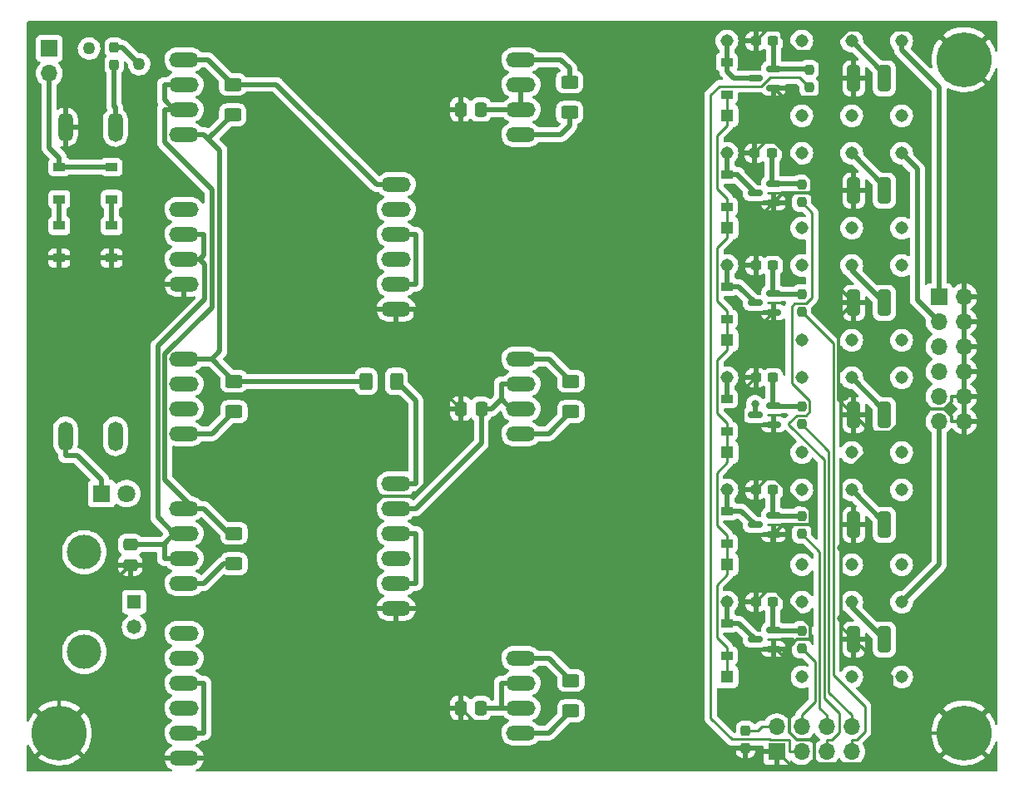
<source format=gbl>
G04 #@! TF.GenerationSoftware,KiCad,Pcbnew,6.0.9-8da3e8f707~116~ubuntu20.04.1*
G04 #@! TF.CreationDate,2023-03-13T18:02:14+01:00*
G04 #@! TF.ProjectId,six_to_six,7369785f-746f-45f7-9369-782e6b696361,rev?*
G04 #@! TF.SameCoordinates,Original*
G04 #@! TF.FileFunction,Copper,L2,Bot*
G04 #@! TF.FilePolarity,Positive*
%FSLAX46Y46*%
G04 Gerber Fmt 4.6, Leading zero omitted, Abs format (unit mm)*
G04 Created by KiCad (PCBNEW 6.0.9-8da3e8f707~116~ubuntu20.04.1) date 2023-03-13 18:02:14*
%MOMM*%
%LPD*%
G01*
G04 APERTURE LIST*
G04 Aperture macros list*
%AMRoundRect*
0 Rectangle with rounded corners*
0 $1 Rounding radius*
0 $2 $3 $4 $5 $6 $7 $8 $9 X,Y pos of 4 corners*
0 Add a 4 corners polygon primitive as box body*
4,1,4,$2,$3,$4,$5,$6,$7,$8,$9,$2,$3,0*
0 Add four circle primitives for the rounded corners*
1,1,$1+$1,$2,$3*
1,1,$1+$1,$4,$5*
1,1,$1+$1,$6,$7*
1,1,$1+$1,$8,$9*
0 Add four rect primitives between the rounded corners*
20,1,$1+$1,$2,$3,$4,$5,0*
20,1,$1+$1,$4,$5,$6,$7,0*
20,1,$1+$1,$6,$7,$8,$9,0*
20,1,$1+$1,$8,$9,$2,$3,0*%
G04 Aperture macros list end*
G04 #@! TA.AperFunction,SMDPad,CuDef*
%ADD10RoundRect,0.237500X-0.237500X0.300000X-0.237500X-0.300000X0.237500X-0.300000X0.237500X0.300000X0*%
G04 #@! TD*
G04 #@! TA.AperFunction,ComponentPad*
%ADD11R,1.700000X1.700000*%
G04 #@! TD*
G04 #@! TA.AperFunction,ComponentPad*
%ADD12O,1.700000X1.700000*%
G04 #@! TD*
G04 #@! TA.AperFunction,ComponentPad*
%ADD13R,1.308000X1.308000*%
G04 #@! TD*
G04 #@! TA.AperFunction,ComponentPad*
%ADD14C,1.308000*%
G04 #@! TD*
G04 #@! TA.AperFunction,ComponentPad*
%ADD15O,3.000000X1.500000*%
G04 #@! TD*
G04 #@! TA.AperFunction,ComponentPad*
%ADD16O,1.500000X3.000000*%
G04 #@! TD*
G04 #@! TA.AperFunction,ComponentPad*
%ADD17C,5.600000*%
G04 #@! TD*
G04 #@! TA.AperFunction,ComponentPad*
%ADD18R,1.800000X1.800000*%
G04 #@! TD*
G04 #@! TA.AperFunction,ComponentPad*
%ADD19C,1.800000*%
G04 #@! TD*
G04 #@! TA.AperFunction,ComponentPad*
%ADD20C,3.500000*%
G04 #@! TD*
G04 #@! TA.AperFunction,ComponentPad*
%ADD21R,1.478000X1.478000*%
G04 #@! TD*
G04 #@! TA.AperFunction,ComponentPad*
%ADD22C,1.478000*%
G04 #@! TD*
G04 #@! TA.AperFunction,ComponentPad*
%ADD23C,1.270000*%
G04 #@! TD*
G04 #@! TA.AperFunction,SMDPad,CuDef*
%ADD24RoundRect,0.237500X0.237500X-0.300000X0.237500X0.300000X-0.237500X0.300000X-0.237500X-0.300000X0*%
G04 #@! TD*
G04 #@! TA.AperFunction,SMDPad,CuDef*
%ADD25R,1.200000X0.900000*%
G04 #@! TD*
G04 #@! TA.AperFunction,SMDPad,CuDef*
%ADD26RoundRect,0.237500X0.300000X0.237500X-0.300000X0.237500X-0.300000X-0.237500X0.300000X-0.237500X0*%
G04 #@! TD*
G04 #@! TA.AperFunction,SMDPad,CuDef*
%ADD27RoundRect,0.250000X-0.625000X0.400000X-0.625000X-0.400000X0.625000X-0.400000X0.625000X0.400000X0*%
G04 #@! TD*
G04 #@! TA.AperFunction,SMDPad,CuDef*
%ADD28RoundRect,0.150000X0.587500X0.150000X-0.587500X0.150000X-0.587500X-0.150000X0.587500X-0.150000X0*%
G04 #@! TD*
G04 #@! TA.AperFunction,SMDPad,CuDef*
%ADD29RoundRect,0.250000X0.400000X1.075000X-0.400000X1.075000X-0.400000X-1.075000X0.400000X-1.075000X0*%
G04 #@! TD*
G04 #@! TA.AperFunction,SMDPad,CuDef*
%ADD30RoundRect,0.250000X0.337500X0.475000X-0.337500X0.475000X-0.337500X-0.475000X0.337500X-0.475000X0*%
G04 #@! TD*
G04 #@! TA.AperFunction,SMDPad,CuDef*
%ADD31RoundRect,0.237500X0.237500X-0.250000X0.237500X0.250000X-0.237500X0.250000X-0.237500X-0.250000X0*%
G04 #@! TD*
G04 #@! TA.AperFunction,SMDPad,CuDef*
%ADD32RoundRect,0.250000X-0.475000X0.337500X-0.475000X-0.337500X0.475000X-0.337500X0.475000X0.337500X0*%
G04 #@! TD*
G04 #@! TA.AperFunction,SMDPad,CuDef*
%ADD33RoundRect,0.250000X0.400000X0.625000X-0.400000X0.625000X-0.400000X-0.625000X0.400000X-0.625000X0*%
G04 #@! TD*
G04 #@! TA.AperFunction,ViaPad*
%ADD34C,0.800000*%
G04 #@! TD*
G04 #@! TA.AperFunction,Conductor*
%ADD35C,0.350000*%
G04 #@! TD*
G04 #@! TA.AperFunction,Conductor*
%ADD36C,0.250000*%
G04 #@! TD*
G04 #@! TA.AperFunction,Conductor*
%ADD37C,0.500000*%
G04 #@! TD*
G04 APERTURE END LIST*
D10*
X716280000Y-232182500D03*
X716280000Y-233907500D03*
D11*
X719455000Y-234315000D03*
D12*
X719455000Y-231775000D03*
X721995000Y-234315000D03*
X721995000Y-231775000D03*
X724535000Y-234315000D03*
X724535000Y-231775000D03*
X727075000Y-234315000D03*
X727075000Y-231775000D03*
D13*
X714375000Y-203835000D03*
D14*
X721995000Y-203835000D03*
X727075000Y-203835000D03*
X732155000Y-203835000D03*
X732155000Y-196215000D03*
X727075000Y-196215000D03*
X721995000Y-196215000D03*
X714375000Y-196215000D03*
D15*
X659130000Y-163830000D03*
X659130000Y-168910000D03*
X659130000Y-166370000D03*
X659130000Y-171450000D03*
D13*
X714375000Y-192405000D03*
D14*
X721995000Y-192405000D03*
X727075000Y-192405000D03*
X732155000Y-192405000D03*
X732155000Y-184785000D03*
X727075000Y-184785000D03*
X721995000Y-184785000D03*
X714375000Y-184785000D03*
D16*
X647065000Y-202184000D03*
X647065000Y-170688000D03*
X652145000Y-202184000D03*
X652145000Y-170688000D03*
D15*
X659130000Y-194310000D03*
X659130000Y-199390000D03*
X659130000Y-196850000D03*
X659130000Y-201930000D03*
D17*
X738505000Y-163830000D03*
D15*
X693420000Y-163830000D03*
X693420000Y-168910000D03*
X693420000Y-166370000D03*
X693420000Y-171450000D03*
D13*
X714375000Y-169545000D03*
D14*
X721995000Y-169545000D03*
X727075000Y-169545000D03*
X732155000Y-169545000D03*
X732155000Y-161925000D03*
X727075000Y-161925000D03*
X721995000Y-161925000D03*
X714375000Y-161925000D03*
D17*
X646430000Y-232410000D03*
D15*
X680720000Y-207010000D03*
X680720000Y-214630000D03*
X680720000Y-209550000D03*
X680720000Y-217170000D03*
X680720000Y-212090000D03*
X680720000Y-219710000D03*
X693420000Y-194310000D03*
X693420000Y-199390000D03*
X693420000Y-196850000D03*
X693420000Y-201930000D03*
D13*
X714375000Y-180975000D03*
D14*
X721995000Y-180975000D03*
X727075000Y-180975000D03*
X732155000Y-180975000D03*
X732155000Y-173355000D03*
X727075000Y-173355000D03*
X721995000Y-173355000D03*
X714375000Y-173355000D03*
D11*
X735965000Y-187960000D03*
D12*
X738505000Y-187960000D03*
X735965000Y-190500000D03*
X738505000Y-190500000D03*
X735965000Y-193040000D03*
X738505000Y-193040000D03*
X735965000Y-195580000D03*
X738505000Y-195580000D03*
X735965000Y-198120000D03*
X738505000Y-198120000D03*
X735965000Y-200660000D03*
X738505000Y-200660000D03*
D15*
X659130000Y-179070000D03*
X659130000Y-184150000D03*
X659130000Y-181610000D03*
X659130000Y-186690000D03*
D18*
X650748000Y-208026000D03*
D19*
X653288000Y-208026000D03*
D13*
X714375000Y-215265000D03*
D14*
X721995000Y-215265000D03*
X727075000Y-215265000D03*
X732155000Y-215265000D03*
X732155000Y-207645000D03*
X727075000Y-207645000D03*
X721995000Y-207645000D03*
X714375000Y-207645000D03*
D20*
X648970000Y-224155000D03*
X648970000Y-213995000D03*
D21*
X654050000Y-219075000D03*
D22*
X654050000Y-221615000D03*
D17*
X738505000Y-232410000D03*
D11*
X645414000Y-162687000D03*
D12*
X645414000Y-165227000D03*
D23*
X654558000Y-164287000D03*
X649458000Y-162687000D03*
D13*
X714375000Y-226695000D03*
D14*
X721995000Y-226695000D03*
X727075000Y-226695000D03*
X732155000Y-226695000D03*
X732155000Y-219075000D03*
X727075000Y-219075000D03*
X721995000Y-219075000D03*
X714375000Y-219075000D03*
D15*
X659130000Y-222250000D03*
X659130000Y-229870000D03*
X659130000Y-224790000D03*
X659130000Y-232410000D03*
X659130000Y-227330000D03*
X659130000Y-234950000D03*
X693420000Y-224790000D03*
X693420000Y-229870000D03*
X693420000Y-227330000D03*
X693420000Y-232410000D03*
X680720000Y-176530000D03*
X680720000Y-184150000D03*
X680720000Y-179070000D03*
X680720000Y-186690000D03*
X680720000Y-181610000D03*
X680720000Y-189230000D03*
X659130000Y-209550000D03*
X659130000Y-214630000D03*
X659130000Y-212090000D03*
X659130000Y-217170000D03*
D24*
X652018000Y-164311500D03*
X652018000Y-162586500D03*
D25*
X714375000Y-201675000D03*
X714375000Y-198375000D03*
X714375000Y-224535000D03*
X714375000Y-221235000D03*
D26*
X719047500Y-219075000D03*
X717322500Y-219075000D03*
D25*
X651764000Y-174753000D03*
X651764000Y-178053000D03*
D27*
X698500000Y-227050000D03*
X698500000Y-230150000D03*
X698500000Y-196570000D03*
X698500000Y-199670000D03*
X664083000Y-166344000D03*
X664083000Y-169444000D03*
D28*
X719122500Y-199075000D03*
X719122500Y-200975000D03*
X717247500Y-200025000D03*
D26*
X719047500Y-161925000D03*
X717322500Y-161925000D03*
D29*
X730403000Y-211201000D03*
X727303000Y-211201000D03*
D26*
X719047500Y-207645000D03*
X717322500Y-207645000D03*
D30*
X689377500Y-199390000D03*
X687302500Y-199390000D03*
D31*
X721995000Y-223797500D03*
X721995000Y-221972500D03*
D27*
X664210000Y-212064000D03*
X664210000Y-215164000D03*
D31*
X721995000Y-178354500D03*
X721995000Y-176529500D03*
D28*
X719122500Y-221935000D03*
X719122500Y-223835000D03*
X717247500Y-222885000D03*
D25*
X651764000Y-180722000D03*
X651764000Y-184022000D03*
D26*
X719047500Y-184785000D03*
X717322500Y-184785000D03*
D31*
X721995000Y-189507500D03*
X721995000Y-187682500D03*
D25*
X714375000Y-167385000D03*
X714375000Y-164085000D03*
D27*
X664210000Y-196570000D03*
X664210000Y-199670000D03*
D28*
X719122500Y-187645000D03*
X719122500Y-189545000D03*
X717247500Y-188595000D03*
X719122500Y-210251000D03*
X719122500Y-212151000D03*
X717247500Y-211201000D03*
D29*
X730403000Y-188595000D03*
X727303000Y-188595000D03*
D26*
X718947500Y-173355000D03*
X717222500Y-173355000D03*
D30*
X689356500Y-229870000D03*
X687281500Y-229870000D03*
D31*
X721995000Y-200937500D03*
X721995000Y-199112500D03*
D30*
X689356500Y-168910000D03*
X687281500Y-168910000D03*
D29*
X730403000Y-222885000D03*
X727303000Y-222885000D03*
D25*
X714375000Y-178815000D03*
X714375000Y-175515000D03*
X646430000Y-184022000D03*
X646430000Y-180722000D03*
D32*
X653669000Y-213211500D03*
X653669000Y-215286500D03*
D25*
X646430000Y-178054000D03*
X646430000Y-174754000D03*
D27*
X698373000Y-166090000D03*
X698373000Y-169190000D03*
D33*
X680746000Y-196596000D03*
X677646000Y-196596000D03*
D29*
X730403000Y-165735000D03*
X727303000Y-165735000D03*
X730403000Y-200025000D03*
X727303000Y-200025000D03*
D28*
X719122500Y-164785000D03*
X719122500Y-166685000D03*
X717247500Y-165735000D03*
D25*
X714375000Y-190245000D03*
X714375000Y-186945000D03*
X714375000Y-213105000D03*
X714375000Y-209805000D03*
D31*
X722757000Y-166647500D03*
X722757000Y-164822500D03*
X721995000Y-212113500D03*
X721995000Y-210288500D03*
D28*
X719122500Y-176469000D03*
X719122500Y-178369000D03*
X717247500Y-177419000D03*
D26*
X719047500Y-196215000D03*
X717322500Y-196215000D03*
D29*
X730403000Y-177165000D03*
X727303000Y-177165000D03*
D34*
X726440000Y-198120000D03*
X725805000Y-165735000D03*
X725170000Y-177165000D03*
X725170000Y-188595000D03*
X726018000Y-220767000D03*
X654051000Y-184022000D03*
X687281000Y-170604000D03*
X687281000Y-227119000D03*
X687302000Y-201063000D03*
X652092500Y-216863500D03*
X726018000Y-213528000D03*
X649098000Y-184022000D03*
X717242000Y-198890000D03*
D35*
X717523500Y-233907500D02*
X717931000Y-234315000D01*
X716280000Y-233907500D02*
X717523500Y-233907500D01*
X717931000Y-234315000D02*
X719455000Y-234315000D01*
X716280000Y-233907500D02*
X714528500Y-233907500D01*
X714528500Y-233907500D02*
X714121000Y-234315000D01*
X714121000Y-234315000D02*
X691726000Y-234315000D01*
X691726000Y-234315000D02*
X687281000Y-229870000D01*
X687281000Y-229870000D02*
X687281000Y-227119000D01*
D36*
X717523500Y-232182500D02*
X717931000Y-231775000D01*
X716280000Y-232182500D02*
X717523500Y-232182500D01*
X717931000Y-231775000D02*
X719455000Y-231775000D01*
X721995000Y-234315000D02*
X720770000Y-234315000D01*
X720770000Y-234315000D02*
X720770000Y-233183000D01*
X720770000Y-233183000D02*
X720725000Y-233138000D01*
X718814000Y-233138000D02*
X718721000Y-233045000D01*
X720725000Y-233138000D02*
X718814000Y-233138000D01*
X718721000Y-233045000D02*
X714883000Y-233045000D01*
X721735000Y-165625000D02*
X722757000Y-166647000D01*
X714883000Y-233045000D02*
X712727000Y-230889000D01*
X712727000Y-167424000D02*
X713621000Y-166530000D01*
X717865000Y-166530000D02*
X718770000Y-165625000D01*
X712727000Y-230889000D02*
X712727000Y-167424000D01*
X713621000Y-166530000D02*
X717865000Y-166530000D01*
X718770000Y-165625000D02*
X721735000Y-165625000D01*
D35*
X723265000Y-235097000D02*
X722343000Y-236019000D01*
X725805000Y-165735000D02*
X725538000Y-165735000D01*
X652092500Y-216863500D02*
X646430000Y-222526000D01*
X733406000Y-199390000D02*
X736490000Y-199390000D01*
X725538000Y-165735000D02*
X724448000Y-164645000D01*
X730982000Y-201814000D02*
X733406000Y-199390000D01*
X731120000Y-232410000D02*
X731120000Y-226702000D01*
X737230000Y-198120000D02*
X737230000Y-198650000D01*
X736490000Y-199390000D02*
X737230000Y-200130000D01*
X687281000Y-224346000D02*
X682645000Y-219710000D01*
X723265000Y-235097000D02*
X723265000Y-233189000D01*
X725453000Y-177165000D02*
X727303000Y-177165000D01*
X717322000Y-184785000D02*
X717322000Y-180169000D01*
X722747000Y-211201000D02*
X722848000Y-211100000D01*
X719996000Y-224435000D02*
X721547000Y-222884000D01*
X678053000Y-218968000D02*
X678053000Y-209537000D01*
X738505000Y-195580000D02*
X738505000Y-193040000D01*
X678053000Y-209537000D02*
X679311000Y-208279000D01*
X687302000Y-203349000D02*
X687302000Y-201063000D01*
X724448000Y-164645000D02*
X724448000Y-163039000D01*
X720117000Y-167680000D02*
X719122000Y-166685000D01*
X720004000Y-161173000D02*
X719453000Y-160622000D01*
X738505000Y-232410000D02*
X731120000Y-232410000D01*
X721159000Y-236019000D02*
X719455000Y-234315000D01*
X729092000Y-201814000D02*
X729092000Y-203332000D01*
X719453000Y-160622000D02*
X718625000Y-160622000D01*
X717322000Y-191345000D02*
X719122000Y-189545000D01*
X723164000Y-233088000D02*
X721479000Y-233088000D01*
X720725000Y-232334000D02*
X720725000Y-225164000D01*
X738505000Y-190500000D02*
X738505000Y-187960000D01*
X654051000Y-184022000D02*
X652978000Y-184022000D01*
X725170000Y-177165000D02*
X725453000Y-177165000D01*
X719122000Y-212151000D02*
X720072000Y-211201000D01*
X737230000Y-200130000D02*
X737230000Y-200660000D01*
X679311000Y-208279000D02*
X682372000Y-208279000D01*
X723041000Y-177165000D02*
X723041000Y-176041000D01*
X678795000Y-219710000D02*
X678053000Y-218968000D01*
X659130000Y-234950000D02*
X661055000Y-234950000D01*
X721479000Y-233088000D02*
X720725000Y-232334000D01*
X723041000Y-176041000D02*
X719261000Y-172261000D01*
X687281000Y-227119000D02*
X687281000Y-224346000D01*
X737230000Y-198650000D02*
X736490000Y-199390000D01*
X724448000Y-163039000D02*
X721502000Y-163039000D01*
X723265000Y-233189000D02*
X723164000Y-233088000D01*
X653669000Y-215287000D02*
X652092500Y-216863500D01*
X652455000Y-173603000D02*
X648055000Y-173603000D01*
X726720000Y-160767000D02*
X735442000Y-160767000D01*
X726018000Y-206406000D02*
X726018000Y-211201000D01*
X721547000Y-222884000D02*
X722746000Y-222884000D01*
X718655000Y-206312000D02*
X717322000Y-207645000D01*
X725714000Y-190184000D02*
X725714000Y-198436000D01*
X726018000Y-221600000D02*
X727303000Y-222885000D01*
X727988000Y-235542000D02*
X723710000Y-235542000D01*
X738505000Y-200660000D02*
X737230000Y-200660000D01*
X647065000Y-170688000D02*
X647065000Y-172613000D01*
X738505000Y-198120000D02*
X737230000Y-198120000D01*
X646430000Y-184022000D02*
X649098000Y-184022000D01*
X723041000Y-177165000D02*
X725170000Y-177165000D01*
X719996000Y-224435000D02*
X719396000Y-223835000D01*
X648055000Y-173603000D02*
X647065000Y-172613000D01*
X729092000Y-203332000D02*
X726018000Y-206406000D01*
X725714000Y-198436000D02*
X727303000Y-200025000D01*
X722377000Y-209245000D02*
X722055000Y-209245000D01*
X719122000Y-178369000D02*
X720097000Y-177394000D01*
X722812000Y-177394000D02*
X723041000Y-177165000D01*
X726018000Y-211201000D02*
X726018000Y-213528000D01*
X719122000Y-206312000D02*
X719122000Y-200975000D01*
X654537000Y-184022000D02*
X654051000Y-184022000D01*
X722055000Y-209245000D02*
X719122000Y-206312000D01*
X727303000Y-200025000D02*
X729092000Y-201814000D01*
X719261000Y-172261000D02*
X719261000Y-168536000D01*
X680720000Y-219710000D02*
X682645000Y-219710000D01*
X722746000Y-222884000D02*
X722847000Y-222783000D01*
X719122000Y-206312000D02*
X718655000Y-206312000D01*
X722847000Y-222783000D02*
X722847000Y-221466000D01*
X735442000Y-160767000D02*
X738505000Y-163830000D01*
X738505000Y-198120000D02*
X738505000Y-195580000D01*
X722847000Y-221466000D02*
X718924000Y-217543000D01*
X723593000Y-167680000D02*
X725538000Y-165735000D01*
X687281000Y-184594000D02*
X687281000Y-170604000D01*
X717222000Y-173355000D02*
X718316000Y-172261000D01*
X731120000Y-232410000D02*
X727988000Y-235542000D01*
X729092000Y-201814000D02*
X730982000Y-201814000D01*
X720725000Y-225164000D02*
X719996000Y-224435000D01*
X726018000Y-211201000D02*
X727303000Y-211201000D01*
X717322000Y-180169000D02*
X719122000Y-178369000D01*
X719261000Y-168536000D02*
X720117000Y-167680000D01*
X718316000Y-172261000D02*
X719261000Y-172261000D01*
X680720000Y-189230000D02*
X682645000Y-189230000D01*
X657205000Y-186690000D02*
X654537000Y-184022000D01*
X718924000Y-212349000D02*
X719122000Y-212151000D01*
X727303000Y-165735000D02*
X725805000Y-165735000D01*
X724448000Y-163039000D02*
X726720000Y-160767000D01*
X719396000Y-223835000D02*
X719122000Y-223835000D01*
X726018000Y-220767000D02*
X726018000Y-221600000D01*
X652978000Y-184022000D02*
X652978000Y-174126000D01*
X682645000Y-189230000D02*
X687281000Y-184594000D01*
X723710000Y-235542000D02*
X723265000Y-235097000D01*
X682645000Y-194733000D02*
X682645000Y-189230000D01*
X715988000Y-200703000D02*
X716260000Y-200975000D01*
X676295000Y-219710000D02*
X678795000Y-219710000D01*
X722848000Y-209716000D02*
X722377000Y-209245000D01*
X717322000Y-196215000D02*
X715988000Y-197549000D01*
X718924000Y-217543000D02*
X718924000Y-212349000D01*
X682372000Y-208279000D02*
X687302000Y-203349000D01*
X716260000Y-200975000D02*
X719122000Y-200975000D01*
X715988000Y-197549000D02*
X715988000Y-200703000D01*
X725453000Y-177165000D02*
X725453000Y-186745000D01*
X717322000Y-196215000D02*
X717322000Y-191345000D01*
X722343000Y-236019000D02*
X721159000Y-236019000D01*
X649098000Y-184022000D02*
X651764000Y-184022000D01*
X738505000Y-193040000D02*
X738505000Y-190500000D01*
X646430000Y-222526000D02*
X646430000Y-232410000D01*
X680720000Y-219710000D02*
X678795000Y-219710000D01*
X727303000Y-188595000D02*
X725714000Y-190184000D01*
X687302000Y-199390000D02*
X682645000Y-194733000D01*
X718854000Y-217543000D02*
X718924000Y-217543000D01*
X659130000Y-186690000D02*
X657205000Y-186690000D01*
X652978000Y-174126000D02*
X652455000Y-173603000D01*
X726018000Y-213528000D02*
X726018000Y-220767000D01*
X720097000Y-177394000D02*
X722812000Y-177394000D01*
X721502000Y-163039000D02*
X720004000Y-161541000D01*
X687302000Y-201063000D02*
X687302000Y-199390000D01*
X720072000Y-211201000D02*
X722747000Y-211201000D01*
X717322000Y-219075000D02*
X718854000Y-217543000D01*
X722848000Y-211100000D02*
X722848000Y-209716000D01*
X731120000Y-226702000D02*
X727303000Y-222885000D01*
X718625000Y-160622000D02*
X717322000Y-161925000D01*
X661055000Y-234950000D02*
X676295000Y-219710000D01*
X725453000Y-186745000D02*
X727303000Y-188595000D01*
X720117000Y-167680000D02*
X723593000Y-167680000D01*
X652978000Y-184022000D02*
X651764000Y-184022000D01*
X687281000Y-170604000D02*
X687281000Y-168910000D01*
X720004000Y-161541000D02*
X720004000Y-161173000D01*
D37*
X652018000Y-164311000D02*
X652018000Y-168561000D01*
X652018000Y-168561000D02*
X652145000Y-168688000D01*
X652145000Y-170688000D02*
X652145000Y-168688000D01*
D36*
X714375000Y-215265000D02*
X714375000Y-213105000D01*
X713394000Y-194415000D02*
X713394000Y-199869000D01*
X714375000Y-203835000D02*
X714375000Y-204864000D01*
X713346000Y-205893000D02*
X714375000Y-204864000D01*
X714375000Y-190245000D02*
X714375000Y-192405000D01*
X714375000Y-213105000D02*
X714375000Y-212280000D01*
X714375000Y-212280000D02*
X713346000Y-211251000D01*
X713394000Y-188439000D02*
X714375000Y-189420000D01*
X713394000Y-182985000D02*
X713394000Y-188439000D01*
X714375000Y-177990000D02*
X713394000Y-177009000D01*
X713394000Y-171555000D02*
X714375000Y-170574000D01*
X714375000Y-190245000D02*
X714375000Y-189420000D01*
X714375000Y-169545000D02*
X714375000Y-170574000D01*
X714375000Y-224535000D02*
X714375000Y-223710000D01*
X713353000Y-222688000D02*
X714375000Y-223710000D01*
X714375000Y-193434000D02*
X713394000Y-194415000D01*
X713394000Y-199869000D02*
X714375000Y-200850000D01*
X714375000Y-182004000D02*
X713394000Y-182985000D01*
X714375000Y-180975000D02*
X714375000Y-182004000D01*
X714375000Y-224535000D02*
X714375000Y-226695000D01*
X714375000Y-178815000D02*
X714375000Y-180975000D01*
X714375000Y-216294000D02*
X713353000Y-217316000D01*
X714375000Y-201675000D02*
X714375000Y-203835000D01*
X713353000Y-217316000D02*
X713353000Y-222688000D01*
X714375000Y-192405000D02*
X714375000Y-193434000D01*
X714375000Y-167385000D02*
X714375000Y-169545000D01*
X713346000Y-211251000D02*
X713346000Y-205893000D01*
X714375000Y-201675000D02*
X714375000Y-200850000D01*
X714375000Y-178815000D02*
X714375000Y-177990000D01*
X713394000Y-177009000D02*
X713394000Y-171555000D01*
X714375000Y-215265000D02*
X714375000Y-216294000D01*
D37*
X719122000Y-164785000D02*
X719122000Y-162000000D01*
X722757000Y-164822000D02*
X722720000Y-164785000D01*
X722720000Y-164785000D02*
X719122000Y-164785000D01*
X719122000Y-162000000D02*
X719047000Y-161925000D01*
D36*
X721468000Y-200096000D02*
X720694000Y-200870000D01*
X720694000Y-200972000D02*
X724282000Y-204560000D01*
X720694000Y-200870000D02*
X720694000Y-200972000D01*
X725805000Y-232329000D02*
X725044000Y-233090000D01*
X725044000Y-233090000D02*
X724535000Y-233090000D01*
X724535000Y-234315000D02*
X724535000Y-233090000D01*
X722431000Y-188666000D02*
X721264000Y-188666000D01*
X721995000Y-178354000D02*
X723054000Y-179413000D01*
X722402000Y-200096000D02*
X721468000Y-200096000D01*
X722798000Y-199700000D02*
X722402000Y-200096000D01*
X725805000Y-230423000D02*
X725805000Y-232329000D01*
X722798000Y-198572000D02*
X722798000Y-199700000D01*
X724282000Y-228900000D02*
X725805000Y-230423000D01*
X720973000Y-188957000D02*
X720973000Y-196747000D01*
X723054000Y-188043000D02*
X722431000Y-188666000D01*
X723054000Y-179413000D02*
X723054000Y-188043000D01*
X724282000Y-204560000D02*
X724282000Y-228900000D01*
X721264000Y-188666000D02*
X720973000Y-188957000D01*
X720973000Y-196747000D02*
X722798000Y-198572000D01*
X728438000Y-232236000D02*
X728438000Y-229720000D01*
X727584000Y-233090000D02*
X728438000Y-232236000D01*
X727075000Y-233090000D02*
X727584000Y-233090000D01*
X728438000Y-229720000D02*
X725212000Y-226494000D01*
X725212000Y-192724000D02*
X721995000Y-189507000D01*
X725212000Y-226494000D02*
X725212000Y-192724000D01*
X727075000Y-234315000D02*
X727075000Y-233090000D01*
X724760000Y-228235000D02*
X724760000Y-203702000D01*
X727075000Y-230550000D02*
X724760000Y-228235000D01*
X727075000Y-231775000D02*
X727075000Y-230550000D01*
X724760000Y-203702000D02*
X721995000Y-200937000D01*
X721995000Y-212113000D02*
X723830000Y-213948000D01*
X723830000Y-213948000D02*
X723830000Y-229845000D01*
X723830000Y-229845000D02*
X724535000Y-230550000D01*
X724535000Y-231775000D02*
X724535000Y-230550000D01*
X721995000Y-223797000D02*
X723337000Y-225139000D01*
X723337000Y-229208000D02*
X721995000Y-230550000D01*
X723337000Y-225139000D02*
X723337000Y-229208000D01*
X721995000Y-231775000D02*
X721995000Y-230550000D01*
D37*
X721995000Y-176529000D02*
X721935000Y-176469000D01*
X719122000Y-176469000D02*
X718947000Y-176294000D01*
X721935000Y-176469000D02*
X719122000Y-176469000D01*
X718947000Y-176294000D02*
X718947000Y-173355000D01*
X719159000Y-187682000D02*
X719122000Y-187645000D01*
X719122000Y-187645000D02*
X719047000Y-187570000D01*
X719047000Y-187570000D02*
X719047000Y-184785000D01*
X721995000Y-187682000D02*
X719159000Y-187682000D01*
X719047000Y-199000000D02*
X719122000Y-199075000D01*
X719047000Y-196215000D02*
X719047000Y-199000000D01*
X721995000Y-199112000D02*
X719159000Y-199112000D01*
X719159000Y-199112000D02*
X719122000Y-199075000D01*
X719159000Y-210288000D02*
X719122000Y-210251000D01*
X719047000Y-207645000D02*
X719047000Y-210176000D01*
X719047000Y-210176000D02*
X719122000Y-210251000D01*
X721995000Y-210288000D02*
X719159000Y-210288000D01*
X730403000Y-165735000D02*
X730403000Y-165253000D01*
X730403000Y-165253000D02*
X727075000Y-161925000D01*
X698373000Y-170561000D02*
X697484000Y-171450000D01*
X698373000Y-169190000D02*
X698373000Y-170561000D01*
X697484000Y-171450000D02*
X693420000Y-171450000D01*
X730403000Y-177165000D02*
X730403000Y-176683000D01*
X730403000Y-176683000D02*
X727075000Y-173355000D01*
X696240000Y-232410000D02*
X693420000Y-232410000D01*
X698500000Y-230150000D02*
X696240000Y-232410000D01*
X727075000Y-185267000D02*
X727075000Y-184785000D01*
X730403000Y-188595000D02*
X727075000Y-185267000D01*
X696240000Y-224790000D02*
X693420000Y-224790000D01*
X698500000Y-227050000D02*
X696240000Y-224790000D01*
X730403000Y-200025000D02*
X730403000Y-199543000D01*
X730403000Y-199543000D02*
X727075000Y-196215000D01*
X698500000Y-199670000D02*
X696240000Y-201930000D01*
X696240000Y-201930000D02*
X693420000Y-201930000D01*
X730403000Y-210973000D02*
X727075000Y-207645000D01*
X730403000Y-211201000D02*
X730403000Y-210973000D01*
X696240000Y-194310000D02*
X693420000Y-194310000D01*
X698500000Y-196570000D02*
X696240000Y-194310000D01*
X730403000Y-222885000D02*
X727075000Y-219557000D01*
X727075000Y-219557000D02*
X727075000Y-219075000D01*
X698373000Y-166090000D02*
X698373000Y-164719000D01*
X698373000Y-164719000D02*
X697484000Y-163830000D01*
X697484000Y-163830000D02*
X693420000Y-163830000D01*
X678720000Y-176530000D02*
X668534000Y-166344000D01*
X664083000Y-166344000D02*
X661569000Y-163830000D01*
X668534000Y-166344000D02*
X664083000Y-166344000D01*
X661569000Y-163830000D02*
X659130000Y-163830000D01*
X680720000Y-176530000D02*
X678720000Y-176530000D01*
X680720000Y-207010000D02*
X682720000Y-207010000D01*
X680746000Y-196596000D02*
X682720000Y-198570000D01*
X682720000Y-198570000D02*
X682720000Y-207010000D01*
X661950000Y-201930000D02*
X659130000Y-201930000D01*
X664210000Y-199670000D02*
X661950000Y-201930000D01*
X719122000Y-221935000D02*
X719047000Y-221860000D01*
X719159000Y-221972000D02*
X719122000Y-221935000D01*
X721995000Y-221972000D02*
X719159000Y-221972000D01*
X719047000Y-221860000D02*
X719047000Y-219075000D01*
X691420000Y-168910000D02*
X693420000Y-168910000D01*
X693420000Y-166370000D02*
X693420000Y-168910000D01*
X689356000Y-168910000D02*
X691420000Y-168910000D01*
X691420000Y-198390000D02*
X691420000Y-196850000D01*
X689377000Y-202893000D02*
X682720000Y-209550000D01*
X693420000Y-199390000D02*
X692420000Y-199390000D01*
X689377000Y-199390000D02*
X690420000Y-199390000D01*
X692420000Y-199390000D02*
X691420000Y-198390000D01*
X680720000Y-209550000D02*
X682720000Y-209550000D01*
X690420000Y-199390000D02*
X691420000Y-198390000D01*
X693420000Y-196850000D02*
X691420000Y-196850000D01*
X689377000Y-199390000D02*
X689377000Y-202893000D01*
X693420000Y-227330000D02*
X691420000Y-227330000D01*
X691420000Y-229870000D02*
X691420000Y-227330000D01*
X689356000Y-229870000D02*
X691420000Y-229870000D01*
X691420000Y-229870000D02*
X693420000Y-229870000D01*
X653669000Y-213212000D02*
X657130000Y-213212000D01*
X656476000Y-193010000D02*
X661255000Y-188231000D01*
X659130000Y-214630000D02*
X657130000Y-214630000D01*
X657130000Y-213090000D02*
X657130000Y-213212000D01*
X661255000Y-184692000D02*
X660713000Y-184150000D01*
X658130000Y-212090000D02*
X656476000Y-210436000D01*
X659130000Y-184150000D02*
X660713000Y-184150000D01*
X657130000Y-213212000D02*
X657130000Y-214630000D01*
X656476000Y-210436000D02*
X656476000Y-193010000D01*
X661130000Y-181610000D02*
X661130000Y-183733000D01*
X659130000Y-212090000D02*
X658130000Y-212090000D01*
X661130000Y-183733000D02*
X660713000Y-184150000D01*
X658130000Y-212090000D02*
X657130000Y-213090000D01*
X659130000Y-181610000D02*
X661130000Y-181610000D01*
X661255000Y-188231000D02*
X661255000Y-184692000D01*
X717247000Y-165735000D02*
X715075000Y-165735000D01*
X714375000Y-164085000D02*
X714375000Y-165035000D01*
X714375000Y-164085000D02*
X714375000Y-161925000D01*
X715075000Y-165735000D02*
X714375000Y-165035000D01*
X715475000Y-175647000D02*
X715475000Y-175515000D01*
X714375000Y-175515000D02*
X714375000Y-173355000D01*
X717247000Y-177419000D02*
X715475000Y-175647000D01*
X714375000Y-175515000D02*
X715475000Y-175515000D01*
X715597000Y-186945000D02*
X717247000Y-188595000D01*
X714375000Y-186945000D02*
X715597000Y-186945000D01*
X714375000Y-186945000D02*
X714375000Y-184785000D01*
X717242000Y-200020000D02*
X717242000Y-198890000D01*
X714375000Y-198375000D02*
X714375000Y-196215000D01*
X717247000Y-200025000D02*
X717242000Y-200020000D01*
X652857000Y-162586000D02*
X654558000Y-164287000D01*
X652018000Y-162586000D02*
X652857000Y-162586000D01*
X715851000Y-209805000D02*
X717247000Y-211201000D01*
X714375000Y-209805000D02*
X715851000Y-209805000D01*
X714375000Y-209805000D02*
X714375000Y-207645000D01*
X715597000Y-221235000D02*
X714375000Y-221235000D01*
X717247000Y-222885000D02*
X715597000Y-221235000D01*
X714375000Y-221235000D02*
X714375000Y-219075000D01*
X651764000Y-180722000D02*
X651764000Y-178053000D01*
X735965000Y-187960000D02*
X735965000Y-166646000D01*
X735965000Y-166646000D02*
X732155000Y-162836000D01*
X732155000Y-162836000D02*
X732155000Y-161925000D01*
X735965000Y-190500000D02*
X733770000Y-188305000D01*
X733770000Y-174970000D02*
X732155000Y-173355000D01*
X733770000Y-188305000D02*
X733770000Y-174970000D01*
X646430000Y-178054000D02*
X646430000Y-180722000D01*
X732155000Y-219075000D02*
X735965000Y-215265000D01*
X735965000Y-215265000D02*
X735965000Y-200660000D01*
X657178000Y-193813000D02*
X661957000Y-189034000D01*
X661957000Y-177045000D02*
X657130000Y-172218000D01*
X658130000Y-168910000D02*
X657130000Y-168910000D01*
X657178000Y-206598000D02*
X657178000Y-193813000D01*
X657130000Y-167910000D02*
X657130000Y-166370000D01*
X660130000Y-209550000D02*
X657178000Y-206598000D01*
X657130000Y-172218000D02*
X657130000Y-168910000D01*
X660130000Y-209550000D02*
X661130000Y-209550000D01*
X659130000Y-166370000D02*
X657130000Y-166370000D01*
X659130000Y-209550000D02*
X660130000Y-209550000D01*
X659130000Y-168910000D02*
X658130000Y-168910000D01*
X658130000Y-168910000D02*
X657130000Y-167910000D01*
X663644000Y-212064000D02*
X661130000Y-209550000D01*
X661957000Y-189034000D02*
X661957000Y-177045000D01*
X664210000Y-212064000D02*
X663644000Y-212064000D01*
X650748000Y-208026000D02*
X650748000Y-206626000D01*
X650748000Y-206626000D02*
X648306000Y-204184000D01*
X648306000Y-204184000D02*
X647065000Y-204184000D01*
X647065000Y-202184000D02*
X647065000Y-204184000D01*
X663136000Y-215164000D02*
X661130000Y-217170000D01*
X659130000Y-217170000D02*
X661130000Y-217170000D01*
X664210000Y-215164000D02*
X663136000Y-215164000D01*
X662783000Y-193477000D02*
X662783000Y-173103000D01*
X664210000Y-196570000D02*
X661950000Y-194310000D01*
X664236000Y-196596000D02*
X664210000Y-196570000D01*
X662783000Y-173103000D02*
X661603500Y-171923500D01*
X661950000Y-194310000D02*
X659130000Y-194310000D01*
X661950000Y-194310000D02*
X662783000Y-193477000D01*
X659130000Y-171450000D02*
X661130000Y-171450000D01*
X677646000Y-196596000D02*
X664236000Y-196596000D01*
X661603500Y-171923500D02*
X661130000Y-171450000D01*
X664083000Y-169444000D02*
X661603500Y-171923500D01*
X680720000Y-186690000D02*
X682720000Y-186690000D01*
X680720000Y-181610000D02*
X682720000Y-181610000D01*
X682720000Y-181610000D02*
X682720000Y-186690000D01*
X680720000Y-212090000D02*
X682720000Y-212090000D01*
X680720000Y-217170000D02*
X682720000Y-217170000D01*
X682720000Y-212090000D02*
X682720000Y-217170000D01*
X661130000Y-227330000D02*
X661130000Y-232410000D01*
X659130000Y-232410000D02*
X661130000Y-232410000D01*
X659130000Y-227330000D02*
X661130000Y-227330000D01*
X645414000Y-172788000D02*
X645414000Y-165227000D01*
X650664000Y-174754000D02*
X650664000Y-174753000D01*
X646430000Y-174754000D02*
X650664000Y-174754000D01*
X646430000Y-173804000D02*
X645414000Y-172788000D01*
X651764000Y-174753000D02*
X650664000Y-174753000D01*
X646430000Y-174754000D02*
X646430000Y-173804000D01*
G04 #@! TA.AperFunction,Conductor*
G36*
X741777018Y-159895000D02*
G01*
X741791853Y-159897310D01*
X741791855Y-159897310D01*
X741800724Y-159898691D01*
X741806508Y-159897935D01*
X741872868Y-159918307D01*
X741918700Y-159972528D01*
X741927165Y-160013873D01*
X741928309Y-160013723D01*
X741928309Y-160013724D01*
X741928329Y-160013873D01*
X741932436Y-160045283D01*
X741933500Y-160061621D01*
X741933500Y-162888439D01*
X741913498Y-162956560D01*
X741859842Y-163003053D01*
X741789568Y-163013157D01*
X741724988Y-162983663D01*
X741686083Y-162922111D01*
X741645736Y-162776627D01*
X741643562Y-162770163D01*
X741513598Y-162443578D01*
X741510742Y-162437398D01*
X741346269Y-162126763D01*
X741342769Y-162120937D01*
X741145697Y-161829862D01*
X741141590Y-161824453D01*
X741028565Y-161691179D01*
X741015740Y-161682743D01*
X741005416Y-161688795D01*
X738877020Y-163817190D01*
X738869408Y-163831131D01*
X738869539Y-163832966D01*
X738873790Y-163839580D01*
X741004009Y-165969798D01*
X741017605Y-165977223D01*
X741027218Y-165970522D01*
X741127518Y-165853912D01*
X741131676Y-165848514D01*
X741330762Y-165558840D01*
X741334310Y-165553029D01*
X741500942Y-165243559D01*
X741503849Y-165237381D01*
X741636090Y-164911713D01*
X741638304Y-164905283D01*
X741686321Y-164736716D01*
X741724220Y-164676682D01*
X741788559Y-164646667D01*
X741858913Y-164656201D01*
X741912943Y-164702259D01*
X741933500Y-164771235D01*
X741933500Y-231468439D01*
X741913498Y-231536560D01*
X741859842Y-231583053D01*
X741789568Y-231593157D01*
X741724988Y-231563663D01*
X741686083Y-231502111D01*
X741645736Y-231356627D01*
X741643562Y-231350163D01*
X741513598Y-231023578D01*
X741510742Y-231017398D01*
X741346269Y-230706763D01*
X741342769Y-230700937D01*
X741145697Y-230409862D01*
X741141590Y-230404453D01*
X741028565Y-230271179D01*
X741015740Y-230262743D01*
X741005416Y-230268795D01*
X738877020Y-232397190D01*
X738869408Y-232411131D01*
X738869539Y-232412966D01*
X738873790Y-232419580D01*
X741004009Y-234549798D01*
X741017605Y-234557223D01*
X741027218Y-234550522D01*
X741127518Y-234433912D01*
X741131676Y-234428514D01*
X741330762Y-234138840D01*
X741334310Y-234133029D01*
X741500942Y-233823559D01*
X741503849Y-233817381D01*
X741636090Y-233491713D01*
X741638304Y-233485283D01*
X741686321Y-233316716D01*
X741724220Y-233256682D01*
X741788559Y-233226667D01*
X741858913Y-233236201D01*
X741912943Y-233282259D01*
X741933500Y-233351235D01*
X741933500Y-236170633D01*
X741932000Y-236190018D01*
X741928309Y-236213724D01*
X741929065Y-236219508D01*
X741908693Y-236285868D01*
X741854472Y-236331700D01*
X741813127Y-236340165D01*
X741813277Y-236341309D01*
X741813276Y-236341309D01*
X741781714Y-236345436D01*
X741765379Y-236346500D01*
X660431323Y-236346500D01*
X660363202Y-236326498D01*
X660316709Y-236272842D01*
X660306605Y-236202568D01*
X660336099Y-236137988D01*
X660377078Y-236106774D01*
X660517903Y-236039603D01*
X660527516Y-236033918D01*
X660700767Y-235909425D01*
X660709233Y-235902117D01*
X660857692Y-235748918D01*
X660864735Y-235740221D01*
X660983719Y-235563156D01*
X660989105Y-235553358D01*
X661074857Y-235358010D01*
X661078422Y-235347418D01*
X661108624Y-235221616D01*
X661108026Y-235209669D01*
X718097001Y-235209669D01*
X718097371Y-235216490D01*
X718102895Y-235267352D01*
X718106521Y-235282604D01*
X718151676Y-235403054D01*
X718160214Y-235418649D01*
X718236715Y-235520724D01*
X718249276Y-235533285D01*
X718351351Y-235609786D01*
X718366946Y-235618324D01*
X718487394Y-235663478D01*
X718502649Y-235667105D01*
X718553514Y-235672631D01*
X718560328Y-235673000D01*
X719182885Y-235673000D01*
X719198124Y-235668525D01*
X719199329Y-235667135D01*
X719201000Y-235659452D01*
X719201000Y-234587115D01*
X719196525Y-234571876D01*
X719195135Y-234570671D01*
X719187452Y-234569000D01*
X718115116Y-234569000D01*
X718099877Y-234573475D01*
X718098672Y-234574865D01*
X718097001Y-234582548D01*
X718097001Y-235209669D01*
X661108026Y-235209669D01*
X661107919Y-235207530D01*
X661099040Y-235204000D01*
X657161589Y-235204000D01*
X657147607Y-235208105D01*
X657146114Y-235217728D01*
X657146166Y-235217973D01*
X657208898Y-235421883D01*
X657213119Y-235432229D01*
X657310971Y-235621814D01*
X657316957Y-235631245D01*
X657446832Y-235800501D01*
X657454393Y-235808724D01*
X657612194Y-235952312D01*
X657621094Y-235959067D01*
X657801815Y-236072434D01*
X657811781Y-236077511D01*
X657876661Y-236103593D01*
X657932406Y-236147559D01*
X657955531Y-236214684D01*
X657938694Y-236283656D01*
X657887242Y-236332576D01*
X657829665Y-236346500D01*
X643304367Y-236346500D01*
X643284982Y-236345000D01*
X643270148Y-236342690D01*
X643270145Y-236342690D01*
X643261276Y-236341309D01*
X643256065Y-236341990D01*
X643189984Y-236321706D01*
X643144150Y-236267486D01*
X643133671Y-236224778D01*
X643133729Y-236220000D01*
X643129773Y-236192376D01*
X643128500Y-236174514D01*
X643128500Y-234926381D01*
X644279160Y-234926381D01*
X644279237Y-234927470D01*
X644281698Y-234931206D01*
X644555632Y-235141404D01*
X644561262Y-235145259D01*
X644861591Y-235327862D01*
X644867593Y-235331080D01*
X645185897Y-235480184D01*
X645192202Y-235482732D01*
X645524743Y-235596587D01*
X645531313Y-235598446D01*
X645874183Y-235675714D01*
X645880912Y-235676853D01*
X646230143Y-235716643D01*
X646236933Y-235717046D01*
X646588419Y-235718886D01*
X646595220Y-235718554D01*
X646944853Y-235682423D01*
X646951581Y-235681357D01*
X647295274Y-235607676D01*
X647301822Y-235605897D01*
X647635549Y-235495527D01*
X647641891Y-235493041D01*
X647961718Y-235347288D01*
X647967777Y-235344121D01*
X648269995Y-235164676D01*
X648275659Y-235160884D01*
X648556732Y-234949849D01*
X648561958Y-234945464D01*
X648571613Y-234936428D01*
X648579682Y-234922750D01*
X648579654Y-234922024D01*
X648574512Y-234913723D01*
X646442810Y-232782020D01*
X646428869Y-232774408D01*
X646427034Y-232774539D01*
X646420420Y-232778790D01*
X644286774Y-234912437D01*
X644279160Y-234926381D01*
X643128500Y-234926381D01*
X643128500Y-233718237D01*
X643148502Y-233650116D01*
X643202158Y-233603623D01*
X643272432Y-233593519D01*
X643337012Y-233623013D01*
X643371733Y-233672058D01*
X643416581Y-233785912D01*
X643419412Y-233792095D01*
X643582803Y-234103310D01*
X643586286Y-234109152D01*
X643782330Y-234400896D01*
X643786433Y-234406340D01*
X643906425Y-234548836D01*
X643919164Y-234557279D01*
X643929608Y-234551181D01*
X646057980Y-232422810D01*
X646064357Y-232411131D01*
X646794408Y-232411131D01*
X646794539Y-232412966D01*
X646798790Y-232419580D01*
X648929009Y-234549798D01*
X648942605Y-234557223D01*
X648952218Y-234550522D01*
X649052518Y-234433912D01*
X649056676Y-234428514D01*
X649255762Y-234138840D01*
X649259310Y-234133029D01*
X649425942Y-233823559D01*
X649428849Y-233817381D01*
X649561090Y-233491713D01*
X649563304Y-233485283D01*
X649659598Y-233147237D01*
X649661105Y-233140607D01*
X649720332Y-232794118D01*
X649721112Y-232787378D01*
X649741765Y-232449690D01*
X657117037Y-232449690D01*
X657144025Y-232672715D01*
X657210082Y-232887435D01*
X657212652Y-232892415D01*
X657212654Y-232892419D01*
X657305156Y-233071638D01*
X657313118Y-233087064D01*
X657449877Y-233265292D01*
X657616036Y-233416485D01*
X657620783Y-233419463D01*
X657620786Y-233419465D01*
X657792610Y-233527249D01*
X657806344Y-233535864D01*
X657874378Y-233563214D01*
X657930120Y-233607178D01*
X657953245Y-233674303D01*
X657936408Y-233743274D01*
X657881624Y-233793845D01*
X657742097Y-233860397D01*
X657732484Y-233866082D01*
X657559233Y-233990575D01*
X657550767Y-233997883D01*
X657402308Y-234151082D01*
X657395265Y-234159779D01*
X657276281Y-234336844D01*
X657270895Y-234346642D01*
X657185143Y-234541990D01*
X657181578Y-234552582D01*
X657151376Y-234678384D01*
X657152081Y-234692470D01*
X657160960Y-234696000D01*
X661098411Y-234696000D01*
X661112393Y-234691895D01*
X661113886Y-234682272D01*
X661113834Y-234682027D01*
X661051102Y-234478117D01*
X661046881Y-234467771D01*
X660949029Y-234278186D01*
X660943043Y-234268755D01*
X660931542Y-234253766D01*
X715297000Y-234253766D01*
X715297337Y-234260282D01*
X715307075Y-234354132D01*
X715309968Y-234367528D01*
X715360488Y-234518953D01*
X715366653Y-234532115D01*
X715450426Y-234667492D01*
X715459460Y-234678890D01*
X715572129Y-234791363D01*
X715583540Y-234800375D01*
X715719063Y-234883912D01*
X715732241Y-234890056D01*
X715883766Y-234940315D01*
X715897132Y-234943181D01*
X715989770Y-234952672D01*
X715996185Y-234953000D01*
X716007885Y-234953000D01*
X716023124Y-234948525D01*
X716024329Y-234947135D01*
X716026000Y-234939452D01*
X716026000Y-234934885D01*
X716534000Y-234934885D01*
X716538475Y-234950124D01*
X716539865Y-234951329D01*
X716547548Y-234953000D01*
X716563766Y-234953000D01*
X716570282Y-234952663D01*
X716664132Y-234942925D01*
X716677528Y-234940032D01*
X716828953Y-234889512D01*
X716842115Y-234883347D01*
X716977492Y-234799574D01*
X716988890Y-234790540D01*
X717101363Y-234677871D01*
X717110375Y-234666460D01*
X717193912Y-234530937D01*
X717200056Y-234517759D01*
X717250315Y-234366234D01*
X717253181Y-234352868D01*
X717262672Y-234260230D01*
X717263000Y-234253815D01*
X717263000Y-234179615D01*
X717258525Y-234164376D01*
X717257135Y-234163171D01*
X717249452Y-234161500D01*
X716552115Y-234161500D01*
X716536876Y-234165975D01*
X716535671Y-234167365D01*
X716534000Y-234175048D01*
X716534000Y-234934885D01*
X716026000Y-234934885D01*
X716026000Y-234179615D01*
X716021525Y-234164376D01*
X716020135Y-234163171D01*
X716012452Y-234161500D01*
X715315115Y-234161500D01*
X715299876Y-234165975D01*
X715298671Y-234167365D01*
X715297000Y-234175048D01*
X715297000Y-234253766D01*
X660931542Y-234253766D01*
X660813168Y-234099499D01*
X660805607Y-234091276D01*
X660647806Y-233947688D01*
X660638906Y-233940933D01*
X660458185Y-233827566D01*
X660448219Y-233822489D01*
X660385642Y-233797333D01*
X660329897Y-233753367D01*
X660306772Y-233686242D01*
X660323609Y-233617271D01*
X660378393Y-233566700D01*
X660400495Y-233556158D01*
X660523218Y-233497622D01*
X660705654Y-233366529D01*
X660860428Y-233206815D01*
X660922198Y-233171815D01*
X660950912Y-233168500D01*
X661102165Y-233168500D01*
X661109966Y-233168742D01*
X661171298Y-233172547D01*
X661234889Y-233161620D01*
X661241610Y-233160652D01*
X661262535Y-233158212D01*
X661298411Y-233154030D01*
X661298414Y-233154029D01*
X661305681Y-233153182D01*
X661314607Y-233149942D01*
X661336258Y-233144201D01*
X661345614Y-233142594D01*
X661404996Y-233117327D01*
X661411289Y-233114848D01*
X661471937Y-233092833D01*
X661478739Y-233088374D01*
X661479878Y-233087627D01*
X661499615Y-233077067D01*
X661501623Y-233076213D01*
X661501635Y-233076206D01*
X661508364Y-233073343D01*
X661514256Y-233069007D01*
X661514261Y-233069004D01*
X661560332Y-233035100D01*
X661565928Y-233031210D01*
X661589882Y-233015505D01*
X661619852Y-232995856D01*
X661626384Y-232988961D01*
X661643166Y-232974139D01*
X661650818Y-232968508D01*
X661655553Y-232962935D01*
X661655560Y-232962928D01*
X661692581Y-232919351D01*
X661697133Y-232914277D01*
X661736457Y-232872766D01*
X661736458Y-232872765D01*
X661741490Y-232867453D01*
X661745165Y-232861126D01*
X661745172Y-232861117D01*
X661746267Y-232859232D01*
X661759185Y-232840953D01*
X661760594Y-232839294D01*
X661760596Y-232839291D01*
X661765333Y-232833715D01*
X661768659Y-232827201D01*
X661768662Y-232827197D01*
X661794670Y-232776264D01*
X661797932Y-232770281D01*
X661826649Y-232720841D01*
X661826650Y-232720839D01*
X661830326Y-232714510D01*
X661832447Y-232707506D01*
X661832449Y-232707502D01*
X661833078Y-232705425D01*
X661841451Y-232684649D01*
X661845769Y-232676192D01*
X661861108Y-232613505D01*
X661862891Y-232606988D01*
X661881595Y-232545233D01*
X661882183Y-232535754D01*
X661885551Y-232513617D01*
X661886474Y-232509846D01*
X661886476Y-232509834D01*
X661887808Y-232504390D01*
X661888500Y-232493236D01*
X661888500Y-232437835D01*
X661888742Y-232430033D01*
X661889202Y-232422625D01*
X661892547Y-232368702D01*
X661890320Y-232355740D01*
X661888500Y-232334404D01*
X661888500Y-230392095D01*
X686186001Y-230392095D01*
X686186338Y-230398614D01*
X686196257Y-230494206D01*
X686199149Y-230507600D01*
X686250588Y-230661784D01*
X686256761Y-230674962D01*
X686342063Y-230812807D01*
X686351099Y-230824208D01*
X686465829Y-230938739D01*
X686477240Y-230947751D01*
X686615243Y-231032816D01*
X686628424Y-231038963D01*
X686782710Y-231090138D01*
X686796086Y-231093005D01*
X686890438Y-231102672D01*
X686896854Y-231103000D01*
X687009385Y-231103000D01*
X687024624Y-231098525D01*
X687025829Y-231097135D01*
X687027500Y-231089452D01*
X687027500Y-231084884D01*
X687535500Y-231084884D01*
X687539975Y-231100123D01*
X687541365Y-231101328D01*
X687549048Y-231102999D01*
X687666095Y-231102999D01*
X687672614Y-231102662D01*
X687768206Y-231092743D01*
X687781600Y-231089851D01*
X687935784Y-231038412D01*
X687948962Y-231032239D01*
X688086807Y-230946937D01*
X688098208Y-230937901D01*
X688212738Y-230823172D01*
X688219794Y-230814238D01*
X688277712Y-230773177D01*
X688348635Y-230769947D01*
X688410046Y-230805574D01*
X688416846Y-230813407D01*
X688420522Y-230819348D01*
X688425704Y-230824521D01*
X688467046Y-230865791D01*
X688545697Y-230944305D01*
X688551927Y-230948145D01*
X688551928Y-230948146D01*
X688689288Y-231032816D01*
X688696262Y-231037115D01*
X688776005Y-231063564D01*
X688857611Y-231090632D01*
X688857613Y-231090632D01*
X688864139Y-231092797D01*
X688870975Y-231093497D01*
X688870978Y-231093498D01*
X688914031Y-231097909D01*
X688968600Y-231103500D01*
X689744400Y-231103500D01*
X689747646Y-231103163D01*
X689747650Y-231103163D01*
X689843308Y-231093238D01*
X689843312Y-231093237D01*
X689850166Y-231092526D01*
X689856702Y-231090345D01*
X689856704Y-231090345D01*
X690007815Y-231039930D01*
X690017946Y-231036550D01*
X690168348Y-230943478D01*
X690293305Y-230818303D01*
X690297146Y-230812072D01*
X690373389Y-230688384D01*
X690426162Y-230640890D01*
X690480649Y-230628500D01*
X691392165Y-230628500D01*
X691399966Y-230628742D01*
X691461298Y-230632547D01*
X691474260Y-230630320D01*
X691495596Y-230628500D01*
X691603469Y-230628500D01*
X691671590Y-230648502D01*
X691703431Y-230677796D01*
X691736461Y-230720841D01*
X691736465Y-230720845D01*
X691739877Y-230725292D01*
X691906036Y-230876485D01*
X691910783Y-230879463D01*
X691910786Y-230879465D01*
X692072601Y-230980970D01*
X692096344Y-230995864D01*
X692163750Y-231022961D01*
X692219490Y-231066925D01*
X692242616Y-231134050D01*
X692225779Y-231203021D01*
X692170995Y-231253592D01*
X692026782Y-231322378D01*
X691844346Y-231453471D01*
X691789244Y-231510332D01*
X691708981Y-231593157D01*
X691688008Y-231614799D01*
X691562710Y-231801262D01*
X691472412Y-232006967D01*
X691471103Y-232012418D01*
X691471102Y-232012422D01*
X691426023Y-232200189D01*
X691419968Y-232225411D01*
X691416483Y-232285852D01*
X691407721Y-232437835D01*
X691407037Y-232449690D01*
X691434025Y-232672715D01*
X691500082Y-232887435D01*
X691502652Y-232892415D01*
X691502654Y-232892419D01*
X691595156Y-233071638D01*
X691603118Y-233087064D01*
X691739877Y-233265292D01*
X691906036Y-233416485D01*
X691910783Y-233419463D01*
X691910786Y-233419465D01*
X692082610Y-233527249D01*
X692096344Y-233535864D01*
X692304783Y-233619656D01*
X692524767Y-233665213D01*
X692529378Y-233665479D01*
X692529379Y-233665479D01*
X692579952Y-233668395D01*
X692579956Y-233668395D01*
X692581775Y-233668500D01*
X694226999Y-233668500D01*
X694229786Y-233668251D01*
X694229792Y-233668251D01*
X694299929Y-233661991D01*
X694393762Y-233653617D01*
X694399176Y-233652136D01*
X694399181Y-233652135D01*
X694536317Y-233614618D01*
X694610451Y-233594337D01*
X694615509Y-233591925D01*
X694615513Y-233591923D01*
X694733042Y-233535864D01*
X694813218Y-233497622D01*
X694995654Y-233366529D01*
X695150428Y-233206815D01*
X695212198Y-233171815D01*
X695240912Y-233168500D01*
X696172930Y-233168500D01*
X696191880Y-233169933D01*
X696206115Y-233172099D01*
X696206119Y-233172099D01*
X696213349Y-233173199D01*
X696220641Y-233172606D01*
X696220644Y-233172606D01*
X696266018Y-233168915D01*
X696276233Y-233168500D01*
X696284293Y-233168500D01*
X696297583Y-233166951D01*
X696312507Y-233165211D01*
X696316882Y-233164778D01*
X696382339Y-233159454D01*
X696382342Y-233159453D01*
X696389637Y-233158860D01*
X696396601Y-233156604D01*
X696402560Y-233155413D01*
X696408415Y-233154029D01*
X696415681Y-233153182D01*
X696484327Y-233128265D01*
X696488455Y-233126848D01*
X696550936Y-233106607D01*
X696550938Y-233106606D01*
X696557899Y-233104351D01*
X696564154Y-233100555D01*
X696569628Y-233098049D01*
X696575058Y-233095330D01*
X696581937Y-233092833D01*
X696588058Y-233088820D01*
X696642976Y-233052814D01*
X696646680Y-233050477D01*
X696709107Y-233012595D01*
X696717484Y-233005197D01*
X696717508Y-233005224D01*
X696720500Y-233002571D01*
X696723733Y-232999868D01*
X696729852Y-232995856D01*
X696783128Y-232939617D01*
X696785506Y-232937175D01*
X698377276Y-231345405D01*
X698439588Y-231311379D01*
X698466371Y-231308500D01*
X699175400Y-231308500D01*
X699178646Y-231308163D01*
X699178650Y-231308163D01*
X699274308Y-231298238D01*
X699274312Y-231298237D01*
X699281166Y-231297526D01*
X699287702Y-231295345D01*
X699287704Y-231295345D01*
X699441998Y-231243868D01*
X699448946Y-231241550D01*
X699599348Y-231148478D01*
X699612820Y-231134983D01*
X699719134Y-231028483D01*
X699724305Y-231023303D01*
X699733529Y-231008339D01*
X699813275Y-230878968D01*
X699813276Y-230878966D01*
X699817115Y-230872738D01*
X699849582Y-230774853D01*
X699870632Y-230711389D01*
X699870632Y-230711387D01*
X699872797Y-230704861D01*
X699874074Y-230692404D01*
X699877909Y-230654969D01*
X699883500Y-230600400D01*
X699883500Y-229699600D01*
X699883163Y-229696350D01*
X699873238Y-229600692D01*
X699873237Y-229600688D01*
X699872526Y-229593834D01*
X699861640Y-229561203D01*
X699818868Y-229433002D01*
X699816550Y-229426054D01*
X699723478Y-229275652D01*
X699598303Y-229150695D01*
X699579971Y-229139395D01*
X699453968Y-229061725D01*
X699453966Y-229061724D01*
X699447738Y-229057885D01*
X699317563Y-229014708D01*
X699286389Y-229004368D01*
X699286387Y-229004368D01*
X699279861Y-229002203D01*
X699273025Y-229001503D01*
X699273022Y-229001502D01*
X699229969Y-228997091D01*
X699175400Y-228991500D01*
X697824600Y-228991500D01*
X697821354Y-228991837D01*
X697821350Y-228991837D01*
X697725692Y-229001762D01*
X697725688Y-229001763D01*
X697718834Y-229002474D01*
X697712298Y-229004655D01*
X697712296Y-229004655D01*
X697693461Y-229010939D01*
X697551054Y-229058450D01*
X697400652Y-229151522D01*
X697275695Y-229276697D01*
X697271855Y-229282927D01*
X697271854Y-229282928D01*
X697192057Y-229412383D01*
X697182885Y-229427262D01*
X697166030Y-229478079D01*
X697135852Y-229569064D01*
X697127203Y-229595139D01*
X697126503Y-229601975D01*
X697126502Y-229601978D01*
X697124644Y-229620111D01*
X697116500Y-229699600D01*
X697116500Y-230408629D01*
X697096498Y-230476750D01*
X697079595Y-230497724D01*
X695962724Y-231614595D01*
X695900412Y-231648621D01*
X695873629Y-231651500D01*
X695236531Y-231651500D01*
X695168410Y-231631498D01*
X695136569Y-231602204D01*
X695103539Y-231559159D01*
X695103535Y-231559155D01*
X695100123Y-231554708D01*
X694933964Y-231403515D01*
X694929217Y-231400537D01*
X694929214Y-231400535D01*
X694748405Y-231287115D01*
X694743656Y-231284136D01*
X694676250Y-231257039D01*
X694620510Y-231213075D01*
X694597384Y-231145950D01*
X694614221Y-231076979D01*
X694669005Y-231026408D01*
X694813218Y-230957622D01*
X694995654Y-230826529D01*
X695113559Y-230704861D01*
X695148089Y-230669229D01*
X695148091Y-230669226D01*
X695151992Y-230665201D01*
X695277290Y-230478738D01*
X695367588Y-230273033D01*
X695370059Y-230262743D01*
X695418722Y-230060046D01*
X695418722Y-230060045D01*
X695420032Y-230054589D01*
X695429288Y-229894047D01*
X695432640Y-229835917D01*
X695432640Y-229835914D01*
X695432963Y-229830310D01*
X695405975Y-229607285D01*
X695339918Y-229392565D01*
X695326565Y-229366693D01*
X695239454Y-229197919D01*
X695239454Y-229197918D01*
X695236882Y-229192936D01*
X695100123Y-229014708D01*
X694933964Y-228863515D01*
X694929217Y-228860537D01*
X694929214Y-228860535D01*
X694748405Y-228747115D01*
X694743656Y-228744136D01*
X694676250Y-228717039D01*
X694620510Y-228673075D01*
X694597384Y-228605950D01*
X694614221Y-228536979D01*
X694669005Y-228486408D01*
X694728664Y-228457952D01*
X694813218Y-228417622D01*
X694995654Y-228286529D01*
X695081214Y-228198238D01*
X695148089Y-228129229D01*
X695148091Y-228129226D01*
X695151992Y-228125201D01*
X695277290Y-227938738D01*
X695367588Y-227733033D01*
X695369930Y-227723281D01*
X695418722Y-227520046D01*
X695418722Y-227520045D01*
X695420032Y-227514589D01*
X695429295Y-227353934D01*
X695432640Y-227295917D01*
X695432640Y-227295914D01*
X695432963Y-227290310D01*
X695405975Y-227067285D01*
X695339918Y-226852565D01*
X695333510Y-226840148D01*
X695239454Y-226657919D01*
X695239454Y-226657918D01*
X695236882Y-226652936D01*
X695100123Y-226474708D01*
X694933964Y-226323515D01*
X694929217Y-226320537D01*
X694929214Y-226320535D01*
X694748405Y-226207115D01*
X694743656Y-226204136D01*
X694676250Y-226177039D01*
X694620510Y-226133075D01*
X694597384Y-226065950D01*
X694614221Y-225996979D01*
X694669005Y-225946408D01*
X694676238Y-225942958D01*
X694813218Y-225877622D01*
X694995654Y-225746529D01*
X695150428Y-225586815D01*
X695212198Y-225551815D01*
X695240912Y-225548500D01*
X695873629Y-225548500D01*
X695941750Y-225568502D01*
X695962724Y-225585405D01*
X697079595Y-226702276D01*
X697113621Y-226764588D01*
X697116500Y-226791371D01*
X697116500Y-227500400D01*
X697116837Y-227503646D01*
X697116837Y-227503650D01*
X697126655Y-227598269D01*
X697127474Y-227606166D01*
X697129655Y-227612702D01*
X697129655Y-227612704D01*
X697144484Y-227657151D01*
X697183450Y-227773946D01*
X697276522Y-227924348D01*
X697401697Y-228049305D01*
X697407927Y-228053145D01*
X697407928Y-228053146D01*
X697545090Y-228137694D01*
X697552262Y-228142115D01*
X697632005Y-228168564D01*
X697713611Y-228195632D01*
X697713613Y-228195632D01*
X697720139Y-228197797D01*
X697726975Y-228198497D01*
X697726978Y-228198498D01*
X697770031Y-228202909D01*
X697824600Y-228208500D01*
X699175400Y-228208500D01*
X699178646Y-228208163D01*
X699178650Y-228208163D01*
X699274308Y-228198238D01*
X699274312Y-228198237D01*
X699281166Y-228197526D01*
X699287702Y-228195345D01*
X699287704Y-228195345D01*
X699419806Y-228151272D01*
X699448946Y-228141550D01*
X699599348Y-228048478D01*
X699724305Y-227923303D01*
X699751280Y-227879542D01*
X699813275Y-227778968D01*
X699813276Y-227778966D01*
X699817115Y-227772738D01*
X699872797Y-227604861D01*
X699874042Y-227592715D01*
X699883172Y-227503598D01*
X699883500Y-227500400D01*
X699883500Y-226599600D01*
X699881168Y-226577121D01*
X699873238Y-226500692D01*
X699873237Y-226500688D01*
X699872526Y-226493834D01*
X699868660Y-226482244D01*
X699818868Y-226333002D01*
X699816550Y-226326054D01*
X699723478Y-226175652D01*
X699598303Y-226050695D01*
X699589410Y-226045213D01*
X699453968Y-225961725D01*
X699453966Y-225961724D01*
X699447738Y-225957885D01*
X699321048Y-225915864D01*
X699286389Y-225904368D01*
X699286387Y-225904368D01*
X699279861Y-225902203D01*
X699273025Y-225901503D01*
X699273022Y-225901502D01*
X699229969Y-225897091D01*
X699175400Y-225891500D01*
X698466371Y-225891500D01*
X698398250Y-225871498D01*
X698377276Y-225854595D01*
X696823770Y-224301089D01*
X696811384Y-224286677D01*
X696802851Y-224275082D01*
X696802846Y-224275077D01*
X696798508Y-224269182D01*
X696792930Y-224264443D01*
X696792927Y-224264440D01*
X696758232Y-224234965D01*
X696750716Y-224228035D01*
X696745021Y-224222340D01*
X696738880Y-224217482D01*
X696722749Y-224204719D01*
X696719345Y-224201928D01*
X696669297Y-224159409D01*
X696669295Y-224159408D01*
X696663715Y-224154667D01*
X696657199Y-224151339D01*
X696652150Y-224147972D01*
X696647021Y-224144805D01*
X696641284Y-224140266D01*
X696575125Y-224109345D01*
X696571225Y-224107439D01*
X696506192Y-224074231D01*
X696499084Y-224072492D01*
X696493441Y-224070393D01*
X696487678Y-224068476D01*
X696481050Y-224065378D01*
X696409583Y-224050513D01*
X696405299Y-224049543D01*
X696334390Y-224032192D01*
X696328788Y-224031844D01*
X696328785Y-224031844D01*
X696323236Y-224031500D01*
X696323238Y-224031464D01*
X696319245Y-224031225D01*
X696315053Y-224030851D01*
X696307885Y-224029360D01*
X696241675Y-224031151D01*
X696230479Y-224031454D01*
X696227072Y-224031500D01*
X695236531Y-224031500D01*
X695168410Y-224011498D01*
X695136569Y-223982204D01*
X695103539Y-223939159D01*
X695103535Y-223939155D01*
X695100123Y-223934708D01*
X694933964Y-223783515D01*
X694929217Y-223780537D01*
X694929214Y-223780535D01*
X694748405Y-223667115D01*
X694743656Y-223664136D01*
X694535217Y-223580344D01*
X694315233Y-223534787D01*
X694310622Y-223534521D01*
X694310621Y-223534521D01*
X694260048Y-223531605D01*
X694260044Y-223531605D01*
X694258225Y-223531500D01*
X692613001Y-223531500D01*
X692610214Y-223531749D01*
X692610208Y-223531749D01*
X692540071Y-223538009D01*
X692446238Y-223546383D01*
X692440824Y-223547864D01*
X692440819Y-223547865D01*
X692327249Y-223578935D01*
X692229549Y-223605663D01*
X692224491Y-223608075D01*
X692224487Y-223608077D01*
X692148870Y-223644145D01*
X692026782Y-223702378D01*
X691844346Y-223833471D01*
X691815066Y-223863686D01*
X691699888Y-223982540D01*
X691688008Y-223994799D01*
X691562710Y-224181262D01*
X691472412Y-224386967D01*
X691471103Y-224392418D01*
X691471102Y-224392422D01*
X691431236Y-224558478D01*
X691419968Y-224605411D01*
X691417174Y-224653868D01*
X691409124Y-224793500D01*
X691407037Y-224829690D01*
X691434025Y-225052715D01*
X691500082Y-225267435D01*
X691502652Y-225272415D01*
X691502654Y-225272419D01*
X691567852Y-225398738D01*
X691603118Y-225467064D01*
X691739877Y-225645292D01*
X691906036Y-225796485D01*
X691910783Y-225799463D01*
X691910786Y-225799465D01*
X692051212Y-225887553D01*
X692096344Y-225915864D01*
X692163750Y-225942961D01*
X692219490Y-225986925D01*
X692242616Y-226054050D01*
X692225779Y-226123021D01*
X692170995Y-226173592D01*
X692026782Y-226242378D01*
X691844346Y-226373471D01*
X691749893Y-226470939D01*
X691689572Y-226533185D01*
X691627802Y-226568185D01*
X691599088Y-226571500D01*
X691447835Y-226571500D01*
X691440033Y-226571258D01*
X691378702Y-226567453D01*
X691315111Y-226578380D01*
X691308390Y-226579348D01*
X691287465Y-226581788D01*
X691251589Y-226585970D01*
X691251586Y-226585971D01*
X691244319Y-226586818D01*
X691235393Y-226590058D01*
X691213742Y-226595799D01*
X691204386Y-226597406D01*
X691145004Y-226622673D01*
X691138711Y-226625152D01*
X691078063Y-226647167D01*
X691071941Y-226651181D01*
X691070122Y-226652373D01*
X691050385Y-226662933D01*
X691048377Y-226663787D01*
X691048365Y-226663794D01*
X691041636Y-226666657D01*
X691035744Y-226670993D01*
X691035739Y-226670996D01*
X690989668Y-226704900D01*
X690984072Y-226708790D01*
X690930148Y-226744144D01*
X690925111Y-226749461D01*
X690923616Y-226751039D01*
X690906834Y-226765861D01*
X690899182Y-226771492D01*
X690894447Y-226777065D01*
X690894440Y-226777072D01*
X690857419Y-226820649D01*
X690852867Y-226825723D01*
X690852713Y-226825886D01*
X690808510Y-226872547D01*
X690804835Y-226878874D01*
X690804828Y-226878883D01*
X690803733Y-226880768D01*
X690790815Y-226899047D01*
X690790288Y-226899668D01*
X690784667Y-226906285D01*
X690781341Y-226912799D01*
X690781338Y-226912803D01*
X690755330Y-226963736D01*
X690752068Y-226969719D01*
X690746026Y-226980122D01*
X690719674Y-227025490D01*
X690717553Y-227032494D01*
X690717551Y-227032498D01*
X690716922Y-227034575D01*
X690708549Y-227055351D01*
X690704231Y-227063808D01*
X690688892Y-227126495D01*
X690687109Y-227133012D01*
X690668405Y-227194767D01*
X690667952Y-227202078D01*
X690667817Y-227204246D01*
X690664449Y-227226383D01*
X690663526Y-227230154D01*
X690663524Y-227230166D01*
X690662192Y-227235610D01*
X690661500Y-227246764D01*
X690661500Y-227302165D01*
X690661258Y-227309966D01*
X690657453Y-227371298D01*
X690658693Y-227378514D01*
X690659680Y-227384257D01*
X690661500Y-227405596D01*
X690661500Y-228985500D01*
X690641498Y-229053621D01*
X690587842Y-229100114D01*
X690535500Y-229111500D01*
X690480781Y-229111500D01*
X690412660Y-229091498D01*
X690373637Y-229051803D01*
X690353433Y-229019153D01*
X690292478Y-228920652D01*
X690167303Y-228795695D01*
X690088492Y-228747115D01*
X690022968Y-228706725D01*
X690022966Y-228706724D01*
X690016738Y-228702885D01*
X689896551Y-228663021D01*
X689855389Y-228649368D01*
X689855387Y-228649368D01*
X689848861Y-228647203D01*
X689842025Y-228646503D01*
X689842022Y-228646502D01*
X689798969Y-228642091D01*
X689744400Y-228636500D01*
X688968600Y-228636500D01*
X688965354Y-228636837D01*
X688965350Y-228636837D01*
X688869692Y-228646762D01*
X688869688Y-228646763D01*
X688862834Y-228647474D01*
X688856298Y-228649655D01*
X688856296Y-228649655D01*
X688748368Y-228685663D01*
X688695054Y-228703450D01*
X688544652Y-228796522D01*
X688419695Y-228921697D01*
X688416898Y-228926235D01*
X688359647Y-228966824D01*
X688288724Y-228970054D01*
X688227313Y-228934428D01*
X688219938Y-228925932D01*
X688211902Y-228915793D01*
X688097171Y-228801261D01*
X688085760Y-228792249D01*
X687947757Y-228707184D01*
X687934576Y-228701037D01*
X687780290Y-228649862D01*
X687766914Y-228646995D01*
X687672562Y-228637328D01*
X687666145Y-228637000D01*
X687553615Y-228637000D01*
X687538376Y-228641475D01*
X687537171Y-228642865D01*
X687535500Y-228650548D01*
X687535500Y-231084884D01*
X687027500Y-231084884D01*
X687027500Y-230142115D01*
X687023025Y-230126876D01*
X687021635Y-230125671D01*
X687013952Y-230124000D01*
X686204116Y-230124000D01*
X686188877Y-230128475D01*
X686187672Y-230129865D01*
X686186001Y-230137548D01*
X686186001Y-230392095D01*
X661888500Y-230392095D01*
X661888500Y-229597885D01*
X686186000Y-229597885D01*
X686190475Y-229613124D01*
X686191865Y-229614329D01*
X686199548Y-229616000D01*
X687009385Y-229616000D01*
X687024624Y-229611525D01*
X687025829Y-229610135D01*
X687027500Y-229602452D01*
X687027500Y-228655116D01*
X687023025Y-228639877D01*
X687021635Y-228638672D01*
X687013952Y-228637001D01*
X686896905Y-228637001D01*
X686890386Y-228637338D01*
X686794794Y-228647257D01*
X686781400Y-228650149D01*
X686627216Y-228701588D01*
X686614038Y-228707761D01*
X686476193Y-228793063D01*
X686464792Y-228802099D01*
X686350261Y-228916829D01*
X686341249Y-228928240D01*
X686256184Y-229066243D01*
X686250037Y-229079424D01*
X686198862Y-229233710D01*
X686195995Y-229247086D01*
X686186328Y-229341438D01*
X686186000Y-229347855D01*
X686186000Y-229597885D01*
X661888500Y-229597885D01*
X661888500Y-227357835D01*
X661888742Y-227350033D01*
X661892547Y-227288702D01*
X661881620Y-227225111D01*
X661880651Y-227218382D01*
X661874030Y-227161589D01*
X661874029Y-227161586D01*
X661873182Y-227154319D01*
X661869942Y-227145393D01*
X661864201Y-227123742D01*
X661862594Y-227114386D01*
X661837327Y-227055004D01*
X661834848Y-227048711D01*
X661812833Y-226988063D01*
X661807627Y-226980122D01*
X661797067Y-226960385D01*
X661796213Y-226958377D01*
X661796206Y-226958365D01*
X661793343Y-226951636D01*
X661789007Y-226945744D01*
X661789004Y-226945739D01*
X661755100Y-226899668D01*
X661751210Y-226894072D01*
X661747894Y-226889014D01*
X661715856Y-226840148D01*
X661708961Y-226833616D01*
X661694139Y-226816834D01*
X661688508Y-226809182D01*
X661682935Y-226804447D01*
X661682928Y-226804440D01*
X661639351Y-226767419D01*
X661634277Y-226762867D01*
X661592766Y-226723543D01*
X661592765Y-226723542D01*
X661587453Y-226718510D01*
X661581126Y-226714835D01*
X661581117Y-226714828D01*
X661579232Y-226713733D01*
X661560953Y-226700815D01*
X661559294Y-226699406D01*
X661559291Y-226699404D01*
X661553715Y-226694667D01*
X661547201Y-226691341D01*
X661547197Y-226691338D01*
X661496264Y-226665330D01*
X661490281Y-226662068D01*
X661440841Y-226633351D01*
X661440839Y-226633350D01*
X661434510Y-226629674D01*
X661427506Y-226627553D01*
X661427502Y-226627551D01*
X661425425Y-226626922D01*
X661404649Y-226618549D01*
X661396192Y-226614231D01*
X661333505Y-226598892D01*
X661326988Y-226597109D01*
X661265233Y-226578405D01*
X661255983Y-226577831D01*
X661255754Y-226577817D01*
X661233617Y-226574449D01*
X661229846Y-226573526D01*
X661229834Y-226573524D01*
X661224390Y-226572192D01*
X661216539Y-226571705D01*
X661215175Y-226571620D01*
X661215165Y-226571620D01*
X661213236Y-226571500D01*
X661157835Y-226571500D01*
X661150033Y-226571258D01*
X661088702Y-226567453D01*
X661075740Y-226569680D01*
X661054404Y-226571500D01*
X660946531Y-226571500D01*
X660878410Y-226551498D01*
X660846569Y-226522204D01*
X660813539Y-226479159D01*
X660813535Y-226479155D01*
X660810123Y-226474708D01*
X660643964Y-226323515D01*
X660639217Y-226320537D01*
X660639214Y-226320535D01*
X660458405Y-226207115D01*
X660453656Y-226204136D01*
X660386250Y-226177039D01*
X660330510Y-226133075D01*
X660307384Y-226065950D01*
X660324221Y-225996979D01*
X660379005Y-225946408D01*
X660386238Y-225942958D01*
X660523218Y-225877622D01*
X660705654Y-225746529D01*
X660796651Y-225652628D01*
X660858089Y-225589229D01*
X660858091Y-225589226D01*
X660861992Y-225585201D01*
X660987290Y-225398738D01*
X661077588Y-225193033D01*
X661130032Y-224974589D01*
X661140492Y-224793172D01*
X661142640Y-224755917D01*
X661142640Y-224755914D01*
X661142963Y-224750310D01*
X661115975Y-224527285D01*
X661049918Y-224312565D01*
X661038363Y-224290176D01*
X660949454Y-224117919D01*
X660949454Y-224117918D01*
X660946882Y-224112936D01*
X660943029Y-224107914D01*
X660914238Y-224070393D01*
X660810123Y-223934708D01*
X660643964Y-223783515D01*
X660639217Y-223780537D01*
X660639214Y-223780535D01*
X660458405Y-223667115D01*
X660453656Y-223664136D01*
X660386250Y-223637039D01*
X660330510Y-223593075D01*
X660307384Y-223525950D01*
X660324221Y-223456979D01*
X660379005Y-223406408D01*
X660438664Y-223377952D01*
X660523218Y-223337622D01*
X660705654Y-223206529D01*
X660803760Y-223105292D01*
X660858089Y-223049229D01*
X660858091Y-223049226D01*
X660861992Y-223045201D01*
X660987290Y-222858738D01*
X661077588Y-222653033D01*
X661086131Y-222617452D01*
X661128722Y-222440046D01*
X661128722Y-222440045D01*
X661130032Y-222434589D01*
X661141783Y-222230775D01*
X661142640Y-222215917D01*
X661142640Y-222215914D01*
X661142963Y-222210310D01*
X661115975Y-221987285D01*
X661049918Y-221772565D01*
X661044907Y-221762855D01*
X660949454Y-221577919D01*
X660949454Y-221577918D01*
X660946882Y-221572936D01*
X660810123Y-221394708D01*
X660643964Y-221243515D01*
X660639217Y-221240537D01*
X660639214Y-221240535D01*
X660458405Y-221127115D01*
X660453656Y-221124136D01*
X660245217Y-221040344D01*
X660025233Y-220994787D01*
X660020622Y-220994521D01*
X660020621Y-220994521D01*
X659970048Y-220991605D01*
X659970044Y-220991605D01*
X659968225Y-220991500D01*
X658323001Y-220991500D01*
X658320214Y-220991749D01*
X658320208Y-220991749D01*
X658250071Y-220998009D01*
X658156238Y-221006383D01*
X658150824Y-221007864D01*
X658150819Y-221007865D01*
X658036262Y-221039205D01*
X657939549Y-221065663D01*
X657934491Y-221068075D01*
X657934487Y-221068077D01*
X657844653Y-221110926D01*
X657736782Y-221162378D01*
X657554346Y-221293471D01*
X657513470Y-221335652D01*
X657448180Y-221403026D01*
X657398008Y-221454799D01*
X657272710Y-221641262D01*
X657182412Y-221846967D01*
X657181103Y-221852418D01*
X657181102Y-221852422D01*
X657153168Y-221968776D01*
X657129968Y-222065411D01*
X657127163Y-222114066D01*
X657119225Y-222251749D01*
X657117037Y-222289690D01*
X657144025Y-222512715D01*
X657210082Y-222727435D01*
X657212652Y-222732415D01*
X657212654Y-222732419D01*
X657277486Y-222858029D01*
X657313118Y-222927064D01*
X657449877Y-223105292D01*
X657616036Y-223256485D01*
X657620783Y-223259463D01*
X657620786Y-223259465D01*
X657755162Y-223343758D01*
X657806344Y-223375864D01*
X657873750Y-223402961D01*
X657929490Y-223446925D01*
X657952616Y-223514050D01*
X657935779Y-223583021D01*
X657880995Y-223633592D01*
X657736782Y-223702378D01*
X657554346Y-223833471D01*
X657525066Y-223863686D01*
X657409888Y-223982540D01*
X657398008Y-223994799D01*
X657272710Y-224181262D01*
X657182412Y-224386967D01*
X657181103Y-224392418D01*
X657181102Y-224392422D01*
X657141236Y-224558478D01*
X657129968Y-224605411D01*
X657127174Y-224653868D01*
X657119124Y-224793500D01*
X657117037Y-224829690D01*
X657144025Y-225052715D01*
X657210082Y-225267435D01*
X657212652Y-225272415D01*
X657212654Y-225272419D01*
X657277852Y-225398738D01*
X657313118Y-225467064D01*
X657449877Y-225645292D01*
X657616036Y-225796485D01*
X657620783Y-225799463D01*
X657620786Y-225799465D01*
X657761212Y-225887553D01*
X657806344Y-225915864D01*
X657873750Y-225942961D01*
X657929490Y-225986925D01*
X657952616Y-226054050D01*
X657935779Y-226123021D01*
X657880995Y-226173592D01*
X657736782Y-226242378D01*
X657554346Y-226373471D01*
X657511121Y-226418076D01*
X657444042Y-226487296D01*
X657398008Y-226534799D01*
X657272710Y-226721262D01*
X657182412Y-226926967D01*
X657181103Y-226932418D01*
X657181102Y-226932422D01*
X657147387Y-227072857D01*
X657129968Y-227145411D01*
X657129035Y-227161589D01*
X657117721Y-227357835D01*
X657117037Y-227369690D01*
X657144025Y-227592715D01*
X657210082Y-227807435D01*
X657212652Y-227812415D01*
X657212654Y-227812419D01*
X657280253Y-227943390D01*
X657313118Y-228007064D01*
X657449877Y-228185292D01*
X657616036Y-228336485D01*
X657620783Y-228339463D01*
X657620786Y-228339465D01*
X657801595Y-228452885D01*
X657806344Y-228455864D01*
X657873750Y-228482961D01*
X657929490Y-228526925D01*
X657952616Y-228594050D01*
X657935779Y-228663021D01*
X657880995Y-228713592D01*
X657736782Y-228782378D01*
X657554346Y-228913471D01*
X657541352Y-228926880D01*
X657410115Y-229062306D01*
X657398008Y-229074799D01*
X657272710Y-229261262D01*
X657182412Y-229466967D01*
X657181103Y-229472418D01*
X657181102Y-229472422D01*
X657133172Y-229672064D01*
X657129968Y-229685411D01*
X657128962Y-229702866D01*
X657117777Y-229896862D01*
X657117037Y-229909690D01*
X657144025Y-230132715D01*
X657210082Y-230347435D01*
X657212652Y-230352415D01*
X657212654Y-230352419D01*
X657276826Y-230476750D01*
X657313118Y-230547064D01*
X657449877Y-230725292D01*
X657616036Y-230876485D01*
X657620783Y-230879463D01*
X657620786Y-230879465D01*
X657782601Y-230980970D01*
X657806344Y-230995864D01*
X657873750Y-231022961D01*
X657929490Y-231066925D01*
X657952616Y-231134050D01*
X657935779Y-231203021D01*
X657880995Y-231253592D01*
X657736782Y-231322378D01*
X657554346Y-231453471D01*
X657499244Y-231510332D01*
X657418981Y-231593157D01*
X657398008Y-231614799D01*
X657272710Y-231801262D01*
X657182412Y-232006967D01*
X657181103Y-232012418D01*
X657181102Y-232012422D01*
X657136023Y-232200189D01*
X657129968Y-232225411D01*
X657126483Y-232285852D01*
X657117721Y-232437835D01*
X657117037Y-232449690D01*
X649741765Y-232449690D01*
X649742668Y-232434925D01*
X649742784Y-232431323D01*
X649742853Y-232411819D01*
X649742761Y-232408194D01*
X649723666Y-232055615D01*
X649722931Y-232048849D01*
X649666130Y-231701985D01*
X649664663Y-231695313D01*
X649570736Y-231356627D01*
X649568562Y-231350163D01*
X649438598Y-231023578D01*
X649435742Y-231017398D01*
X649271269Y-230706763D01*
X649267769Y-230700937D01*
X649070697Y-230409862D01*
X649066590Y-230404453D01*
X648953565Y-230271179D01*
X648940740Y-230262743D01*
X648930416Y-230268795D01*
X646802020Y-232397190D01*
X646794408Y-232411131D01*
X646064357Y-232411131D01*
X646065592Y-232408869D01*
X646065461Y-232407034D01*
X646061210Y-232400420D01*
X643930992Y-230270203D01*
X643917455Y-230262811D01*
X643907753Y-230269599D01*
X643800430Y-230395257D01*
X643796296Y-230400664D01*
X643598215Y-230691041D01*
X643594697Y-230696851D01*
X643429134Y-231006922D01*
X643426259Y-231013087D01*
X643371407Y-231149535D01*
X643327440Y-231205279D01*
X643260315Y-231228404D01*
X643191344Y-231211567D01*
X643142424Y-231160114D01*
X643128500Y-231102538D01*
X643128500Y-229896862D01*
X644279950Y-229896862D01*
X644279986Y-229897704D01*
X644285037Y-229905826D01*
X646417190Y-232037980D01*
X646431131Y-232045592D01*
X646432966Y-232045461D01*
X646439580Y-232041210D01*
X648572798Y-229907991D01*
X648580412Y-229894047D01*
X648580344Y-229893089D01*
X648575836Y-229886272D01*
X648574418Y-229885065D01*
X648294813Y-229672064D01*
X648289187Y-229668240D01*
X647988214Y-229486681D01*
X647982202Y-229483484D01*
X647663370Y-229335487D01*
X647657070Y-229332967D01*
X647324129Y-229220273D01*
X647317551Y-229218437D01*
X646974417Y-229142367D01*
X646967678Y-229141251D01*
X646618310Y-229102680D01*
X646611529Y-229102301D01*
X646260015Y-229101687D01*
X646253242Y-229102042D01*
X645903720Y-229139395D01*
X645897010Y-229140482D01*
X645553586Y-229215361D01*
X645547011Y-229217172D01*
X645213683Y-229328702D01*
X645207361Y-229331205D01*
X644888034Y-229478079D01*
X644881991Y-229481265D01*
X644580401Y-229661763D01*
X644574755Y-229665571D01*
X644294408Y-229877596D01*
X644289211Y-229881987D01*
X644287972Y-229883155D01*
X644279950Y-229896862D01*
X643128500Y-229896862D01*
X643128500Y-224155000D01*
X646706654Y-224155000D01*
X646706924Y-224159119D01*
X646725282Y-224439208D01*
X646726017Y-224450426D01*
X646726819Y-224454459D01*
X646726820Y-224454465D01*
X646780508Y-224724369D01*
X646783776Y-224740797D01*
X646785103Y-224744706D01*
X646785104Y-224744710D01*
X646815844Y-224835268D01*
X646878941Y-225021145D01*
X646886529Y-225036531D01*
X647002856Y-225272419D01*
X647009885Y-225286673D01*
X647012179Y-225290106D01*
X647143569Y-225486745D01*
X647174367Y-225532838D01*
X647177081Y-225535932D01*
X647177085Y-225535938D01*
X647296723Y-225672358D01*
X647369573Y-225755427D01*
X647372662Y-225758136D01*
X647589062Y-225947915D01*
X647589068Y-225947919D01*
X647592162Y-225950633D01*
X647595588Y-225952922D01*
X647595593Y-225952926D01*
X647764746Y-226065950D01*
X647838327Y-226115115D01*
X647842026Y-226116939D01*
X647842031Y-226116942D01*
X647961084Y-226175652D01*
X648103855Y-226246059D01*
X648107760Y-226247384D01*
X648107761Y-226247385D01*
X648380290Y-226339896D01*
X648380294Y-226339897D01*
X648384203Y-226341224D01*
X648388247Y-226342028D01*
X648388253Y-226342030D01*
X648670535Y-226398180D01*
X648670541Y-226398181D01*
X648674574Y-226398983D01*
X648678679Y-226399252D01*
X648678686Y-226399253D01*
X648965881Y-226418076D01*
X648970000Y-226418346D01*
X648974119Y-226418076D01*
X649261314Y-226399253D01*
X649261321Y-226399252D01*
X649265426Y-226398983D01*
X649269459Y-226398181D01*
X649269465Y-226398180D01*
X649551747Y-226342030D01*
X649551753Y-226342028D01*
X649555797Y-226341224D01*
X649559706Y-226339897D01*
X649559710Y-226339896D01*
X649832239Y-226247385D01*
X649832240Y-226247384D01*
X649836145Y-226246059D01*
X649978916Y-226175652D01*
X650097969Y-226116942D01*
X650097974Y-226116939D01*
X650101673Y-226115115D01*
X650175254Y-226065950D01*
X650344407Y-225952926D01*
X650344412Y-225952922D01*
X650347838Y-225950633D01*
X650350932Y-225947919D01*
X650350938Y-225947915D01*
X650567338Y-225758136D01*
X650570427Y-225755427D01*
X650643277Y-225672358D01*
X650762915Y-225535938D01*
X650762919Y-225535932D01*
X650765633Y-225532838D01*
X650796432Y-225486745D01*
X650927821Y-225290106D01*
X650930115Y-225286673D01*
X650937145Y-225272419D01*
X651053471Y-225036531D01*
X651061059Y-225021145D01*
X651124156Y-224835268D01*
X651154896Y-224744710D01*
X651154897Y-224744706D01*
X651156224Y-224740797D01*
X651159492Y-224724369D01*
X651213180Y-224454465D01*
X651213181Y-224454459D01*
X651213983Y-224450426D01*
X651214719Y-224439208D01*
X651233076Y-224159119D01*
X651233346Y-224155000D01*
X651230345Y-224109206D01*
X651214253Y-223863686D01*
X651214252Y-223863679D01*
X651213983Y-223859574D01*
X651209751Y-223838295D01*
X651157030Y-223573253D01*
X651157028Y-223573247D01*
X651156224Y-223569203D01*
X651154080Y-223562885D01*
X651062385Y-223292761D01*
X651062384Y-223292760D01*
X651061059Y-223288855D01*
X650993840Y-223152548D01*
X650931942Y-223027031D01*
X650931939Y-223027026D01*
X650930115Y-223023327D01*
X650855709Y-222911970D01*
X650767926Y-222780593D01*
X650767922Y-222780588D01*
X650765633Y-222777162D01*
X650762919Y-222774068D01*
X650762915Y-222774062D01*
X650573136Y-222557662D01*
X650570427Y-222554573D01*
X650545796Y-222532972D01*
X650350938Y-222362085D01*
X650350932Y-222362081D01*
X650347838Y-222359367D01*
X650344412Y-222357078D01*
X650344407Y-222357074D01*
X650155386Y-222230775D01*
X650101673Y-222194885D01*
X650097974Y-222193061D01*
X650097969Y-222193058D01*
X649917928Y-222104272D01*
X649836145Y-222063941D01*
X649814219Y-222056498D01*
X649559710Y-221970104D01*
X649559706Y-221970103D01*
X649555797Y-221968776D01*
X649551753Y-221967972D01*
X649551747Y-221967970D01*
X649269465Y-221911820D01*
X649269459Y-221911819D01*
X649265426Y-221911017D01*
X649261321Y-221910748D01*
X649261314Y-221910747D01*
X648974119Y-221891924D01*
X648970000Y-221891654D01*
X648965881Y-221891924D01*
X648678686Y-221910747D01*
X648678679Y-221910748D01*
X648674574Y-221911017D01*
X648670541Y-221911819D01*
X648670535Y-221911820D01*
X648388253Y-221967970D01*
X648388247Y-221967972D01*
X648384203Y-221968776D01*
X648380294Y-221970103D01*
X648380290Y-221970104D01*
X648125781Y-222056498D01*
X648103855Y-222063941D01*
X648022072Y-222104272D01*
X647842031Y-222193058D01*
X647842026Y-222193061D01*
X647838327Y-222194885D01*
X647784614Y-222230775D01*
X647595593Y-222357074D01*
X647595588Y-222357078D01*
X647592162Y-222359367D01*
X647589068Y-222362081D01*
X647589062Y-222362085D01*
X647394204Y-222532972D01*
X647369573Y-222554573D01*
X647366864Y-222557662D01*
X647177085Y-222774062D01*
X647177081Y-222774068D01*
X647174367Y-222777162D01*
X647172078Y-222780588D01*
X647172074Y-222780593D01*
X647084291Y-222911970D01*
X647009885Y-223023327D01*
X647008061Y-223027026D01*
X647008058Y-223027031D01*
X646946160Y-223152548D01*
X646878941Y-223288855D01*
X646877616Y-223292760D01*
X646877615Y-223292761D01*
X646785921Y-223562885D01*
X646783776Y-223569203D01*
X646782972Y-223573247D01*
X646782970Y-223573253D01*
X646730250Y-223838295D01*
X646726017Y-223859574D01*
X646725748Y-223863679D01*
X646725747Y-223863686D01*
X646709655Y-224109206D01*
X646706654Y-224155000D01*
X643128500Y-224155000D01*
X643128500Y-221615000D01*
X652797735Y-221615000D01*
X652816760Y-221832454D01*
X652818184Y-221837767D01*
X652818184Y-221837769D01*
X652837739Y-221910747D01*
X652873256Y-222043300D01*
X652875578Y-222048280D01*
X652875579Y-222048282D01*
X652948778Y-222205256D01*
X652965507Y-222241132D01*
X653090709Y-222419940D01*
X653245060Y-222574291D01*
X653249568Y-222577448D01*
X653249571Y-222577450D01*
X653419358Y-222696336D01*
X653423867Y-222699493D01*
X653428849Y-222701816D01*
X653428854Y-222701819D01*
X653616718Y-222789421D01*
X653621700Y-222791744D01*
X653627008Y-222793166D01*
X653627010Y-222793167D01*
X653827231Y-222846816D01*
X653827233Y-222846816D01*
X653832546Y-222848240D01*
X654050000Y-222867265D01*
X654267454Y-222848240D01*
X654272767Y-222846816D01*
X654272769Y-222846816D01*
X654472990Y-222793167D01*
X654472992Y-222793166D01*
X654478300Y-222791744D01*
X654483282Y-222789421D01*
X654671146Y-222701819D01*
X654671151Y-222701816D01*
X654676133Y-222699493D01*
X654680642Y-222696336D01*
X654850429Y-222577450D01*
X654850432Y-222577448D01*
X654854940Y-222574291D01*
X655009291Y-222419940D01*
X655134493Y-222241132D01*
X655151223Y-222205256D01*
X655224421Y-222048282D01*
X655224422Y-222048280D01*
X655226744Y-222043300D01*
X655262262Y-221910747D01*
X655281816Y-221837769D01*
X655281816Y-221837767D01*
X655283240Y-221832454D01*
X655302265Y-221615000D01*
X655283240Y-221397546D01*
X655279884Y-221385020D01*
X655228167Y-221192010D01*
X655228166Y-221192008D01*
X655226744Y-221186700D01*
X655216928Y-221165650D01*
X655136816Y-220993849D01*
X655136814Y-220993846D01*
X655134493Y-220988868D01*
X655009291Y-220810060D01*
X654854940Y-220655709D01*
X654850432Y-220652552D01*
X654850429Y-220652550D01*
X654749917Y-220582171D01*
X654706418Y-220551713D01*
X654662090Y-220496256D01*
X654654781Y-220425637D01*
X654686811Y-220362276D01*
X654748013Y-220326291D01*
X654778689Y-220322500D01*
X654837134Y-220322500D01*
X654899316Y-220315745D01*
X655035705Y-220264615D01*
X655152261Y-220177261D01*
X655239615Y-220060705D01*
X655270722Y-219977728D01*
X678736114Y-219977728D01*
X678736166Y-219977973D01*
X678798898Y-220181883D01*
X678803119Y-220192229D01*
X678900971Y-220381814D01*
X678906957Y-220391245D01*
X679036832Y-220560501D01*
X679044393Y-220568724D01*
X679202194Y-220712312D01*
X679211094Y-220719067D01*
X679391815Y-220832434D01*
X679401781Y-220837511D01*
X679599714Y-220917080D01*
X679610429Y-220920315D01*
X679820301Y-220963777D01*
X679829438Y-220964980D01*
X679879990Y-220967895D01*
X679883637Y-220968000D01*
X680447885Y-220968000D01*
X680463124Y-220963525D01*
X680464329Y-220962135D01*
X680466000Y-220954452D01*
X680466000Y-220949885D01*
X680974000Y-220949885D01*
X680978475Y-220965124D01*
X680979865Y-220966329D01*
X680987548Y-220968000D01*
X681524175Y-220968000D01*
X681529770Y-220967751D01*
X681688078Y-220953622D01*
X681699092Y-220951640D01*
X681904860Y-220895349D01*
X681915341Y-220891451D01*
X682107903Y-220799603D01*
X682117516Y-220793918D01*
X682290767Y-220669425D01*
X682299233Y-220662117D01*
X682447692Y-220508918D01*
X682454735Y-220500221D01*
X682573719Y-220323156D01*
X682579105Y-220313358D01*
X682664857Y-220118010D01*
X682668422Y-220107418D01*
X682698624Y-219981616D01*
X682697919Y-219967530D01*
X682689040Y-219964000D01*
X680992115Y-219964000D01*
X680976876Y-219968475D01*
X680975671Y-219969865D01*
X680974000Y-219977548D01*
X680974000Y-220949885D01*
X680466000Y-220949885D01*
X680466000Y-219982115D01*
X680461525Y-219966876D01*
X680460135Y-219965671D01*
X680452452Y-219964000D01*
X678751589Y-219964000D01*
X678737607Y-219968105D01*
X678736114Y-219977728D01*
X655270722Y-219977728D01*
X655290745Y-219924316D01*
X655297500Y-219862134D01*
X655297500Y-218287866D01*
X655290745Y-218225684D01*
X655239615Y-218089295D01*
X655152261Y-217972739D01*
X655035705Y-217885385D01*
X654899316Y-217834255D01*
X654837134Y-217827500D01*
X653262866Y-217827500D01*
X653200684Y-217834255D01*
X653064295Y-217885385D01*
X652947739Y-217972739D01*
X652860385Y-218089295D01*
X652809255Y-218225684D01*
X652802500Y-218287866D01*
X652802500Y-219862134D01*
X652809255Y-219924316D01*
X652860385Y-220060705D01*
X652947739Y-220177261D01*
X653064295Y-220264615D01*
X653200684Y-220315745D01*
X653262866Y-220322500D01*
X653321313Y-220322500D01*
X653389434Y-220342502D01*
X653435927Y-220396158D01*
X653446031Y-220466432D01*
X653416537Y-220531012D01*
X653393585Y-220551712D01*
X653245060Y-220655709D01*
X653090709Y-220810060D01*
X652965507Y-220988868D01*
X652963186Y-220993846D01*
X652963184Y-220993849D01*
X652883072Y-221165650D01*
X652873256Y-221186700D01*
X652871834Y-221192008D01*
X652871833Y-221192010D01*
X652820116Y-221385020D01*
X652816760Y-221397546D01*
X652797735Y-221615000D01*
X643128500Y-221615000D01*
X643128500Y-213995000D01*
X646706654Y-213995000D01*
X646706924Y-213999119D01*
X646724193Y-214262595D01*
X646726017Y-214290426D01*
X646726819Y-214294459D01*
X646726820Y-214294465D01*
X646780209Y-214562866D01*
X646783776Y-214580797D01*
X646785103Y-214584706D01*
X646785104Y-214584710D01*
X646870495Y-214836264D01*
X646878941Y-214861145D01*
X646897154Y-214898077D01*
X647002856Y-215112419D01*
X647009885Y-215126673D01*
X647012179Y-215130106D01*
X647169026Y-215364844D01*
X647174367Y-215372838D01*
X647177081Y-215375932D01*
X647177085Y-215375938D01*
X647333284Y-215554048D01*
X647369573Y-215595427D01*
X647372662Y-215598136D01*
X647589062Y-215787915D01*
X647589068Y-215787919D01*
X647592162Y-215790633D01*
X647595588Y-215792922D01*
X647595593Y-215792926D01*
X647728431Y-215881685D01*
X647838327Y-215955115D01*
X647842026Y-215956939D01*
X647842031Y-215956942D01*
X647963902Y-216017042D01*
X648103855Y-216086059D01*
X648107760Y-216087384D01*
X648107761Y-216087385D01*
X648380290Y-216179896D01*
X648380294Y-216179897D01*
X648384203Y-216181224D01*
X648388247Y-216182028D01*
X648388253Y-216182030D01*
X648670535Y-216238180D01*
X648670541Y-216238181D01*
X648674574Y-216238983D01*
X648678679Y-216239252D01*
X648678686Y-216239253D01*
X648965881Y-216258076D01*
X648970000Y-216258346D01*
X648974119Y-216258076D01*
X649261314Y-216239253D01*
X649261321Y-216239252D01*
X649265426Y-216238983D01*
X649269459Y-216238181D01*
X649269465Y-216238180D01*
X649551747Y-216182030D01*
X649551753Y-216182028D01*
X649555797Y-216181224D01*
X649559706Y-216179897D01*
X649559710Y-216179896D01*
X649832239Y-216087385D01*
X649832240Y-216087384D01*
X649836145Y-216086059D01*
X649976098Y-216017042D01*
X650097969Y-215956942D01*
X650097974Y-215956939D01*
X650101673Y-215955115D01*
X650211569Y-215881685D01*
X650344407Y-215792926D01*
X650344412Y-215792922D01*
X650347838Y-215790633D01*
X650350932Y-215787919D01*
X650350938Y-215787915D01*
X650484145Y-215671095D01*
X652436001Y-215671095D01*
X652436338Y-215677614D01*
X652446257Y-215773206D01*
X652449149Y-215786600D01*
X652500588Y-215940784D01*
X652506761Y-215953962D01*
X652592063Y-216091807D01*
X652601099Y-216103208D01*
X652715829Y-216217739D01*
X652727240Y-216226751D01*
X652865243Y-216311816D01*
X652878424Y-216317963D01*
X653032710Y-216369138D01*
X653046086Y-216372005D01*
X653140438Y-216381672D01*
X653146854Y-216382000D01*
X653396885Y-216382000D01*
X653412124Y-216377525D01*
X653413329Y-216376135D01*
X653415000Y-216368452D01*
X653415000Y-216363884D01*
X653923000Y-216363884D01*
X653927475Y-216379123D01*
X653928865Y-216380328D01*
X653936548Y-216381999D01*
X654191095Y-216381999D01*
X654197614Y-216381662D01*
X654293206Y-216371743D01*
X654306600Y-216368851D01*
X654460784Y-216317412D01*
X654473962Y-216311239D01*
X654611807Y-216225937D01*
X654623208Y-216216901D01*
X654737739Y-216102171D01*
X654746751Y-216090760D01*
X654831816Y-215952757D01*
X654837963Y-215939576D01*
X654889138Y-215785290D01*
X654892005Y-215771914D01*
X654901672Y-215677562D01*
X654902000Y-215671146D01*
X654902000Y-215558615D01*
X654897525Y-215543376D01*
X654896135Y-215542171D01*
X654888452Y-215540500D01*
X653941115Y-215540500D01*
X653925876Y-215544975D01*
X653924671Y-215546365D01*
X653923000Y-215554048D01*
X653923000Y-216363884D01*
X653415000Y-216363884D01*
X653415000Y-215558615D01*
X653410525Y-215543376D01*
X653409135Y-215542171D01*
X653401452Y-215540500D01*
X652454116Y-215540500D01*
X652438877Y-215544975D01*
X652437672Y-215546365D01*
X652436001Y-215554048D01*
X652436001Y-215671095D01*
X650484145Y-215671095D01*
X650567338Y-215598136D01*
X650570427Y-215595427D01*
X650606716Y-215554048D01*
X650762915Y-215375938D01*
X650762919Y-215375932D01*
X650765633Y-215372838D01*
X650770975Y-215364844D01*
X650927821Y-215130106D01*
X650930115Y-215126673D01*
X650937145Y-215112419D01*
X651042846Y-214898077D01*
X651061059Y-214861145D01*
X651069505Y-214836264D01*
X651154896Y-214584710D01*
X651154897Y-214584706D01*
X651156224Y-214580797D01*
X651159791Y-214562866D01*
X651213180Y-214294465D01*
X651213181Y-214294459D01*
X651213983Y-214290426D01*
X651215808Y-214262595D01*
X651233076Y-213999119D01*
X651233346Y-213995000D01*
X651230589Y-213952936D01*
X651214253Y-213703686D01*
X651214252Y-213703679D01*
X651213983Y-213699574D01*
X651208641Y-213672715D01*
X651194058Y-213599400D01*
X652435500Y-213599400D01*
X652435837Y-213602646D01*
X652435837Y-213602650D01*
X652445475Y-213695535D01*
X652446474Y-213705166D01*
X652502450Y-213872946D01*
X652595522Y-214023348D01*
X652720697Y-214148305D01*
X652725235Y-214151102D01*
X652765824Y-214208353D01*
X652769054Y-214279276D01*
X652733428Y-214340687D01*
X652724932Y-214348062D01*
X652714793Y-214356098D01*
X652600261Y-214470829D01*
X652591249Y-214482240D01*
X652506184Y-214620243D01*
X652500037Y-214633424D01*
X652448862Y-214787710D01*
X652445995Y-214801086D01*
X652436328Y-214895438D01*
X652436000Y-214901855D01*
X652436000Y-215014385D01*
X652440475Y-215029624D01*
X652441865Y-215030829D01*
X652449548Y-215032500D01*
X654883884Y-215032500D01*
X654899123Y-215028025D01*
X654900328Y-215026635D01*
X654901999Y-215018952D01*
X654901999Y-214901905D01*
X654901662Y-214895386D01*
X654891743Y-214799794D01*
X654888851Y-214786400D01*
X654837412Y-214632216D01*
X654831239Y-214619038D01*
X654745937Y-214481193D01*
X654736901Y-214469792D01*
X654622172Y-214355262D01*
X654613238Y-214348206D01*
X654572177Y-214290288D01*
X654568947Y-214219365D01*
X654604574Y-214157954D01*
X654612407Y-214151154D01*
X654618348Y-214147478D01*
X654743305Y-214022303D01*
X654746020Y-214017898D01*
X654803219Y-213977345D01*
X654844183Y-213970500D01*
X656245500Y-213970500D01*
X656313621Y-213990502D01*
X656360114Y-214044158D01*
X656371500Y-214096500D01*
X656371500Y-214602165D01*
X656371258Y-214609966D01*
X656367453Y-214671298D01*
X656378380Y-214734889D01*
X656379349Y-214741618D01*
X656384723Y-214787710D01*
X656386818Y-214805681D01*
X656390058Y-214814607D01*
X656395799Y-214836258D01*
X656397406Y-214845614D01*
X656400270Y-214852345D01*
X656422670Y-214904988D01*
X656425152Y-214911289D01*
X656447167Y-214971937D01*
X656451181Y-214978059D01*
X656452373Y-214979878D01*
X656462933Y-214999615D01*
X656463787Y-215001623D01*
X656463794Y-215001635D01*
X656466657Y-215008364D01*
X656470993Y-215014256D01*
X656470996Y-215014261D01*
X656504900Y-215060332D01*
X656508790Y-215065928D01*
X656544144Y-215119852D01*
X656549461Y-215124889D01*
X656551039Y-215126384D01*
X656565861Y-215143166D01*
X656571492Y-215150818D01*
X656577065Y-215155553D01*
X656577072Y-215155560D01*
X656620649Y-215192581D01*
X656625723Y-215197133D01*
X656665104Y-215234439D01*
X656672547Y-215241490D01*
X656678874Y-215245165D01*
X656678883Y-215245172D01*
X656680768Y-215246267D01*
X656699047Y-215259185D01*
X656700706Y-215260594D01*
X656700709Y-215260596D01*
X656706285Y-215265333D01*
X656712799Y-215268659D01*
X656712803Y-215268662D01*
X656763736Y-215294670D01*
X656769719Y-215297932D01*
X656819159Y-215326649D01*
X656819161Y-215326650D01*
X656825490Y-215330326D01*
X656832494Y-215332447D01*
X656832498Y-215332449D01*
X656834575Y-215333078D01*
X656855351Y-215341451D01*
X656863808Y-215345769D01*
X656926495Y-215361108D01*
X656933012Y-215362891D01*
X656994767Y-215381595D01*
X657004017Y-215382169D01*
X657004246Y-215382183D01*
X657026383Y-215385551D01*
X657030154Y-215386474D01*
X657030166Y-215386476D01*
X657035610Y-215387808D01*
X657043461Y-215388295D01*
X657044825Y-215388380D01*
X657044835Y-215388380D01*
X657046764Y-215388500D01*
X657102165Y-215388500D01*
X657109966Y-215388742D01*
X657171298Y-215392547D01*
X657184260Y-215390320D01*
X657205596Y-215388500D01*
X657313469Y-215388500D01*
X657381590Y-215408502D01*
X657413431Y-215437796D01*
X657446461Y-215480841D01*
X657446465Y-215480845D01*
X657449877Y-215485292D01*
X657616036Y-215636485D01*
X657620783Y-215639463D01*
X657620786Y-215639465D01*
X657757762Y-215725389D01*
X657806344Y-215755864D01*
X657873750Y-215782961D01*
X657929490Y-215826925D01*
X657952616Y-215894050D01*
X657935779Y-215963021D01*
X657880995Y-216013592D01*
X657736782Y-216082378D01*
X657554346Y-216213471D01*
X657526680Y-216242020D01*
X657403032Y-216369615D01*
X657398008Y-216374799D01*
X657272710Y-216561262D01*
X657182412Y-216766967D01*
X657181103Y-216772418D01*
X657181102Y-216772422D01*
X657176962Y-216789668D01*
X657129968Y-216985411D01*
X657129645Y-216991016D01*
X657117721Y-217197835D01*
X657117037Y-217209690D01*
X657144025Y-217432715D01*
X657210082Y-217647435D01*
X657212652Y-217652415D01*
X657212654Y-217652419D01*
X657307958Y-217837067D01*
X657313118Y-217847064D01*
X657449877Y-218025292D01*
X657616036Y-218176485D01*
X657620783Y-218179463D01*
X657620786Y-218179465D01*
X657749229Y-218260036D01*
X657806344Y-218295864D01*
X658014783Y-218379656D01*
X658234767Y-218425213D01*
X658239378Y-218425479D01*
X658239379Y-218425479D01*
X658289952Y-218428395D01*
X658289956Y-218428395D01*
X658291775Y-218428500D01*
X659936999Y-218428500D01*
X659939786Y-218428251D01*
X659939792Y-218428251D01*
X660009929Y-218421991D01*
X660103762Y-218413617D01*
X660109176Y-218412136D01*
X660109181Y-218412135D01*
X660236912Y-218377191D01*
X660320451Y-218354337D01*
X660325509Y-218351925D01*
X660325513Y-218351923D01*
X660421835Y-218305979D01*
X660523218Y-218257622D01*
X660705654Y-218126529D01*
X660847729Y-217979919D01*
X660860428Y-217966815D01*
X660922198Y-217931815D01*
X660950912Y-217928500D01*
X661062930Y-217928500D01*
X661081880Y-217929933D01*
X661096115Y-217932099D01*
X661096119Y-217932099D01*
X661103349Y-217933199D01*
X661110641Y-217932606D01*
X661110644Y-217932606D01*
X661156018Y-217928915D01*
X661166233Y-217928500D01*
X661174293Y-217928500D01*
X661187583Y-217926951D01*
X661202507Y-217925211D01*
X661206882Y-217924778D01*
X661272339Y-217919454D01*
X661272342Y-217919453D01*
X661279637Y-217918860D01*
X661286601Y-217916604D01*
X661292560Y-217915413D01*
X661298415Y-217914029D01*
X661305681Y-217913182D01*
X661374327Y-217888265D01*
X661378455Y-217886848D01*
X661440936Y-217866607D01*
X661440938Y-217866606D01*
X661447899Y-217864351D01*
X661454154Y-217860555D01*
X661459628Y-217858049D01*
X661465058Y-217855330D01*
X661471937Y-217852833D01*
X661478058Y-217848820D01*
X661532976Y-217812814D01*
X661536680Y-217810477D01*
X661599107Y-217772595D01*
X661607484Y-217765197D01*
X661607508Y-217765224D01*
X661610500Y-217762571D01*
X661613733Y-217759868D01*
X661619852Y-217755856D01*
X661673128Y-217699617D01*
X661675506Y-217697175D01*
X662162991Y-217209690D01*
X678707037Y-217209690D01*
X678734025Y-217432715D01*
X678800082Y-217647435D01*
X678802652Y-217652415D01*
X678802654Y-217652419D01*
X678897958Y-217837067D01*
X678903118Y-217847064D01*
X679039877Y-218025292D01*
X679206036Y-218176485D01*
X679210783Y-218179463D01*
X679210786Y-218179465D01*
X679339229Y-218260036D01*
X679396344Y-218295864D01*
X679464378Y-218323214D01*
X679520120Y-218367178D01*
X679543245Y-218434303D01*
X679526408Y-218503274D01*
X679471624Y-218553845D01*
X679332097Y-218620397D01*
X679322484Y-218626082D01*
X679149233Y-218750575D01*
X679140767Y-218757883D01*
X678992308Y-218911082D01*
X678985265Y-218919779D01*
X678866281Y-219096844D01*
X678860895Y-219106642D01*
X678775143Y-219301990D01*
X678771578Y-219312582D01*
X678741376Y-219438384D01*
X678742081Y-219452470D01*
X678750960Y-219456000D01*
X682688411Y-219456000D01*
X682702393Y-219451895D01*
X682703886Y-219442272D01*
X682703834Y-219442027D01*
X682641102Y-219238117D01*
X682636881Y-219227771D01*
X682539029Y-219038186D01*
X682533043Y-219028755D01*
X682403168Y-218859499D01*
X682395607Y-218851276D01*
X682237806Y-218707688D01*
X682228906Y-218700933D01*
X682048185Y-218587566D01*
X682038219Y-218582489D01*
X681975642Y-218557333D01*
X681919897Y-218513367D01*
X681896772Y-218446242D01*
X681913609Y-218377271D01*
X681968393Y-218326700D01*
X681975708Y-218323211D01*
X682113218Y-218257622D01*
X682295654Y-218126529D01*
X682437729Y-217979919D01*
X682450428Y-217966815D01*
X682512198Y-217931815D01*
X682540912Y-217928500D01*
X682692165Y-217928500D01*
X682699966Y-217928742D01*
X682761298Y-217932547D01*
X682824889Y-217921620D01*
X682831610Y-217920652D01*
X682852535Y-217918212D01*
X682888411Y-217914030D01*
X682888414Y-217914029D01*
X682895681Y-217913182D01*
X682904607Y-217909942D01*
X682926258Y-217904201D01*
X682935614Y-217902594D01*
X682994996Y-217877327D01*
X683001289Y-217874848D01*
X683061937Y-217852833D01*
X683068739Y-217848374D01*
X683069878Y-217847627D01*
X683089615Y-217837067D01*
X683091623Y-217836213D01*
X683091635Y-217836206D01*
X683098364Y-217833343D01*
X683104256Y-217829007D01*
X683104261Y-217829004D01*
X683150332Y-217795100D01*
X683155928Y-217791210D01*
X683179882Y-217775505D01*
X683209852Y-217755856D01*
X683216384Y-217748961D01*
X683233166Y-217734139D01*
X683240818Y-217728508D01*
X683245553Y-217722935D01*
X683245560Y-217722928D01*
X683282581Y-217679351D01*
X683287133Y-217674277D01*
X683326457Y-217632766D01*
X683326458Y-217632765D01*
X683331490Y-217627453D01*
X683335165Y-217621126D01*
X683335172Y-217621117D01*
X683336267Y-217619232D01*
X683349185Y-217600953D01*
X683350594Y-217599294D01*
X683350596Y-217599291D01*
X683355333Y-217593715D01*
X683358659Y-217587201D01*
X683358662Y-217587197D01*
X683384670Y-217536264D01*
X683387932Y-217530281D01*
X683416649Y-217480841D01*
X683416650Y-217480839D01*
X683420326Y-217474510D01*
X683422447Y-217467506D01*
X683422449Y-217467502D01*
X683423078Y-217465425D01*
X683431451Y-217444649D01*
X683435769Y-217436192D01*
X683451108Y-217373505D01*
X683452891Y-217366988D01*
X683471595Y-217305233D01*
X683472183Y-217295754D01*
X683475551Y-217273617D01*
X683476474Y-217269846D01*
X683476476Y-217269834D01*
X683477808Y-217264390D01*
X683478500Y-217253236D01*
X683478500Y-217197835D01*
X683478742Y-217190033D01*
X683482093Y-217136013D01*
X683482547Y-217128702D01*
X683480320Y-217115740D01*
X683478500Y-217094404D01*
X683478500Y-212117835D01*
X683478742Y-212110033D01*
X683482093Y-212056013D01*
X683482547Y-212048702D01*
X683471620Y-211985111D01*
X683470651Y-211978382D01*
X683464030Y-211921589D01*
X683464029Y-211921586D01*
X683463182Y-211914319D01*
X683459942Y-211905393D01*
X683454201Y-211883742D01*
X683452594Y-211874386D01*
X683427327Y-211815004D01*
X683424848Y-211808711D01*
X683402833Y-211748063D01*
X683397627Y-211740122D01*
X683387067Y-211720385D01*
X683386213Y-211718377D01*
X683386206Y-211718365D01*
X683383343Y-211711636D01*
X683379007Y-211705744D01*
X683379004Y-211705739D01*
X683345100Y-211659668D01*
X683341210Y-211654072D01*
X683317512Y-211617927D01*
X683305856Y-211600148D01*
X683298961Y-211593616D01*
X683284139Y-211576834D01*
X683278508Y-211569182D01*
X683272935Y-211564447D01*
X683272928Y-211564440D01*
X683229351Y-211527419D01*
X683224277Y-211522867D01*
X683182766Y-211483543D01*
X683182765Y-211483542D01*
X683177453Y-211478510D01*
X683171126Y-211474835D01*
X683171117Y-211474828D01*
X683169232Y-211473733D01*
X683150953Y-211460815D01*
X683149294Y-211459406D01*
X683149291Y-211459404D01*
X683143715Y-211454667D01*
X683137201Y-211451341D01*
X683137197Y-211451338D01*
X683086264Y-211425330D01*
X683080281Y-211422068D01*
X683030841Y-211393351D01*
X683030839Y-211393350D01*
X683024510Y-211389674D01*
X683017506Y-211387553D01*
X683017502Y-211387551D01*
X683015425Y-211386922D01*
X682994649Y-211378549D01*
X682986192Y-211374231D01*
X682923505Y-211358892D01*
X682916988Y-211357109D01*
X682855233Y-211338405D01*
X682845983Y-211337831D01*
X682845754Y-211337817D01*
X682823617Y-211334449D01*
X682819846Y-211333526D01*
X682819834Y-211333524D01*
X682814390Y-211332192D01*
X682806539Y-211331705D01*
X682805175Y-211331620D01*
X682805165Y-211331620D01*
X682803236Y-211331500D01*
X682747835Y-211331500D01*
X682740033Y-211331258D01*
X682678702Y-211327453D01*
X682665740Y-211329680D01*
X682644404Y-211331500D01*
X682536531Y-211331500D01*
X682468410Y-211311498D01*
X682436569Y-211282204D01*
X682403539Y-211239159D01*
X682403535Y-211239155D01*
X682400123Y-211234708D01*
X682233964Y-211083515D01*
X682229217Y-211080537D01*
X682229214Y-211080535D01*
X682048405Y-210967115D01*
X682043656Y-210964136D01*
X681976250Y-210937039D01*
X681920510Y-210893075D01*
X681897384Y-210825950D01*
X681914221Y-210756979D01*
X681969005Y-210706408D01*
X681976238Y-210702958D01*
X682113218Y-210637622D01*
X682295654Y-210506529D01*
X682428997Y-210368930D01*
X682450428Y-210346815D01*
X682512198Y-210311815D01*
X682540912Y-210308500D01*
X682652930Y-210308500D01*
X682671880Y-210309933D01*
X682686115Y-210312099D01*
X682686119Y-210312099D01*
X682693349Y-210313199D01*
X682700641Y-210312606D01*
X682700644Y-210312606D01*
X682746018Y-210308915D01*
X682756233Y-210308500D01*
X682764293Y-210308500D01*
X682777583Y-210306951D01*
X682792507Y-210305211D01*
X682796882Y-210304778D01*
X682862339Y-210299454D01*
X682862342Y-210299453D01*
X682869637Y-210298860D01*
X682876601Y-210296604D01*
X682882560Y-210295413D01*
X682888415Y-210294029D01*
X682895681Y-210293182D01*
X682964327Y-210268265D01*
X682968455Y-210266848D01*
X683030936Y-210246607D01*
X683030938Y-210246606D01*
X683037899Y-210244351D01*
X683044154Y-210240555D01*
X683049628Y-210238049D01*
X683055058Y-210235330D01*
X683061937Y-210232833D01*
X683070736Y-210227064D01*
X683122976Y-210192814D01*
X683126680Y-210190477D01*
X683189107Y-210152595D01*
X683197484Y-210145197D01*
X683197508Y-210145224D01*
X683200500Y-210142571D01*
X683203733Y-210139868D01*
X683209852Y-210135856D01*
X683263128Y-210079617D01*
X683265506Y-210077175D01*
X689865911Y-203476770D01*
X689880323Y-203464384D01*
X689891918Y-203455851D01*
X689891923Y-203455846D01*
X689897818Y-203451508D01*
X689902557Y-203445930D01*
X689902560Y-203445927D01*
X689932035Y-203411232D01*
X689938965Y-203403716D01*
X689944661Y-203398020D01*
X689946924Y-203395159D01*
X689946929Y-203395154D01*
X689962293Y-203375734D01*
X689965082Y-203372333D01*
X689988071Y-203345273D01*
X690012333Y-203316715D01*
X690015659Y-203310202D01*
X690019020Y-203305163D01*
X690022196Y-203300021D01*
X690026734Y-203294284D01*
X690057655Y-203228125D01*
X690059561Y-203224225D01*
X690059886Y-203223589D01*
X690092769Y-203159192D01*
X690094508Y-203152083D01*
X690096604Y-203146449D01*
X690098523Y-203140679D01*
X690101622Y-203134050D01*
X690105723Y-203114337D01*
X690114803Y-203070684D01*
X690116491Y-203062565D01*
X690117461Y-203058282D01*
X690126730Y-203020401D01*
X690134808Y-202987390D01*
X690135500Y-202976236D01*
X690135535Y-202976238D01*
X690135775Y-202972266D01*
X690136152Y-202968045D01*
X690137641Y-202960885D01*
X690135546Y-202883458D01*
X690135500Y-202880050D01*
X690135500Y-200565987D01*
X690155502Y-200497866D01*
X690183196Y-200467285D01*
X690189348Y-200463478D01*
X690314305Y-200338303D01*
X690396715Y-200204610D01*
X690449486Y-200157118D01*
X690489384Y-200145575D01*
X690492532Y-200145208D01*
X690496882Y-200144778D01*
X690562339Y-200139454D01*
X690562342Y-200139453D01*
X690569637Y-200138860D01*
X690576601Y-200136604D01*
X690582560Y-200135413D01*
X690588415Y-200134029D01*
X690595681Y-200133182D01*
X690664327Y-200108265D01*
X690668455Y-200106848D01*
X690730936Y-200086607D01*
X690730938Y-200086606D01*
X690737899Y-200084351D01*
X690744154Y-200080555D01*
X690749628Y-200078049D01*
X690755058Y-200075330D01*
X690761937Y-200072833D01*
X690770736Y-200067064D01*
X690822976Y-200032814D01*
X690826680Y-200030477D01*
X690889107Y-199992595D01*
X690897484Y-199985197D01*
X690897508Y-199985224D01*
X690900500Y-199982571D01*
X690903733Y-199979868D01*
X690909852Y-199975856D01*
X690963128Y-199919617D01*
X690965506Y-199917175D01*
X691238031Y-199644650D01*
X691300343Y-199610624D01*
X691371158Y-199615689D01*
X691427994Y-199658236D01*
X691447555Y-199696693D01*
X691500082Y-199867435D01*
X691502652Y-199872415D01*
X691502654Y-199872419D01*
X691593732Y-200048879D01*
X691603118Y-200067064D01*
X691739877Y-200245292D01*
X691906036Y-200396485D01*
X691910783Y-200399463D01*
X691910786Y-200399465D01*
X692062572Y-200494679D01*
X692096344Y-200515864D01*
X692163750Y-200542961D01*
X692219490Y-200586925D01*
X692242616Y-200654050D01*
X692225779Y-200723021D01*
X692170995Y-200773592D01*
X692026782Y-200842378D01*
X691844346Y-200973471D01*
X691807148Y-201011856D01*
X691699888Y-201122540D01*
X691688008Y-201134799D01*
X691562710Y-201321262D01*
X691472412Y-201526967D01*
X691471103Y-201532418D01*
X691471102Y-201532422D01*
X691430405Y-201701937D01*
X691419968Y-201745411D01*
X691417174Y-201793868D01*
X691411590Y-201890729D01*
X691407037Y-201969690D01*
X691434025Y-202192715D01*
X691500082Y-202407435D01*
X691502652Y-202412415D01*
X691502654Y-202412419D01*
X691559508Y-202522571D01*
X691603118Y-202607064D01*
X691739877Y-202785292D01*
X691906036Y-202936485D01*
X691910783Y-202939463D01*
X691910786Y-202939465D01*
X692051212Y-203027553D01*
X692096344Y-203055864D01*
X692304783Y-203139656D01*
X692524767Y-203185213D01*
X692529378Y-203185479D01*
X692529379Y-203185479D01*
X692579952Y-203188395D01*
X692579956Y-203188395D01*
X692581775Y-203188500D01*
X694226999Y-203188500D01*
X694229786Y-203188251D01*
X694229792Y-203188251D01*
X694299929Y-203181991D01*
X694393762Y-203173617D01*
X694399176Y-203172136D01*
X694399181Y-203172135D01*
X694564587Y-203126884D01*
X694610451Y-203114337D01*
X694615509Y-203111925D01*
X694615513Y-203111923D01*
X694717484Y-203063285D01*
X694813218Y-203017622D01*
X694995654Y-202886529D01*
X695150428Y-202726815D01*
X695212198Y-202691815D01*
X695240912Y-202688500D01*
X696172930Y-202688500D01*
X696191880Y-202689933D01*
X696206115Y-202692099D01*
X696206119Y-202692099D01*
X696213349Y-202693199D01*
X696220641Y-202692606D01*
X696220644Y-202692606D01*
X696266018Y-202688915D01*
X696276233Y-202688500D01*
X696284293Y-202688500D01*
X696297583Y-202686951D01*
X696312507Y-202685211D01*
X696316882Y-202684778D01*
X696382339Y-202679454D01*
X696382342Y-202679453D01*
X696389637Y-202678860D01*
X696396601Y-202676604D01*
X696402560Y-202675413D01*
X696408415Y-202674029D01*
X696415681Y-202673182D01*
X696484327Y-202648265D01*
X696488455Y-202646848D01*
X696550936Y-202626607D01*
X696550938Y-202626606D01*
X696557899Y-202624351D01*
X696564154Y-202620555D01*
X696569628Y-202618049D01*
X696575058Y-202615330D01*
X696581937Y-202612833D01*
X696592490Y-202605914D01*
X696642976Y-202572814D01*
X696646680Y-202570477D01*
X696709107Y-202532595D01*
X696715863Y-202526629D01*
X696717484Y-202525197D01*
X696717508Y-202525224D01*
X696720500Y-202522571D01*
X696723733Y-202519868D01*
X696729852Y-202515856D01*
X696783128Y-202459617D01*
X696785506Y-202457175D01*
X698377276Y-200865405D01*
X698439588Y-200831379D01*
X698466371Y-200828500D01*
X699175400Y-200828500D01*
X699178646Y-200828163D01*
X699178650Y-200828163D01*
X699274308Y-200818238D01*
X699274312Y-200818237D01*
X699281166Y-200817526D01*
X699287702Y-200815345D01*
X699287704Y-200815345D01*
X699441998Y-200763868D01*
X699448946Y-200761550D01*
X699599348Y-200668478D01*
X699622573Y-200645213D01*
X699699465Y-200568186D01*
X699724305Y-200543303D01*
X699728146Y-200537072D01*
X699813275Y-200398968D01*
X699813276Y-200398966D01*
X699817115Y-200392738D01*
X699864770Y-200249061D01*
X699870632Y-200231389D01*
X699870632Y-200231387D01*
X699872797Y-200224861D01*
X699875861Y-200194962D01*
X699880775Y-200146999D01*
X699883500Y-200120400D01*
X699883500Y-199219600D01*
X699880807Y-199193642D01*
X699873238Y-199120692D01*
X699873237Y-199120688D01*
X699872526Y-199113834D01*
X699859025Y-199073365D01*
X699818868Y-198953002D01*
X699816550Y-198946054D01*
X699723478Y-198795652D01*
X699598303Y-198670695D01*
X699546735Y-198638908D01*
X699453968Y-198581725D01*
X699453966Y-198581724D01*
X699447738Y-198577885D01*
X699310680Y-198532425D01*
X699286389Y-198524368D01*
X699286387Y-198524368D01*
X699279861Y-198522203D01*
X699273025Y-198521503D01*
X699273022Y-198521502D01*
X699222355Y-198516311D01*
X699175400Y-198511500D01*
X697824600Y-198511500D01*
X697821354Y-198511837D01*
X697821350Y-198511837D01*
X697725692Y-198521762D01*
X697725688Y-198521763D01*
X697718834Y-198522474D01*
X697712298Y-198524655D01*
X697712296Y-198524655D01*
X697594360Y-198564002D01*
X697551054Y-198578450D01*
X697400652Y-198671522D01*
X697275695Y-198796697D01*
X697271855Y-198802927D01*
X697271854Y-198802928D01*
X697190249Y-198935316D01*
X697182885Y-198947262D01*
X697156436Y-199027005D01*
X697135652Y-199089667D01*
X697127203Y-199115139D01*
X697126503Y-199121975D01*
X697126502Y-199121978D01*
X697122900Y-199157139D01*
X697116500Y-199219600D01*
X697116500Y-199928629D01*
X697096498Y-199996750D01*
X697079595Y-200017724D01*
X695962724Y-201134595D01*
X695900412Y-201168621D01*
X695873629Y-201171500D01*
X695236531Y-201171500D01*
X695168410Y-201151498D01*
X695136569Y-201122204D01*
X695103539Y-201079159D01*
X695103535Y-201079155D01*
X695100123Y-201074708D01*
X694933964Y-200923515D01*
X694929217Y-200920537D01*
X694929214Y-200920535D01*
X694748405Y-200807115D01*
X694743656Y-200804136D01*
X694676250Y-200777039D01*
X694620510Y-200733075D01*
X694597384Y-200665950D01*
X694614221Y-200596979D01*
X694669005Y-200546408D01*
X694680836Y-200540765D01*
X694813218Y-200477622D01*
X694995654Y-200346529D01*
X695093760Y-200245292D01*
X695148089Y-200189229D01*
X695148091Y-200189226D01*
X695151992Y-200185201D01*
X695277290Y-199998738D01*
X695367588Y-199793033D01*
X695371299Y-199777579D01*
X695418722Y-199580046D01*
X695418722Y-199580045D01*
X695420032Y-199574589D01*
X695426801Y-199457181D01*
X695432640Y-199355917D01*
X695432640Y-199355914D01*
X695432963Y-199350310D01*
X695405975Y-199127285D01*
X695339918Y-198912565D01*
X695334907Y-198902855D01*
X695239454Y-198717919D01*
X695239454Y-198717918D01*
X695236882Y-198712936D01*
X695100123Y-198534708D01*
X694933964Y-198383515D01*
X694929217Y-198380537D01*
X694929214Y-198380535D01*
X694748405Y-198267115D01*
X694743656Y-198264136D01*
X694676250Y-198237039D01*
X694620510Y-198193075D01*
X694597384Y-198125950D01*
X694614221Y-198056979D01*
X694669005Y-198006408D01*
X694683484Y-197999502D01*
X694813218Y-197937622D01*
X694995654Y-197806529D01*
X695081214Y-197718238D01*
X695148089Y-197649229D01*
X695148091Y-197649226D01*
X695151992Y-197645201D01*
X695277290Y-197458738D01*
X695358122Y-197274598D01*
X695365334Y-197258168D01*
X695365334Y-197258167D01*
X695367588Y-197253033D01*
X695369930Y-197243281D01*
X695418722Y-197040046D01*
X695418722Y-197040045D01*
X695420032Y-197034589D01*
X695426316Y-196925596D01*
X695432640Y-196815917D01*
X695432640Y-196815914D01*
X695432963Y-196810310D01*
X695405975Y-196587285D01*
X695339918Y-196372565D01*
X695324785Y-196343244D01*
X695239454Y-196177919D01*
X695239454Y-196177918D01*
X695236882Y-196172936D01*
X695100123Y-195994708D01*
X694933964Y-195843515D01*
X694929217Y-195840537D01*
X694929214Y-195840535D01*
X694748405Y-195727115D01*
X694743656Y-195724136D01*
X694676250Y-195697039D01*
X694620510Y-195653075D01*
X694597384Y-195585950D01*
X694614221Y-195516979D01*
X694669005Y-195466408D01*
X694676238Y-195462958D01*
X694813218Y-195397622D01*
X694995654Y-195266529D01*
X695122025Y-195136124D01*
X695150428Y-195106815D01*
X695212198Y-195071815D01*
X695240912Y-195068500D01*
X695873629Y-195068500D01*
X695941750Y-195088502D01*
X695962724Y-195105405D01*
X697079595Y-196222276D01*
X697113621Y-196284588D01*
X697116500Y-196311371D01*
X697116500Y-197020400D01*
X697116837Y-197023646D01*
X697116837Y-197023650D01*
X697126655Y-197118269D01*
X697127474Y-197126166D01*
X697129655Y-197132702D01*
X697129655Y-197132704D01*
X697144484Y-197177151D01*
X697183450Y-197293946D01*
X697276522Y-197444348D01*
X697401697Y-197569305D01*
X697407927Y-197573145D01*
X697407928Y-197573146D01*
X697545090Y-197657694D01*
X697552262Y-197662115D01*
X697623897Y-197685875D01*
X697713611Y-197715632D01*
X697713613Y-197715632D01*
X697720139Y-197717797D01*
X697726975Y-197718497D01*
X697726978Y-197718498D01*
X697770031Y-197722909D01*
X697824600Y-197728500D01*
X699175400Y-197728500D01*
X699178646Y-197728163D01*
X699178650Y-197728163D01*
X699274308Y-197718238D01*
X699274312Y-197718237D01*
X699281166Y-197717526D01*
X699287702Y-197715345D01*
X699287704Y-197715345D01*
X699420294Y-197671109D01*
X699448946Y-197661550D01*
X699599348Y-197568478D01*
X699724305Y-197443303D01*
X699740205Y-197417509D01*
X699813275Y-197298968D01*
X699813276Y-197298966D01*
X699817115Y-197292738D01*
X699854518Y-197179970D01*
X699870632Y-197131389D01*
X699870632Y-197131387D01*
X699872797Y-197124861D01*
X699883500Y-197020400D01*
X699883500Y-196119600D01*
X699881298Y-196098377D01*
X699873238Y-196020692D01*
X699873237Y-196020688D01*
X699872526Y-196013834D01*
X699868660Y-196002244D01*
X699818868Y-195853002D01*
X699816550Y-195846054D01*
X699723478Y-195695652D01*
X699598303Y-195570695D01*
X699589410Y-195565213D01*
X699453968Y-195481725D01*
X699453966Y-195481724D01*
X699447738Y-195477885D01*
X699321048Y-195435864D01*
X699286389Y-195424368D01*
X699286387Y-195424368D01*
X699279861Y-195422203D01*
X699273025Y-195421503D01*
X699273022Y-195421502D01*
X699229969Y-195417091D01*
X699175400Y-195411500D01*
X698466371Y-195411500D01*
X698398250Y-195391498D01*
X698377276Y-195374595D01*
X696823770Y-193821089D01*
X696811384Y-193806677D01*
X696802851Y-193795082D01*
X696802846Y-193795077D01*
X696798508Y-193789182D01*
X696792930Y-193784443D01*
X696792927Y-193784440D01*
X696758232Y-193754965D01*
X696750716Y-193748035D01*
X696745021Y-193742340D01*
X696729650Y-193730179D01*
X696722749Y-193724719D01*
X696719345Y-193721928D01*
X696669297Y-193679409D01*
X696669295Y-193679408D01*
X696663715Y-193674667D01*
X696657199Y-193671339D01*
X696652150Y-193667972D01*
X696647021Y-193664805D01*
X696641284Y-193660266D01*
X696575125Y-193629345D01*
X696571225Y-193627439D01*
X696506192Y-193594231D01*
X696499084Y-193592492D01*
X696493441Y-193590393D01*
X696487678Y-193588476D01*
X696481050Y-193585378D01*
X696409583Y-193570513D01*
X696405299Y-193569543D01*
X696377411Y-193562719D01*
X696334390Y-193552192D01*
X696328788Y-193551844D01*
X696328785Y-193551844D01*
X696323236Y-193551500D01*
X696323238Y-193551464D01*
X696319245Y-193551225D01*
X696315053Y-193550851D01*
X696307885Y-193549360D01*
X696241675Y-193551151D01*
X696230479Y-193551454D01*
X696227072Y-193551500D01*
X695236531Y-193551500D01*
X695168410Y-193531498D01*
X695136569Y-193502204D01*
X695103539Y-193459159D01*
X695103535Y-193459155D01*
X695100123Y-193454708D01*
X694933964Y-193303515D01*
X694929217Y-193300537D01*
X694929214Y-193300535D01*
X694748405Y-193187115D01*
X694743656Y-193184136D01*
X694535217Y-193100344D01*
X694315233Y-193054787D01*
X694310622Y-193054521D01*
X694310621Y-193054521D01*
X694260048Y-193051605D01*
X694260044Y-193051605D01*
X694258225Y-193051500D01*
X692613001Y-193051500D01*
X692610214Y-193051749D01*
X692610208Y-193051749D01*
X692540071Y-193058009D01*
X692446238Y-193066383D01*
X692440824Y-193067864D01*
X692440819Y-193067865D01*
X692326262Y-193099205D01*
X692229549Y-193125663D01*
X692224491Y-193128075D01*
X692224487Y-193128077D01*
X692160709Y-193158498D01*
X692026782Y-193222378D01*
X691844346Y-193353471D01*
X691784642Y-193415081D01*
X691693032Y-193509615D01*
X691688008Y-193514799D01*
X691562710Y-193701262D01*
X691472412Y-193906967D01*
X691471103Y-193912418D01*
X691471102Y-193912422D01*
X691429960Y-194083792D01*
X691419968Y-194125411D01*
X691415698Y-194199476D01*
X691407790Y-194336638D01*
X691407037Y-194349690D01*
X691434025Y-194572715D01*
X691500082Y-194787435D01*
X691502652Y-194792415D01*
X691502654Y-194792419D01*
X691581714Y-194945594D01*
X691603118Y-194987064D01*
X691739877Y-195165292D01*
X691906036Y-195316485D01*
X691910783Y-195319463D01*
X691910786Y-195319465D01*
X692051212Y-195407553D01*
X692096344Y-195435864D01*
X692163750Y-195462961D01*
X692219490Y-195506925D01*
X692242616Y-195574050D01*
X692225779Y-195643021D01*
X692170995Y-195693592D01*
X692026782Y-195762378D01*
X691844346Y-195893471D01*
X691762241Y-195978197D01*
X691689572Y-196053185D01*
X691627802Y-196088185D01*
X691599088Y-196091500D01*
X691447835Y-196091500D01*
X691440033Y-196091258D01*
X691378702Y-196087453D01*
X691315111Y-196098380D01*
X691308390Y-196099348D01*
X691287465Y-196101788D01*
X691251589Y-196105970D01*
X691251586Y-196105971D01*
X691244319Y-196106818D01*
X691235393Y-196110058D01*
X691213742Y-196115799D01*
X691204386Y-196117406D01*
X691145004Y-196142673D01*
X691138711Y-196145152D01*
X691078063Y-196167167D01*
X691071941Y-196171181D01*
X691070122Y-196172373D01*
X691050385Y-196182933D01*
X691048377Y-196183787D01*
X691048365Y-196183794D01*
X691041636Y-196186657D01*
X691035744Y-196190993D01*
X691035739Y-196190996D01*
X690989668Y-196224900D01*
X690984072Y-196228790D01*
X690930148Y-196264144D01*
X690925111Y-196269461D01*
X690923616Y-196271039D01*
X690906834Y-196285861D01*
X690899182Y-196291492D01*
X690894447Y-196297065D01*
X690894440Y-196297072D01*
X690857419Y-196340649D01*
X690852867Y-196345723D01*
X690819743Y-196380689D01*
X690808510Y-196392547D01*
X690804835Y-196398874D01*
X690804828Y-196398883D01*
X690803733Y-196400768D01*
X690790815Y-196419047D01*
X690789406Y-196420706D01*
X690784667Y-196426285D01*
X690781341Y-196432799D01*
X690781338Y-196432803D01*
X690755330Y-196483736D01*
X690752068Y-196489719D01*
X690743029Y-196505282D01*
X690719674Y-196545490D01*
X690717553Y-196552494D01*
X690717551Y-196552498D01*
X690716922Y-196554575D01*
X690708549Y-196575351D01*
X690704231Y-196583808D01*
X690688892Y-196646495D01*
X690687109Y-196653012D01*
X690668405Y-196714767D01*
X690667952Y-196722078D01*
X690667817Y-196724246D01*
X690664449Y-196746383D01*
X690663526Y-196750154D01*
X690663524Y-196750166D01*
X690662192Y-196755610D01*
X690661500Y-196766764D01*
X690661500Y-196822165D01*
X690661258Y-196829966D01*
X690657453Y-196891298D01*
X690658693Y-196898514D01*
X690659680Y-196904257D01*
X690661500Y-196925596D01*
X690661500Y-198023629D01*
X690641498Y-198091750D01*
X690624595Y-198112724D01*
X690394083Y-198343236D01*
X690331771Y-198377262D01*
X690260956Y-198372197D01*
X690215970Y-198343314D01*
X690193483Y-198320866D01*
X690188303Y-198315695D01*
X690128880Y-198279066D01*
X690043968Y-198226725D01*
X690043966Y-198226724D01*
X690037738Y-198222885D01*
X689940709Y-198190702D01*
X689876389Y-198169368D01*
X689876387Y-198169368D01*
X689869861Y-198167203D01*
X689863025Y-198166503D01*
X689863022Y-198166502D01*
X689819969Y-198162091D01*
X689765400Y-198156500D01*
X688989600Y-198156500D01*
X688986354Y-198156837D01*
X688986350Y-198156837D01*
X688890692Y-198166762D01*
X688890688Y-198166763D01*
X688883834Y-198167474D01*
X688877298Y-198169655D01*
X688877296Y-198169655D01*
X688769713Y-198205548D01*
X688716054Y-198223450D01*
X688565652Y-198316522D01*
X688440695Y-198441697D01*
X688437898Y-198446235D01*
X688380647Y-198486824D01*
X688309724Y-198490054D01*
X688248313Y-198454428D01*
X688240938Y-198445932D01*
X688232902Y-198435793D01*
X688118171Y-198321261D01*
X688106760Y-198312249D01*
X687968757Y-198227184D01*
X687955576Y-198221037D01*
X687801290Y-198169862D01*
X687787914Y-198166995D01*
X687693562Y-198157328D01*
X687687145Y-198157000D01*
X687574615Y-198157000D01*
X687559376Y-198161475D01*
X687558171Y-198162865D01*
X687556500Y-198170548D01*
X687556500Y-200604884D01*
X687560975Y-200620123D01*
X687562365Y-200621328D01*
X687570048Y-200622999D01*
X687687095Y-200622999D01*
X687693614Y-200622662D01*
X687789206Y-200612743D01*
X687802600Y-200609851D01*
X687956784Y-200558412D01*
X687969962Y-200552239D01*
X688107807Y-200466937D01*
X688119208Y-200457901D01*
X688233738Y-200343172D01*
X688240794Y-200334238D01*
X688298712Y-200293177D01*
X688369635Y-200289947D01*
X688431046Y-200325574D01*
X688437846Y-200333407D01*
X688441522Y-200339348D01*
X688566697Y-200464305D01*
X688571102Y-200467020D01*
X688611655Y-200524219D01*
X688618500Y-200565183D01*
X688618500Y-202526629D01*
X688598498Y-202594750D01*
X688581595Y-202615724D01*
X682538777Y-208658542D01*
X682476465Y-208692568D01*
X682405650Y-208687503D01*
X682364883Y-208662641D01*
X682238116Y-208547292D01*
X682238109Y-208547287D01*
X682233964Y-208543515D01*
X682229217Y-208540537D01*
X682229214Y-208540535D01*
X682048405Y-208427115D01*
X682043656Y-208424136D01*
X681976250Y-208397039D01*
X681920510Y-208353075D01*
X681897384Y-208285950D01*
X681914221Y-208216979D01*
X681969005Y-208166408D01*
X682028664Y-208137952D01*
X682113218Y-208097622D01*
X682295654Y-207966529D01*
X682430253Y-207827634D01*
X682450428Y-207806815D01*
X682512198Y-207771815D01*
X682540912Y-207768500D01*
X682692165Y-207768500D01*
X682699966Y-207768742D01*
X682761298Y-207772547D01*
X682824889Y-207761620D01*
X682831610Y-207760652D01*
X682852535Y-207758212D01*
X682888411Y-207754030D01*
X682888414Y-207754029D01*
X682895681Y-207753182D01*
X682904607Y-207749942D01*
X682926258Y-207744201D01*
X682935614Y-207742594D01*
X682994996Y-207717327D01*
X683001289Y-207714848D01*
X683061937Y-207692833D01*
X683068739Y-207688374D01*
X683069878Y-207687627D01*
X683089615Y-207677067D01*
X683091623Y-207676213D01*
X683091635Y-207676206D01*
X683098364Y-207673343D01*
X683104256Y-207669007D01*
X683104261Y-207669004D01*
X683150332Y-207635100D01*
X683155928Y-207631210D01*
X683190255Y-207608704D01*
X683209852Y-207595856D01*
X683216384Y-207588961D01*
X683233166Y-207574139D01*
X683240818Y-207568508D01*
X683245553Y-207562935D01*
X683245560Y-207562928D01*
X683282581Y-207519351D01*
X683287133Y-207514277D01*
X683326457Y-207472766D01*
X683326458Y-207472765D01*
X683331490Y-207467453D01*
X683335165Y-207461126D01*
X683335172Y-207461117D01*
X683336267Y-207459232D01*
X683349185Y-207440953D01*
X683350594Y-207439294D01*
X683350596Y-207439291D01*
X683355333Y-207433715D01*
X683358659Y-207427201D01*
X683358662Y-207427197D01*
X683384670Y-207376264D01*
X683387932Y-207370281D01*
X683416649Y-207320841D01*
X683416650Y-207320839D01*
X683420326Y-207314510D01*
X683422447Y-207307506D01*
X683422449Y-207307502D01*
X683423078Y-207305425D01*
X683431451Y-207284649D01*
X683435769Y-207276192D01*
X683451108Y-207213505D01*
X683452891Y-207206988D01*
X683471595Y-207145233D01*
X683472183Y-207135754D01*
X683475551Y-207113617D01*
X683476474Y-207109846D01*
X683476476Y-207109834D01*
X683477808Y-207104390D01*
X683478295Y-207096539D01*
X683478380Y-207095175D01*
X683478380Y-207095165D01*
X683478500Y-207093236D01*
X683478500Y-207037835D01*
X683478742Y-207030033D01*
X683482093Y-206976013D01*
X683482547Y-206968702D01*
X683480320Y-206955740D01*
X683478500Y-206934404D01*
X683478500Y-199912095D01*
X686207001Y-199912095D01*
X686207338Y-199918614D01*
X686217257Y-200014206D01*
X686220149Y-200027600D01*
X686271588Y-200181784D01*
X686277761Y-200194962D01*
X686363063Y-200332807D01*
X686372099Y-200344208D01*
X686486829Y-200458739D01*
X686498240Y-200467751D01*
X686636243Y-200552816D01*
X686649424Y-200558963D01*
X686803710Y-200610138D01*
X686817086Y-200613005D01*
X686911438Y-200622672D01*
X686917854Y-200623000D01*
X687030385Y-200623000D01*
X687045624Y-200618525D01*
X687046829Y-200617135D01*
X687048500Y-200609452D01*
X687048500Y-199662115D01*
X687044025Y-199646876D01*
X687042635Y-199645671D01*
X687034952Y-199644000D01*
X686225116Y-199644000D01*
X686209877Y-199648475D01*
X686208672Y-199649865D01*
X686207001Y-199657548D01*
X686207001Y-199912095D01*
X683478500Y-199912095D01*
X683478500Y-199117885D01*
X686207000Y-199117885D01*
X686211475Y-199133124D01*
X686212865Y-199134329D01*
X686220548Y-199136000D01*
X687030385Y-199136000D01*
X687045624Y-199131525D01*
X687046829Y-199130135D01*
X687048500Y-199122452D01*
X687048500Y-198175116D01*
X687044025Y-198159877D01*
X687042635Y-198158672D01*
X687034952Y-198157001D01*
X686917905Y-198157001D01*
X686911386Y-198157338D01*
X686815794Y-198167257D01*
X686802400Y-198170149D01*
X686648216Y-198221588D01*
X686635038Y-198227761D01*
X686497193Y-198313063D01*
X686485792Y-198322099D01*
X686371261Y-198436829D01*
X686362249Y-198448240D01*
X686277184Y-198586243D01*
X686271037Y-198599424D01*
X686219862Y-198753710D01*
X686216995Y-198767086D01*
X686207328Y-198861438D01*
X686207000Y-198867855D01*
X686207000Y-199117885D01*
X683478500Y-199117885D01*
X683478500Y-198637070D01*
X683479933Y-198618120D01*
X683482099Y-198603885D01*
X683482099Y-198603881D01*
X683483199Y-198596651D01*
X683482353Y-198586243D01*
X683478915Y-198543982D01*
X683478500Y-198533767D01*
X683478500Y-198525707D01*
X683477654Y-198518444D01*
X683475211Y-198497497D01*
X683474778Y-198493121D01*
X683473423Y-198476455D01*
X683472936Y-198470479D01*
X683469454Y-198427662D01*
X683469453Y-198427659D01*
X683468860Y-198420364D01*
X683466604Y-198413400D01*
X683465417Y-198407461D01*
X683464030Y-198401590D01*
X683463182Y-198394319D01*
X683460686Y-198387443D01*
X683460684Y-198387434D01*
X683438275Y-198325702D01*
X683436865Y-198321598D01*
X683414352Y-198252101D01*
X683410556Y-198245846D01*
X683408057Y-198240387D01*
X683405329Y-198234939D01*
X683402833Y-198228063D01*
X683362795Y-198166995D01*
X683360481Y-198163327D01*
X683358388Y-198159877D01*
X683322595Y-198100893D01*
X683316170Y-198093617D01*
X683315198Y-198092517D01*
X683315225Y-198092493D01*
X683312570Y-198089499D01*
X683309868Y-198086268D01*
X683305856Y-198080148D01*
X683249617Y-198026872D01*
X683247175Y-198024494D01*
X681941405Y-196718724D01*
X681907379Y-196656412D01*
X681904500Y-196629629D01*
X681904500Y-195920600D01*
X681901685Y-195893471D01*
X681894238Y-195821692D01*
X681894237Y-195821688D01*
X681893526Y-195814834D01*
X681881172Y-195777803D01*
X681839868Y-195654002D01*
X681837550Y-195647054D01*
X681744478Y-195496652D01*
X681619303Y-195371695D01*
X681551186Y-195329707D01*
X681474968Y-195282725D01*
X681474966Y-195282724D01*
X681468738Y-195278885D01*
X681381999Y-195250115D01*
X681307389Y-195225368D01*
X681307387Y-195225368D01*
X681300861Y-195223203D01*
X681294025Y-195222503D01*
X681294022Y-195222502D01*
X681250969Y-195218091D01*
X681196400Y-195212500D01*
X680295600Y-195212500D01*
X680292354Y-195212837D01*
X680292350Y-195212837D01*
X680196692Y-195222762D01*
X680196688Y-195222763D01*
X680189834Y-195223474D01*
X680183298Y-195225655D01*
X680183296Y-195225655D01*
X680123670Y-195245548D01*
X680022054Y-195279450D01*
X679871652Y-195372522D01*
X679746695Y-195497697D01*
X679742855Y-195503927D01*
X679742854Y-195503928D01*
X679679700Y-195606383D01*
X679653885Y-195648262D01*
X679636101Y-195701880D01*
X679602836Y-195802172D01*
X679598203Y-195816139D01*
X679597503Y-195822975D01*
X679597502Y-195822978D01*
X679596704Y-195830765D01*
X679587500Y-195920600D01*
X679587500Y-197271400D01*
X679587837Y-197274646D01*
X679587837Y-197274650D01*
X679597408Y-197366891D01*
X679598474Y-197377166D01*
X679600655Y-197383702D01*
X679600655Y-197383704D01*
X679623232Y-197451375D01*
X679654450Y-197544946D01*
X679747522Y-197695348D01*
X679872697Y-197820305D01*
X679878927Y-197824145D01*
X679878928Y-197824146D01*
X680016090Y-197908694D01*
X680023262Y-197913115D01*
X680087284Y-197934350D01*
X680184611Y-197966632D01*
X680184613Y-197966632D01*
X680191139Y-197968797D01*
X680197975Y-197969497D01*
X680197978Y-197969498D01*
X680241031Y-197973909D01*
X680295600Y-197979500D01*
X681004629Y-197979500D01*
X681072750Y-197999502D01*
X681093724Y-198016405D01*
X681924595Y-198847276D01*
X681958621Y-198909588D01*
X681961500Y-198936371D01*
X681961500Y-205671729D01*
X681941498Y-205739850D01*
X681887842Y-205786343D01*
X681817568Y-205796447D01*
X681809949Y-205795111D01*
X681690977Y-205770473D01*
X681615233Y-205754787D01*
X681610622Y-205754521D01*
X681610621Y-205754521D01*
X681560048Y-205751605D01*
X681560044Y-205751605D01*
X681558225Y-205751500D01*
X679913001Y-205751500D01*
X679910214Y-205751749D01*
X679910208Y-205751749D01*
X679840071Y-205758009D01*
X679746238Y-205766383D01*
X679740824Y-205767864D01*
X679740819Y-205767865D01*
X679622099Y-205800344D01*
X679529549Y-205825663D01*
X679524491Y-205828075D01*
X679524487Y-205828077D01*
X679476200Y-205851109D01*
X679326782Y-205922378D01*
X679144346Y-206053471D01*
X678988008Y-206214799D01*
X678862710Y-206401262D01*
X678772412Y-206606967D01*
X678771103Y-206612418D01*
X678771102Y-206612422D01*
X678722460Y-206815031D01*
X678719968Y-206825411D01*
X678717488Y-206868427D01*
X678707586Y-207040174D01*
X678707037Y-207049690D01*
X678734025Y-207272715D01*
X678800082Y-207487435D01*
X678802652Y-207492415D01*
X678802654Y-207492419D01*
X678896036Y-207673343D01*
X678903118Y-207687064D01*
X679039877Y-207865292D01*
X679206036Y-208016485D01*
X679210783Y-208019463D01*
X679210786Y-208019465D01*
X679362110Y-208114389D01*
X679396344Y-208135864D01*
X679463750Y-208162961D01*
X679519490Y-208206925D01*
X679542616Y-208274050D01*
X679525779Y-208343021D01*
X679470995Y-208393592D01*
X679326782Y-208462378D01*
X679144346Y-208593471D01*
X679120400Y-208618181D01*
X679007067Y-208735132D01*
X678988008Y-208754799D01*
X678862710Y-208941262D01*
X678772412Y-209146967D01*
X678771103Y-209152418D01*
X678771102Y-209152422D01*
X678721797Y-209357791D01*
X678719968Y-209365411D01*
X678718774Y-209386116D01*
X678707700Y-209578197D01*
X678707037Y-209589690D01*
X678734025Y-209812715D01*
X678800082Y-210027435D01*
X678802652Y-210032415D01*
X678802654Y-210032419D01*
X678859508Y-210142571D01*
X678903118Y-210227064D01*
X679039877Y-210405292D01*
X679206036Y-210556485D01*
X679210783Y-210559463D01*
X679210786Y-210559465D01*
X679348588Y-210645907D01*
X679396344Y-210675864D01*
X679463750Y-210702961D01*
X679519490Y-210746925D01*
X679542616Y-210814050D01*
X679525779Y-210883021D01*
X679470995Y-210933592D01*
X679326782Y-211002378D01*
X679208617Y-211087288D01*
X679152059Y-211127929D01*
X679144346Y-211133471D01*
X679094916Y-211184479D01*
X678992719Y-211289938D01*
X678988008Y-211294799D01*
X678862710Y-211481262D01*
X678772412Y-211686967D01*
X678771103Y-211692418D01*
X678771102Y-211692422D01*
X678741147Y-211817194D01*
X678719968Y-211905411D01*
X678719441Y-211914547D01*
X678707721Y-212117835D01*
X678707037Y-212129690D01*
X678734025Y-212352715D01*
X678800082Y-212567435D01*
X678802652Y-212572415D01*
X678802654Y-212572419D01*
X678867852Y-212698738D01*
X678903118Y-212767064D01*
X679039877Y-212945292D01*
X679206036Y-213096485D01*
X679210783Y-213099463D01*
X679210786Y-213099465D01*
X679385952Y-213209345D01*
X679396344Y-213215864D01*
X679463750Y-213242961D01*
X679519490Y-213286925D01*
X679542616Y-213354050D01*
X679525779Y-213423021D01*
X679470995Y-213473592D01*
X679326782Y-213542378D01*
X679144346Y-213673471D01*
X679107296Y-213711704D01*
X679013115Y-213808891D01*
X678988008Y-213834799D01*
X678873302Y-214005500D01*
X678866110Y-214016203D01*
X678862710Y-214021262D01*
X678772412Y-214226967D01*
X678771103Y-214232418D01*
X678771102Y-214232422D01*
X678740012Y-214361923D01*
X678719968Y-214445411D01*
X678717675Y-214485180D01*
X678707586Y-214660174D01*
X678707037Y-214669690D01*
X678734025Y-214892715D01*
X678800082Y-215107435D01*
X678802652Y-215112415D01*
X678802654Y-215112419D01*
X678869273Y-215241490D01*
X678903118Y-215307064D01*
X679039877Y-215485292D01*
X679206036Y-215636485D01*
X679210783Y-215639463D01*
X679210786Y-215639465D01*
X679347762Y-215725389D01*
X679396344Y-215755864D01*
X679463750Y-215782961D01*
X679519490Y-215826925D01*
X679542616Y-215894050D01*
X679525779Y-215963021D01*
X679470995Y-216013592D01*
X679326782Y-216082378D01*
X679144346Y-216213471D01*
X679116680Y-216242020D01*
X678993032Y-216369615D01*
X678988008Y-216374799D01*
X678862710Y-216561262D01*
X678772412Y-216766967D01*
X678771103Y-216772418D01*
X678771102Y-216772422D01*
X678766962Y-216789668D01*
X678719968Y-216985411D01*
X678719645Y-216991016D01*
X678707721Y-217197835D01*
X678707037Y-217209690D01*
X662162991Y-217209690D01*
X663101700Y-216270981D01*
X663164012Y-216236955D01*
X663234827Y-216242020D01*
X663251031Y-216249942D01*
X663256028Y-216252272D01*
X663262262Y-216256115D01*
X663269213Y-216258421D01*
X663269214Y-216258421D01*
X663423611Y-216309632D01*
X663423613Y-216309632D01*
X663430139Y-216311797D01*
X663436975Y-216312497D01*
X663436978Y-216312498D01*
X663480031Y-216316909D01*
X663534600Y-216322500D01*
X664885400Y-216322500D01*
X664888646Y-216322163D01*
X664888650Y-216322163D01*
X664984308Y-216312238D01*
X664984312Y-216312237D01*
X664991166Y-216311526D01*
X664997702Y-216309345D01*
X664997704Y-216309345D01*
X665129806Y-216265272D01*
X665158946Y-216255550D01*
X665309348Y-216162478D01*
X665434305Y-216037303D01*
X665450451Y-216011109D01*
X665523275Y-215892968D01*
X665523276Y-215892966D01*
X665527115Y-215886738D01*
X665565200Y-215771914D01*
X665580632Y-215725389D01*
X665580632Y-215725387D01*
X665582797Y-215718861D01*
X665585315Y-215694291D01*
X665588863Y-215659659D01*
X665593500Y-215614400D01*
X665593500Y-214713600D01*
X665588944Y-214669690D01*
X665583238Y-214614692D01*
X665583237Y-214614688D01*
X665582526Y-214607834D01*
X665568664Y-214566283D01*
X665528868Y-214447002D01*
X665526550Y-214440054D01*
X665433478Y-214289652D01*
X665308303Y-214164695D01*
X665297367Y-214157954D01*
X665163968Y-214075725D01*
X665163966Y-214075724D01*
X665157738Y-214071885D01*
X665026999Y-214028521D01*
X664996389Y-214018368D01*
X664996387Y-214018368D01*
X664989861Y-214016203D01*
X664983025Y-214015503D01*
X664983022Y-214015502D01*
X664939969Y-214011091D01*
X664885400Y-214005500D01*
X663534600Y-214005500D01*
X663531354Y-214005837D01*
X663531350Y-214005837D01*
X663435692Y-214015762D01*
X663435688Y-214015763D01*
X663428834Y-214016474D01*
X663422298Y-214018655D01*
X663422296Y-214018655D01*
X663370565Y-214035914D01*
X663261054Y-214072450D01*
X663110652Y-214165522D01*
X662985695Y-214290697D01*
X662981855Y-214296927D01*
X662981854Y-214296928D01*
X662914007Y-214406996D01*
X662861235Y-214454489D01*
X662845581Y-214460747D01*
X662818101Y-214469649D01*
X662811846Y-214473445D01*
X662806372Y-214475951D01*
X662800942Y-214478670D01*
X662794063Y-214481167D01*
X662733016Y-214521191D01*
X662729327Y-214523518D01*
X662709135Y-214535771D01*
X662671693Y-214558491D01*
X662671688Y-214558495D01*
X662666892Y-214561405D01*
X662658516Y-214568803D01*
X662658493Y-214568777D01*
X662655503Y-214571426D01*
X662652264Y-214574134D01*
X662646148Y-214578144D01*
X662641121Y-214583451D01*
X662641117Y-214583454D01*
X662592872Y-214634383D01*
X662590494Y-214636825D01*
X660948777Y-216278542D01*
X660886465Y-216312568D01*
X660815650Y-216307503D01*
X660774883Y-216282641D01*
X660648116Y-216167292D01*
X660648109Y-216167287D01*
X660643964Y-216163515D01*
X660639217Y-216160537D01*
X660639214Y-216160535D01*
X660458405Y-216047115D01*
X660453656Y-216044136D01*
X660386250Y-216017039D01*
X660330510Y-215973075D01*
X660307384Y-215905950D01*
X660324221Y-215836979D01*
X660379005Y-215786408D01*
X660393830Y-215779337D01*
X660523218Y-215717622D01*
X660705654Y-215586529D01*
X660840253Y-215447634D01*
X660858089Y-215429229D01*
X660858091Y-215429226D01*
X660861992Y-215425201D01*
X660987290Y-215238738D01*
X661077588Y-215033033D01*
X661090350Y-214979878D01*
X661128722Y-214820046D01*
X661128722Y-214820045D01*
X661130032Y-214814589D01*
X661136815Y-214696947D01*
X661142640Y-214595917D01*
X661142640Y-214595914D01*
X661142963Y-214590310D01*
X661115975Y-214367285D01*
X661049918Y-214152565D01*
X661047293Y-214147478D01*
X660949454Y-213957919D01*
X660949454Y-213957918D01*
X660946882Y-213952936D01*
X660810123Y-213774708D01*
X660643964Y-213623515D01*
X660639217Y-213620537D01*
X660639214Y-213620535D01*
X660458405Y-213507115D01*
X660453656Y-213504136D01*
X660386250Y-213477039D01*
X660330510Y-213433075D01*
X660307384Y-213365950D01*
X660324221Y-213296979D01*
X660379005Y-213246408D01*
X660429129Y-213222500D01*
X660523218Y-213177622D01*
X660705654Y-213046529D01*
X660792637Y-212956770D01*
X660858089Y-212889229D01*
X660858091Y-212889226D01*
X660861992Y-212885201D01*
X660987290Y-212698738D01*
X661077588Y-212493033D01*
X661087771Y-212450621D01*
X661128722Y-212280046D01*
X661128722Y-212280045D01*
X661130032Y-212274589D01*
X661138446Y-212128655D01*
X661142640Y-212055917D01*
X661142640Y-212055914D01*
X661142963Y-212050310D01*
X661115975Y-211827285D01*
X661049918Y-211612565D01*
X661043510Y-211600148D01*
X660949454Y-211417919D01*
X660949454Y-211417918D01*
X660946882Y-211412936D01*
X660810123Y-211234708D01*
X660643964Y-211083515D01*
X660639217Y-211080537D01*
X660639214Y-211080535D01*
X660458405Y-210967115D01*
X660453656Y-210964136D01*
X660386250Y-210937039D01*
X660330510Y-210893075D01*
X660307384Y-210825950D01*
X660324221Y-210756979D01*
X660379005Y-210706408D01*
X660386238Y-210702958D01*
X660523218Y-210637622D01*
X660705654Y-210506529D01*
X660768258Y-210441926D01*
X660830027Y-210406928D01*
X660900913Y-210410879D01*
X660947836Y-210440517D01*
X662789595Y-212282276D01*
X662823621Y-212344588D01*
X662826500Y-212371371D01*
X662826500Y-212514400D01*
X662826837Y-212517646D01*
X662826837Y-212517650D01*
X662836449Y-212610283D01*
X662837474Y-212620166D01*
X662893450Y-212787946D01*
X662986522Y-212938348D01*
X663111697Y-213063305D01*
X663117927Y-213067145D01*
X663117928Y-213067146D01*
X663255090Y-213151694D01*
X663262262Y-213156115D01*
X663317239Y-213174350D01*
X663423611Y-213209632D01*
X663423613Y-213209632D01*
X663430139Y-213211797D01*
X663436975Y-213212497D01*
X663436978Y-213212498D01*
X663480031Y-213216909D01*
X663534600Y-213222500D01*
X664885400Y-213222500D01*
X664888646Y-213222163D01*
X664888650Y-213222163D01*
X664984308Y-213212238D01*
X664984312Y-213212237D01*
X664991166Y-213211526D01*
X664997702Y-213209345D01*
X664997704Y-213209345D01*
X665129806Y-213165272D01*
X665158946Y-213155550D01*
X665309348Y-213062478D01*
X665331419Y-213040369D01*
X665429134Y-212942483D01*
X665434305Y-212937303D01*
X665453818Y-212905648D01*
X665523275Y-212792968D01*
X665523276Y-212792966D01*
X665527115Y-212786738D01*
X665568612Y-212661629D01*
X665580632Y-212625389D01*
X665580632Y-212625387D01*
X665582797Y-212618861D01*
X665584221Y-212604968D01*
X665593172Y-212517598D01*
X665593500Y-212514400D01*
X665593500Y-211613600D01*
X665593163Y-211610350D01*
X665583238Y-211514692D01*
X665583237Y-211514688D01*
X665582526Y-211507834D01*
X665563678Y-211451338D01*
X665528868Y-211347002D01*
X665526550Y-211340054D01*
X665433478Y-211189652D01*
X665308303Y-211064695D01*
X665295109Y-211056562D01*
X665163968Y-210975725D01*
X665163966Y-210975724D01*
X665157738Y-210971885D01*
X665052689Y-210937042D01*
X664996389Y-210918368D01*
X664996387Y-210918368D01*
X664989861Y-210916203D01*
X664983025Y-210915503D01*
X664983022Y-210915502D01*
X664939969Y-210911091D01*
X664885400Y-210905500D01*
X663610371Y-210905500D01*
X663542250Y-210885498D01*
X663521276Y-210868595D01*
X661713770Y-209061089D01*
X661701384Y-209046677D01*
X661692851Y-209035082D01*
X661692846Y-209035077D01*
X661688508Y-209029182D01*
X661682930Y-209024443D01*
X661682927Y-209024440D01*
X661648232Y-208994965D01*
X661640716Y-208988035D01*
X661635021Y-208982340D01*
X661620330Y-208970717D01*
X661612749Y-208964719D01*
X661609345Y-208961928D01*
X661559297Y-208919409D01*
X661559295Y-208919408D01*
X661553715Y-208914667D01*
X661547199Y-208911339D01*
X661542150Y-208907972D01*
X661537021Y-208904805D01*
X661531284Y-208900266D01*
X661465125Y-208869345D01*
X661461225Y-208867439D01*
X661396192Y-208834231D01*
X661389084Y-208832492D01*
X661383441Y-208830393D01*
X661377678Y-208828476D01*
X661371050Y-208825378D01*
X661299583Y-208810513D01*
X661295299Y-208809543D01*
X661224390Y-208792192D01*
X661218788Y-208791844D01*
X661218785Y-208791844D01*
X661213236Y-208791500D01*
X661213238Y-208791464D01*
X661209245Y-208791225D01*
X661205053Y-208790851D01*
X661197885Y-208789360D01*
X661131675Y-208791151D01*
X661120479Y-208791454D01*
X661117072Y-208791500D01*
X660946531Y-208791500D01*
X660878410Y-208771498D01*
X660846569Y-208742204D01*
X660813539Y-208699159D01*
X660813535Y-208699155D01*
X660810123Y-208694708D01*
X660643964Y-208543515D01*
X660639217Y-208540537D01*
X660639214Y-208540535D01*
X660458405Y-208427115D01*
X660453656Y-208424136D01*
X660245217Y-208340344D01*
X660025233Y-208294787D01*
X660020620Y-208294521D01*
X659990618Y-208292791D01*
X659923761Y-208268901D01*
X659908776Y-208256095D01*
X657973405Y-206320724D01*
X657939379Y-206258412D01*
X657936500Y-206231629D01*
X657936500Y-203278211D01*
X657956502Y-203210090D01*
X658010158Y-203163597D01*
X658080432Y-203153493D01*
X658088038Y-203154827D01*
X658234767Y-203185213D01*
X658239378Y-203185479D01*
X658239379Y-203185479D01*
X658289952Y-203188395D01*
X658289956Y-203188395D01*
X658291775Y-203188500D01*
X659936999Y-203188500D01*
X659939786Y-203188251D01*
X659939792Y-203188251D01*
X660009929Y-203181991D01*
X660103762Y-203173617D01*
X660109176Y-203172136D01*
X660109181Y-203172135D01*
X660274587Y-203126884D01*
X660320451Y-203114337D01*
X660325509Y-203111925D01*
X660325513Y-203111923D01*
X660427484Y-203063285D01*
X660523218Y-203017622D01*
X660705654Y-202886529D01*
X660860428Y-202726815D01*
X660922198Y-202691815D01*
X660950912Y-202688500D01*
X661882930Y-202688500D01*
X661901880Y-202689933D01*
X661916115Y-202692099D01*
X661916119Y-202692099D01*
X661923349Y-202693199D01*
X661930641Y-202692606D01*
X661930644Y-202692606D01*
X661976018Y-202688915D01*
X661986233Y-202688500D01*
X661994293Y-202688500D01*
X662007583Y-202686951D01*
X662022507Y-202685211D01*
X662026882Y-202684778D01*
X662092339Y-202679454D01*
X662092342Y-202679453D01*
X662099637Y-202678860D01*
X662106601Y-202676604D01*
X662112560Y-202675413D01*
X662118415Y-202674029D01*
X662125681Y-202673182D01*
X662194327Y-202648265D01*
X662198455Y-202646848D01*
X662260936Y-202626607D01*
X662260938Y-202626606D01*
X662267899Y-202624351D01*
X662274154Y-202620555D01*
X662279628Y-202618049D01*
X662285058Y-202615330D01*
X662291937Y-202612833D01*
X662302490Y-202605914D01*
X662352976Y-202572814D01*
X662356680Y-202570477D01*
X662419107Y-202532595D01*
X662425863Y-202526629D01*
X662427484Y-202525197D01*
X662427508Y-202525224D01*
X662430500Y-202522571D01*
X662433733Y-202519868D01*
X662439852Y-202515856D01*
X662493128Y-202459617D01*
X662495506Y-202457175D01*
X664087276Y-200865405D01*
X664149588Y-200831379D01*
X664176371Y-200828500D01*
X664885400Y-200828500D01*
X664888646Y-200828163D01*
X664888650Y-200828163D01*
X664984308Y-200818238D01*
X664984312Y-200818237D01*
X664991166Y-200817526D01*
X664997702Y-200815345D01*
X664997704Y-200815345D01*
X665151998Y-200763868D01*
X665158946Y-200761550D01*
X665309348Y-200668478D01*
X665332573Y-200645213D01*
X665409465Y-200568186D01*
X665434305Y-200543303D01*
X665438146Y-200537072D01*
X665523275Y-200398968D01*
X665523276Y-200398966D01*
X665527115Y-200392738D01*
X665574770Y-200249061D01*
X665580632Y-200231389D01*
X665580632Y-200231387D01*
X665582797Y-200224861D01*
X665585861Y-200194962D01*
X665590775Y-200146999D01*
X665593500Y-200120400D01*
X665593500Y-199219600D01*
X665590807Y-199193642D01*
X665583238Y-199120692D01*
X665583237Y-199120688D01*
X665582526Y-199113834D01*
X665569025Y-199073365D01*
X665528868Y-198953002D01*
X665526550Y-198946054D01*
X665433478Y-198795652D01*
X665308303Y-198670695D01*
X665256735Y-198638908D01*
X665163968Y-198581725D01*
X665163966Y-198581724D01*
X665157738Y-198577885D01*
X665020680Y-198532425D01*
X664996389Y-198524368D01*
X664996387Y-198524368D01*
X664989861Y-198522203D01*
X664983025Y-198521503D01*
X664983022Y-198521502D01*
X664932355Y-198516311D01*
X664885400Y-198511500D01*
X663534600Y-198511500D01*
X663531354Y-198511837D01*
X663531350Y-198511837D01*
X663435692Y-198521762D01*
X663435688Y-198521763D01*
X663428834Y-198522474D01*
X663422298Y-198524655D01*
X663422296Y-198524655D01*
X663304360Y-198564002D01*
X663261054Y-198578450D01*
X663110652Y-198671522D01*
X662985695Y-198796697D01*
X662981855Y-198802927D01*
X662981854Y-198802928D01*
X662900249Y-198935316D01*
X662892885Y-198947262D01*
X662866436Y-199027005D01*
X662845652Y-199089667D01*
X662837203Y-199115139D01*
X662836503Y-199121975D01*
X662836502Y-199121978D01*
X662832900Y-199157139D01*
X662826500Y-199219600D01*
X662826500Y-199928629D01*
X662806498Y-199996750D01*
X662789595Y-200017724D01*
X661672724Y-201134595D01*
X661610412Y-201168621D01*
X661583629Y-201171500D01*
X660946531Y-201171500D01*
X660878410Y-201151498D01*
X660846569Y-201122204D01*
X660813539Y-201079159D01*
X660813535Y-201079155D01*
X660810123Y-201074708D01*
X660643964Y-200923515D01*
X660639217Y-200920537D01*
X660639214Y-200920535D01*
X660458405Y-200807115D01*
X660453656Y-200804136D01*
X660386250Y-200777039D01*
X660330510Y-200733075D01*
X660307384Y-200665950D01*
X660324221Y-200596979D01*
X660379005Y-200546408D01*
X660390836Y-200540765D01*
X660523218Y-200477622D01*
X660705654Y-200346529D01*
X660803760Y-200245292D01*
X660858089Y-200189229D01*
X660858091Y-200189226D01*
X660861992Y-200185201D01*
X660987290Y-199998738D01*
X661077588Y-199793033D01*
X661081299Y-199777579D01*
X661128722Y-199580046D01*
X661128722Y-199580045D01*
X661130032Y-199574589D01*
X661136801Y-199457181D01*
X661142640Y-199355917D01*
X661142640Y-199355914D01*
X661142963Y-199350310D01*
X661115975Y-199127285D01*
X661049918Y-198912565D01*
X661044907Y-198902855D01*
X660949454Y-198717919D01*
X660949454Y-198717918D01*
X660946882Y-198712936D01*
X660810123Y-198534708D01*
X660643964Y-198383515D01*
X660639217Y-198380537D01*
X660639214Y-198380535D01*
X660458405Y-198267115D01*
X660453656Y-198264136D01*
X660386250Y-198237039D01*
X660330510Y-198193075D01*
X660307384Y-198125950D01*
X660324221Y-198056979D01*
X660379005Y-198006408D01*
X660393484Y-197999502D01*
X660523218Y-197937622D01*
X660705654Y-197806529D01*
X660791214Y-197718238D01*
X660858089Y-197649229D01*
X660858091Y-197649226D01*
X660861992Y-197645201D01*
X660987290Y-197458738D01*
X661068122Y-197274598D01*
X661075334Y-197258168D01*
X661075334Y-197258167D01*
X661077588Y-197253033D01*
X661079930Y-197243281D01*
X661128722Y-197040046D01*
X661128722Y-197040045D01*
X661130032Y-197034589D01*
X661136316Y-196925596D01*
X661142640Y-196815917D01*
X661142640Y-196815914D01*
X661142963Y-196810310D01*
X661115975Y-196587285D01*
X661049918Y-196372565D01*
X661034785Y-196343244D01*
X660949454Y-196177919D01*
X660949454Y-196177918D01*
X660946882Y-196172936D01*
X660810123Y-195994708D01*
X660643964Y-195843515D01*
X660639217Y-195840537D01*
X660639214Y-195840535D01*
X660458405Y-195727115D01*
X660453656Y-195724136D01*
X660386250Y-195697039D01*
X660330510Y-195653075D01*
X660307384Y-195585950D01*
X660324221Y-195516979D01*
X660379005Y-195466408D01*
X660386238Y-195462958D01*
X660523218Y-195397622D01*
X660705654Y-195266529D01*
X660832025Y-195136124D01*
X660860428Y-195106815D01*
X660922198Y-195071815D01*
X660950912Y-195068500D01*
X661583629Y-195068500D01*
X661651750Y-195088502D01*
X661672724Y-195105405D01*
X662789595Y-196222276D01*
X662823621Y-196284588D01*
X662826500Y-196311371D01*
X662826500Y-197020400D01*
X662826837Y-197023646D01*
X662826837Y-197023650D01*
X662836655Y-197118269D01*
X662837474Y-197126166D01*
X662839655Y-197132702D01*
X662839655Y-197132704D01*
X662854484Y-197177151D01*
X662893450Y-197293946D01*
X662986522Y-197444348D01*
X663111697Y-197569305D01*
X663117927Y-197573145D01*
X663117928Y-197573146D01*
X663255090Y-197657694D01*
X663262262Y-197662115D01*
X663333897Y-197685875D01*
X663423611Y-197715632D01*
X663423613Y-197715632D01*
X663430139Y-197717797D01*
X663436975Y-197718497D01*
X663436978Y-197718498D01*
X663480031Y-197722909D01*
X663534600Y-197728500D01*
X664885400Y-197728500D01*
X664888646Y-197728163D01*
X664888650Y-197728163D01*
X664984308Y-197718238D01*
X664984312Y-197718237D01*
X664991166Y-197717526D01*
X664997702Y-197715345D01*
X664997704Y-197715345D01*
X665130294Y-197671109D01*
X665158946Y-197661550D01*
X665309348Y-197568478D01*
X665434305Y-197443303D01*
X665452131Y-197414384D01*
X665504903Y-197366891D01*
X665559391Y-197354500D01*
X676400121Y-197354500D01*
X676468242Y-197374502D01*
X676514735Y-197428158D01*
X676519644Y-197440623D01*
X676551729Y-197536791D01*
X676554450Y-197544946D01*
X676647522Y-197695348D01*
X676772697Y-197820305D01*
X676778927Y-197824145D01*
X676778928Y-197824146D01*
X676916090Y-197908694D01*
X676923262Y-197913115D01*
X676987284Y-197934350D01*
X677084611Y-197966632D01*
X677084613Y-197966632D01*
X677091139Y-197968797D01*
X677097975Y-197969497D01*
X677097978Y-197969498D01*
X677141031Y-197973909D01*
X677195600Y-197979500D01*
X678096400Y-197979500D01*
X678099646Y-197979163D01*
X678099650Y-197979163D01*
X678195308Y-197969238D01*
X678195312Y-197969237D01*
X678202166Y-197968526D01*
X678208702Y-197966345D01*
X678208704Y-197966345D01*
X678340806Y-197922272D01*
X678369946Y-197912550D01*
X678520348Y-197819478D01*
X678645305Y-197694303D01*
X678663726Y-197664419D01*
X678734275Y-197549968D01*
X678734276Y-197549966D01*
X678738115Y-197543738D01*
X678769365Y-197449521D01*
X678791632Y-197382389D01*
X678791632Y-197382387D01*
X678793797Y-197375861D01*
X678804500Y-197271400D01*
X678804500Y-195920600D01*
X678801685Y-195893471D01*
X678794238Y-195821692D01*
X678794237Y-195821688D01*
X678793526Y-195814834D01*
X678781172Y-195777803D01*
X678739868Y-195654002D01*
X678737550Y-195647054D01*
X678644478Y-195496652D01*
X678519303Y-195371695D01*
X678451186Y-195329707D01*
X678374968Y-195282725D01*
X678374966Y-195282724D01*
X678368738Y-195278885D01*
X678281999Y-195250115D01*
X678207389Y-195225368D01*
X678207387Y-195225368D01*
X678200861Y-195223203D01*
X678194025Y-195222503D01*
X678194022Y-195222502D01*
X678150969Y-195218091D01*
X678096400Y-195212500D01*
X677195600Y-195212500D01*
X677192354Y-195212837D01*
X677192350Y-195212837D01*
X677096692Y-195222762D01*
X677096688Y-195222763D01*
X677089834Y-195223474D01*
X677083298Y-195225655D01*
X677083296Y-195225655D01*
X677023670Y-195245548D01*
X676922054Y-195279450D01*
X676771652Y-195372522D01*
X676646695Y-195497697D01*
X676642855Y-195503927D01*
X676642854Y-195503928D01*
X676579700Y-195606383D01*
X676553885Y-195648262D01*
X676536101Y-195701880D01*
X676519753Y-195751167D01*
X676479322Y-195809527D01*
X676413758Y-195836764D01*
X676400160Y-195837500D01*
X665591459Y-195837500D01*
X665523338Y-195817498D01*
X665484315Y-195777803D01*
X665437332Y-195701880D01*
X665433478Y-195695652D01*
X665308303Y-195570695D01*
X665299410Y-195565213D01*
X665163968Y-195481725D01*
X665163966Y-195481724D01*
X665157738Y-195477885D01*
X665031048Y-195435864D01*
X664996389Y-195424368D01*
X664996387Y-195424368D01*
X664989861Y-195422203D01*
X664983025Y-195421503D01*
X664983022Y-195421502D01*
X664939969Y-195417091D01*
X664885400Y-195411500D01*
X664176371Y-195411500D01*
X664108250Y-195391498D01*
X664087276Y-195374595D01*
X663111776Y-194399095D01*
X663077750Y-194336783D01*
X663082815Y-194265968D01*
X663111776Y-194220905D01*
X663271911Y-194060770D01*
X663286323Y-194048384D01*
X663297918Y-194039851D01*
X663297923Y-194039846D01*
X663303818Y-194035508D01*
X663308557Y-194029930D01*
X663308560Y-194029927D01*
X663338035Y-193995232D01*
X663344965Y-193987716D01*
X663350660Y-193982021D01*
X663368281Y-193959749D01*
X663371072Y-193956345D01*
X663413591Y-193906297D01*
X663413592Y-193906295D01*
X663418333Y-193900715D01*
X663421661Y-193894199D01*
X663425028Y-193889150D01*
X663428195Y-193884021D01*
X663432734Y-193878284D01*
X663463655Y-193812125D01*
X663465561Y-193808225D01*
X663498769Y-193743192D01*
X663500508Y-193736084D01*
X663502607Y-193730441D01*
X663504524Y-193724678D01*
X663507622Y-193718050D01*
X663522487Y-193646583D01*
X663523457Y-193642299D01*
X663527093Y-193627439D01*
X663540808Y-193571390D01*
X663541500Y-193560236D01*
X663541536Y-193560238D01*
X663541775Y-193556245D01*
X663542149Y-193552053D01*
X663543640Y-193544885D01*
X663541546Y-193467479D01*
X663541500Y-193464072D01*
X663541500Y-189497728D01*
X678736114Y-189497728D01*
X678736166Y-189497973D01*
X678798898Y-189701883D01*
X678803119Y-189712229D01*
X678900971Y-189901814D01*
X678906957Y-189911245D01*
X679036832Y-190080501D01*
X679044393Y-190088724D01*
X679202194Y-190232312D01*
X679211094Y-190239067D01*
X679391815Y-190352434D01*
X679401781Y-190357511D01*
X679599714Y-190437080D01*
X679610429Y-190440315D01*
X679820301Y-190483777D01*
X679829438Y-190484980D01*
X679879990Y-190487895D01*
X679883637Y-190488000D01*
X680447885Y-190488000D01*
X680463124Y-190483525D01*
X680464329Y-190482135D01*
X680466000Y-190474452D01*
X680466000Y-190469885D01*
X680974000Y-190469885D01*
X680978475Y-190485124D01*
X680979865Y-190486329D01*
X680987548Y-190488000D01*
X681524175Y-190488000D01*
X681529770Y-190487751D01*
X681688078Y-190473622D01*
X681699092Y-190471640D01*
X681904860Y-190415349D01*
X681915341Y-190411451D01*
X682107903Y-190319603D01*
X682117516Y-190313918D01*
X682290767Y-190189425D01*
X682299233Y-190182117D01*
X682447692Y-190028918D01*
X682454735Y-190020221D01*
X682573719Y-189843156D01*
X682579105Y-189833358D01*
X682664857Y-189638010D01*
X682668422Y-189627418D01*
X682698624Y-189501616D01*
X682697919Y-189487530D01*
X682689040Y-189484000D01*
X680992115Y-189484000D01*
X680976876Y-189488475D01*
X680975671Y-189489865D01*
X680974000Y-189497548D01*
X680974000Y-190469885D01*
X680466000Y-190469885D01*
X680466000Y-189502115D01*
X680461525Y-189486876D01*
X680460135Y-189485671D01*
X680452452Y-189484000D01*
X678751589Y-189484000D01*
X678737607Y-189488105D01*
X678736114Y-189497728D01*
X663541500Y-189497728D01*
X663541500Y-173170070D01*
X663542933Y-173151120D01*
X663545099Y-173136885D01*
X663545099Y-173136881D01*
X663546199Y-173129651D01*
X663544337Y-173106752D01*
X663541915Y-173076982D01*
X663541500Y-173066767D01*
X663541500Y-173058707D01*
X663538209Y-173030480D01*
X663537778Y-173026121D01*
X663531860Y-172953364D01*
X663529605Y-172946403D01*
X663528418Y-172940463D01*
X663527029Y-172934588D01*
X663526182Y-172927319D01*
X663501264Y-172858670D01*
X663499847Y-172854542D01*
X663479607Y-172792064D01*
X663479606Y-172792062D01*
X663477351Y-172785101D01*
X663473555Y-172778846D01*
X663471049Y-172773372D01*
X663468330Y-172767942D01*
X663465833Y-172761063D01*
X663455297Y-172744993D01*
X663425814Y-172700024D01*
X663423467Y-172696305D01*
X663385595Y-172633893D01*
X663378197Y-172625516D01*
X663378224Y-172625492D01*
X663375571Y-172622500D01*
X663372868Y-172619267D01*
X663368856Y-172613148D01*
X663312617Y-172559872D01*
X663310175Y-172557494D01*
X662765276Y-172012595D01*
X662731250Y-171950283D01*
X662736315Y-171879468D01*
X662765276Y-171834405D01*
X663960276Y-170639405D01*
X664022588Y-170605379D01*
X664049371Y-170602500D01*
X664758400Y-170602500D01*
X664761646Y-170602163D01*
X664761650Y-170602163D01*
X664857308Y-170592238D01*
X664857312Y-170592237D01*
X664864166Y-170591526D01*
X664870702Y-170589345D01*
X664870704Y-170589345D01*
X665024998Y-170537868D01*
X665031946Y-170535550D01*
X665182348Y-170442478D01*
X665307305Y-170317303D01*
X665311146Y-170311072D01*
X665396275Y-170172968D01*
X665396276Y-170172966D01*
X665400115Y-170166738D01*
X665455797Y-169998861D01*
X665456936Y-169987751D01*
X665461832Y-169939959D01*
X665466500Y-169894400D01*
X665466500Y-168993600D01*
X665464555Y-168974850D01*
X665456238Y-168894692D01*
X665456237Y-168894688D01*
X665455526Y-168887834D01*
X665441664Y-168846283D01*
X665401868Y-168727002D01*
X665399550Y-168720054D01*
X665306478Y-168569652D01*
X665181303Y-168444695D01*
X665172948Y-168439545D01*
X665036968Y-168355725D01*
X665036966Y-168355724D01*
X665030738Y-168351885D01*
X664922288Y-168315914D01*
X664869389Y-168298368D01*
X664869387Y-168298368D01*
X664862861Y-168296203D01*
X664856025Y-168295503D01*
X664856022Y-168295502D01*
X664812969Y-168291091D01*
X664758400Y-168285500D01*
X663407600Y-168285500D01*
X663404354Y-168285837D01*
X663404350Y-168285837D01*
X663308692Y-168295762D01*
X663308688Y-168295763D01*
X663301834Y-168296474D01*
X663295298Y-168298655D01*
X663295296Y-168298655D01*
X663243565Y-168315914D01*
X663134054Y-168352450D01*
X662983652Y-168445522D01*
X662858695Y-168570697D01*
X662854855Y-168576927D01*
X662854854Y-168576928D01*
X662773212Y-168709376D01*
X662765885Y-168721262D01*
X662745713Y-168782078D01*
X662714589Y-168875917D01*
X662710203Y-168889139D01*
X662709503Y-168895975D01*
X662709502Y-168895978D01*
X662705505Y-168934993D01*
X662699500Y-168993600D01*
X662699500Y-169702629D01*
X662679498Y-169770750D01*
X662662595Y-169791724D01*
X661677053Y-170777266D01*
X661614741Y-170811292D01*
X661543926Y-170806227D01*
X661531370Y-170800083D01*
X661531284Y-170800266D01*
X661465125Y-170769345D01*
X661461225Y-170767439D01*
X661396192Y-170734231D01*
X661389084Y-170732492D01*
X661383441Y-170730393D01*
X661377678Y-170728476D01*
X661371050Y-170725378D01*
X661299583Y-170710513D01*
X661295299Y-170709543D01*
X661267411Y-170702719D01*
X661224390Y-170692192D01*
X661218788Y-170691844D01*
X661218785Y-170691844D01*
X661213236Y-170691500D01*
X661213238Y-170691464D01*
X661209245Y-170691225D01*
X661205053Y-170690851D01*
X661197885Y-170689360D01*
X661131675Y-170691151D01*
X661120479Y-170691454D01*
X661117072Y-170691500D01*
X660946531Y-170691500D01*
X660878410Y-170671498D01*
X660846569Y-170642204D01*
X660813539Y-170599159D01*
X660813535Y-170599155D01*
X660810123Y-170594708D01*
X660643964Y-170443515D01*
X660639217Y-170440537D01*
X660639214Y-170440535D01*
X660458405Y-170327115D01*
X660453656Y-170324136D01*
X660386250Y-170297039D01*
X660330510Y-170253075D01*
X660307384Y-170185950D01*
X660324221Y-170116979D01*
X660379005Y-170066408D01*
X660396381Y-170058120D01*
X660523218Y-169997622D01*
X660705654Y-169866529D01*
X660772665Y-169797379D01*
X660858089Y-169709229D01*
X660858091Y-169709226D01*
X660861992Y-169705201D01*
X660987290Y-169518738D01*
X661077588Y-169313033D01*
X661080755Y-169299844D01*
X661128722Y-169100046D01*
X661128722Y-169100045D01*
X661130032Y-169094589D01*
X661134941Y-169009450D01*
X661142640Y-168875917D01*
X661142640Y-168875914D01*
X661142963Y-168870310D01*
X661115975Y-168647285D01*
X661049918Y-168432565D01*
X661043073Y-168419302D01*
X660949454Y-168237919D01*
X660949454Y-168237918D01*
X660946882Y-168232936D01*
X660810123Y-168054708D01*
X660643964Y-167903515D01*
X660639217Y-167900537D01*
X660639214Y-167900535D01*
X660458405Y-167787115D01*
X660453656Y-167784136D01*
X660386250Y-167757039D01*
X660330510Y-167713075D01*
X660307384Y-167645950D01*
X660324221Y-167576979D01*
X660379005Y-167526408D01*
X660429129Y-167502500D01*
X660523218Y-167457622D01*
X660705654Y-167326529D01*
X660791214Y-167238238D01*
X660858089Y-167169229D01*
X660858091Y-167169226D01*
X660861992Y-167165201D01*
X660987290Y-166978738D01*
X661077588Y-166773033D01*
X661078968Y-166767288D01*
X661128722Y-166560046D01*
X661128722Y-166560045D01*
X661130032Y-166554589D01*
X661139859Y-166384152D01*
X661142640Y-166335917D01*
X661142640Y-166335914D01*
X661142963Y-166330310D01*
X661115975Y-166107285D01*
X661049918Y-165892565D01*
X661038978Y-165871368D01*
X660949454Y-165697919D01*
X660949454Y-165697918D01*
X660946882Y-165692936D01*
X660810123Y-165514708D01*
X660643964Y-165363515D01*
X660639217Y-165360537D01*
X660639214Y-165360535D01*
X660458405Y-165247115D01*
X660453656Y-165244136D01*
X660386250Y-165217039D01*
X660330510Y-165173075D01*
X660307384Y-165105950D01*
X660324221Y-165036979D01*
X660379005Y-164986408D01*
X660386238Y-164982958D01*
X660523218Y-164917622D01*
X660705654Y-164786529D01*
X660830348Y-164657855D01*
X660860428Y-164626815D01*
X660922198Y-164591815D01*
X660950912Y-164588500D01*
X661202629Y-164588500D01*
X661270750Y-164608502D01*
X661291724Y-164625405D01*
X662662595Y-165996276D01*
X662696621Y-166058588D01*
X662699500Y-166085371D01*
X662699500Y-166794400D01*
X662699837Y-166797646D01*
X662699837Y-166797650D01*
X662706680Y-166863598D01*
X662710474Y-166900166D01*
X662712655Y-166906702D01*
X662712655Y-166906704D01*
X662747825Y-167012120D01*
X662766450Y-167067946D01*
X662859522Y-167218348D01*
X662984697Y-167343305D01*
X662990927Y-167347145D01*
X662990928Y-167347146D01*
X663128090Y-167431694D01*
X663135262Y-167436115D01*
X663145914Y-167439648D01*
X663296611Y-167489632D01*
X663296613Y-167489632D01*
X663303139Y-167491797D01*
X663309975Y-167492497D01*
X663309978Y-167492498D01*
X663353031Y-167496909D01*
X663407600Y-167502500D01*
X664758400Y-167502500D01*
X664761646Y-167502163D01*
X664761650Y-167502163D01*
X664857308Y-167492238D01*
X664857312Y-167492237D01*
X664864166Y-167491526D01*
X664870702Y-167489345D01*
X664870704Y-167489345D01*
X665019663Y-167439648D01*
X665031946Y-167435550D01*
X665182348Y-167342478D01*
X665307305Y-167217303D01*
X665311144Y-167211075D01*
X665311148Y-167211070D01*
X665341159Y-167162383D01*
X665393931Y-167114890D01*
X665448418Y-167102500D01*
X668167629Y-167102500D01*
X668235750Y-167122502D01*
X668256724Y-167139405D01*
X678136230Y-177018911D01*
X678148616Y-177033323D01*
X678157149Y-177044918D01*
X678157154Y-177044923D01*
X678161492Y-177050818D01*
X678167070Y-177055557D01*
X678167073Y-177055560D01*
X678201768Y-177085035D01*
X678209284Y-177091965D01*
X678214979Y-177097660D01*
X678217861Y-177099940D01*
X678237251Y-177115281D01*
X678240655Y-177118072D01*
X678277334Y-177149233D01*
X678296285Y-177165333D01*
X678302801Y-177168661D01*
X678307850Y-177172028D01*
X678312979Y-177175195D01*
X678318716Y-177179734D01*
X678384875Y-177210655D01*
X678388769Y-177212558D01*
X678453808Y-177245769D01*
X678460916Y-177247508D01*
X678466559Y-177249607D01*
X678472322Y-177251524D01*
X678478950Y-177254622D01*
X678486112Y-177256112D01*
X678486113Y-177256112D01*
X678550412Y-177269486D01*
X678554696Y-177270456D01*
X678625610Y-177287808D01*
X678631212Y-177288156D01*
X678631215Y-177288156D01*
X678636764Y-177288500D01*
X678636762Y-177288536D01*
X678640755Y-177288775D01*
X678644947Y-177289149D01*
X678652115Y-177290640D01*
X678729520Y-177288546D01*
X678732928Y-177288500D01*
X678903469Y-177288500D01*
X678971590Y-177308502D01*
X679003431Y-177337796D01*
X679036461Y-177380841D01*
X679036465Y-177380845D01*
X679039877Y-177385292D01*
X679206036Y-177536485D01*
X679210783Y-177539463D01*
X679210786Y-177539465D01*
X679359570Y-177632796D01*
X679396344Y-177655864D01*
X679463750Y-177682961D01*
X679519490Y-177726925D01*
X679542616Y-177794050D01*
X679525779Y-177863021D01*
X679470995Y-177913592D01*
X679326782Y-177982378D01*
X679144346Y-178113471D01*
X679125860Y-178132547D01*
X678999888Y-178262540D01*
X678988008Y-178274799D01*
X678862710Y-178461262D01*
X678772412Y-178666967D01*
X678771103Y-178672418D01*
X678771102Y-178672422D01*
X678721278Y-178879954D01*
X678719968Y-178885411D01*
X678717174Y-178933868D01*
X678708968Y-179076204D01*
X678707037Y-179109690D01*
X678734025Y-179332715D01*
X678800082Y-179547435D01*
X678802652Y-179552415D01*
X678802654Y-179552419D01*
X678879338Y-179700991D01*
X678903118Y-179747064D01*
X679039877Y-179925292D01*
X679206036Y-180076485D01*
X679210783Y-180079463D01*
X679210786Y-180079465D01*
X679357281Y-180171360D01*
X679396344Y-180195864D01*
X679463750Y-180222961D01*
X679519490Y-180266925D01*
X679542616Y-180334050D01*
X679525779Y-180403021D01*
X679470995Y-180453592D01*
X679326782Y-180522378D01*
X679144346Y-180653471D01*
X678988008Y-180814799D01*
X678862710Y-181001262D01*
X678772412Y-181206967D01*
X678771103Y-181212418D01*
X678771102Y-181212422D01*
X678722509Y-181414826D01*
X678719968Y-181425411D01*
X678719035Y-181441589D01*
X678707721Y-181637835D01*
X678707037Y-181649690D01*
X678734025Y-181872715D01*
X678800082Y-182087435D01*
X678802652Y-182092415D01*
X678802654Y-182092419D01*
X678878341Y-182239060D01*
X678903118Y-182287064D01*
X679039877Y-182465292D01*
X679206036Y-182616485D01*
X679210783Y-182619463D01*
X679210786Y-182619465D01*
X679391595Y-182732885D01*
X679396344Y-182735864D01*
X679463750Y-182762961D01*
X679519490Y-182806925D01*
X679542616Y-182874050D01*
X679525779Y-182943021D01*
X679470995Y-182993592D01*
X679326782Y-183062378D01*
X679144346Y-183193471D01*
X679092081Y-183247404D01*
X679023329Y-183318351D01*
X678988008Y-183354799D01*
X678862710Y-183541262D01*
X678772412Y-183746967D01*
X678771103Y-183752418D01*
X678771102Y-183752422D01*
X678722460Y-183955031D01*
X678719968Y-183965411D01*
X678717488Y-184008427D01*
X678707586Y-184180174D01*
X678707037Y-184189690D01*
X678734025Y-184412715D01*
X678800082Y-184627435D01*
X678802652Y-184632415D01*
X678802654Y-184632419D01*
X678879500Y-184781305D01*
X678903118Y-184827064D01*
X679039877Y-185005292D01*
X679206036Y-185156485D01*
X679210783Y-185159463D01*
X679210786Y-185159465D01*
X679247552Y-185182528D01*
X679396344Y-185275864D01*
X679463750Y-185302961D01*
X679519490Y-185346925D01*
X679542616Y-185414050D01*
X679525779Y-185483021D01*
X679470995Y-185533592D01*
X679326782Y-185602378D01*
X679144346Y-185733471D01*
X679120400Y-185758181D01*
X679028125Y-185853402D01*
X678988008Y-185894799D01*
X678862710Y-186081262D01*
X678772412Y-186286967D01*
X678771103Y-186292418D01*
X678771102Y-186292422D01*
X678736632Y-186436000D01*
X678719968Y-186505411D01*
X678719645Y-186511016D01*
X678707721Y-186717835D01*
X678707037Y-186729690D01*
X678734025Y-186952715D01*
X678800082Y-187167435D01*
X678802652Y-187172415D01*
X678802654Y-187172419D01*
X678896036Y-187353343D01*
X678903118Y-187367064D01*
X678906531Y-187371511D01*
X678906531Y-187371512D01*
X678907545Y-187372833D01*
X679039877Y-187545292D01*
X679206036Y-187696485D01*
X679210783Y-187699463D01*
X679210786Y-187699465D01*
X679349533Y-187786500D01*
X679396344Y-187815864D01*
X679464378Y-187843214D01*
X679520120Y-187887178D01*
X679543245Y-187954303D01*
X679526408Y-188023274D01*
X679471624Y-188073845D01*
X679332097Y-188140397D01*
X679322484Y-188146082D01*
X679149233Y-188270575D01*
X679140767Y-188277883D01*
X678992308Y-188431082D01*
X678985265Y-188439779D01*
X678866281Y-188616844D01*
X678860895Y-188626642D01*
X678775143Y-188821990D01*
X678771578Y-188832582D01*
X678741376Y-188958384D01*
X678742081Y-188972470D01*
X678750960Y-188976000D01*
X682688411Y-188976000D01*
X682702393Y-188971895D01*
X682703886Y-188962272D01*
X682703834Y-188962027D01*
X682641102Y-188758117D01*
X682636881Y-188747771D01*
X682539029Y-188558186D01*
X682533043Y-188548755D01*
X682403168Y-188379499D01*
X682395607Y-188371276D01*
X682237806Y-188227688D01*
X682228906Y-188220933D01*
X682048185Y-188107566D01*
X682038219Y-188102489D01*
X681975642Y-188077333D01*
X681919897Y-188033367D01*
X681896772Y-187966242D01*
X681913609Y-187897271D01*
X681968393Y-187846700D01*
X681981960Y-187840229D01*
X682113218Y-187777622D01*
X682295654Y-187646529D01*
X682450428Y-187486815D01*
X682512198Y-187451815D01*
X682540912Y-187448500D01*
X682692165Y-187448500D01*
X682699966Y-187448742D01*
X682761298Y-187452547D01*
X682824889Y-187441620D01*
X682831610Y-187440652D01*
X682852535Y-187438212D01*
X682888411Y-187434030D01*
X682888414Y-187434029D01*
X682895681Y-187433182D01*
X682904607Y-187429942D01*
X682926258Y-187424201D01*
X682935614Y-187422594D01*
X682994996Y-187397327D01*
X683001289Y-187394848D01*
X683061937Y-187372833D01*
X683068739Y-187368374D01*
X683069878Y-187367627D01*
X683089615Y-187357067D01*
X683091623Y-187356213D01*
X683091635Y-187356206D01*
X683098364Y-187353343D01*
X683104256Y-187349007D01*
X683104261Y-187349004D01*
X683150332Y-187315100D01*
X683155928Y-187311210D01*
X683160986Y-187307894D01*
X683209852Y-187275856D01*
X683216384Y-187268961D01*
X683233166Y-187254139D01*
X683240818Y-187248508D01*
X683245553Y-187242935D01*
X683245560Y-187242928D01*
X683282581Y-187199351D01*
X683287133Y-187194277D01*
X683326457Y-187152766D01*
X683326458Y-187152765D01*
X683331490Y-187147453D01*
X683335165Y-187141126D01*
X683335172Y-187141117D01*
X683336267Y-187139232D01*
X683349185Y-187120953D01*
X683350594Y-187119294D01*
X683350596Y-187119291D01*
X683355333Y-187113715D01*
X683358659Y-187107201D01*
X683358662Y-187107197D01*
X683384670Y-187056264D01*
X683387932Y-187050281D01*
X683416649Y-187000841D01*
X683416650Y-187000839D01*
X683420326Y-186994510D01*
X683422447Y-186987506D01*
X683422449Y-186987502D01*
X683423078Y-186985425D01*
X683431451Y-186964649D01*
X683435769Y-186956192D01*
X683451108Y-186893505D01*
X683452891Y-186886988D01*
X683471595Y-186825233D01*
X683472183Y-186815754D01*
X683475551Y-186793617D01*
X683476474Y-186789846D01*
X683476476Y-186789834D01*
X683477808Y-186784390D01*
X683478500Y-186773236D01*
X683478500Y-186717835D01*
X683478742Y-186710033D01*
X683479549Y-186697026D01*
X683482547Y-186648702D01*
X683480320Y-186635740D01*
X683478500Y-186614404D01*
X683478500Y-181637835D01*
X683478742Y-181630033D01*
X683482093Y-181576013D01*
X683482547Y-181568702D01*
X683471620Y-181505111D01*
X683470651Y-181498382D01*
X683464030Y-181441589D01*
X683464029Y-181441586D01*
X683463182Y-181434319D01*
X683459942Y-181425393D01*
X683454201Y-181403742D01*
X683452594Y-181394386D01*
X683427327Y-181335004D01*
X683424848Y-181328711D01*
X683402833Y-181268063D01*
X683397627Y-181260122D01*
X683387067Y-181240385D01*
X683386213Y-181238377D01*
X683386206Y-181238365D01*
X683383343Y-181231636D01*
X683379007Y-181225744D01*
X683379004Y-181225739D01*
X683345100Y-181179668D01*
X683341210Y-181174072D01*
X683337894Y-181169014D01*
X683305856Y-181120148D01*
X683298961Y-181113616D01*
X683284139Y-181096834D01*
X683278508Y-181089182D01*
X683272935Y-181084447D01*
X683272928Y-181084440D01*
X683229351Y-181047419D01*
X683224277Y-181042867D01*
X683182766Y-181003543D01*
X683182765Y-181003542D01*
X683177453Y-180998510D01*
X683171126Y-180994835D01*
X683171117Y-180994828D01*
X683169232Y-180993733D01*
X683150953Y-180980815D01*
X683149294Y-180979406D01*
X683149291Y-180979404D01*
X683143715Y-180974667D01*
X683137201Y-180971341D01*
X683137197Y-180971338D01*
X683086264Y-180945330D01*
X683080281Y-180942068D01*
X683030841Y-180913351D01*
X683030839Y-180913350D01*
X683024510Y-180909674D01*
X683017506Y-180907553D01*
X683017502Y-180907551D01*
X683015425Y-180906922D01*
X682994649Y-180898549D01*
X682986192Y-180894231D01*
X682923505Y-180878892D01*
X682916988Y-180877109D01*
X682855233Y-180858405D01*
X682845983Y-180857831D01*
X682845754Y-180857817D01*
X682823617Y-180854449D01*
X682819846Y-180853526D01*
X682819834Y-180853524D01*
X682814390Y-180852192D01*
X682806539Y-180851705D01*
X682805175Y-180851620D01*
X682805165Y-180851620D01*
X682803236Y-180851500D01*
X682747835Y-180851500D01*
X682740033Y-180851258D01*
X682678702Y-180847453D01*
X682665740Y-180849680D01*
X682644404Y-180851500D01*
X682536531Y-180851500D01*
X682468410Y-180831498D01*
X682436569Y-180802204D01*
X682403539Y-180759159D01*
X682403535Y-180759155D01*
X682400123Y-180754708D01*
X682233964Y-180603515D01*
X682229217Y-180600537D01*
X682229214Y-180600535D01*
X682048405Y-180487115D01*
X682043656Y-180484136D01*
X681976250Y-180457039D01*
X681920510Y-180413075D01*
X681897384Y-180345950D01*
X681914221Y-180276979D01*
X681969005Y-180226408D01*
X682113218Y-180157622D01*
X682295654Y-180026529D01*
X682443862Y-179873591D01*
X682448089Y-179869229D01*
X682448091Y-179869226D01*
X682451992Y-179865201D01*
X682577290Y-179678738D01*
X682667588Y-179473033D01*
X682669478Y-179465164D01*
X682718722Y-179260046D01*
X682718722Y-179260045D01*
X682720032Y-179254589D01*
X682725550Y-179158884D01*
X682732640Y-179035917D01*
X682732640Y-179035914D01*
X682732963Y-179030310D01*
X682705975Y-178807285D01*
X682639918Y-178592565D01*
X682628363Y-178570176D01*
X682539454Y-178397919D01*
X682539454Y-178397918D01*
X682536882Y-178392936D01*
X682533029Y-178387914D01*
X682481133Y-178320283D01*
X682400123Y-178214708D01*
X682233964Y-178063515D01*
X682229217Y-178060537D01*
X682229214Y-178060535D01*
X682048405Y-177947115D01*
X682043656Y-177944136D01*
X681976250Y-177917039D01*
X681920510Y-177873075D01*
X681897384Y-177805950D01*
X681914221Y-177736979D01*
X681969005Y-177686408D01*
X681977444Y-177682383D01*
X682113218Y-177617622D01*
X682295654Y-177486529D01*
X682361094Y-177419000D01*
X682448089Y-177329229D01*
X682448091Y-177329226D01*
X682451992Y-177325201D01*
X682577290Y-177138738D01*
X682667588Y-176933033D01*
X682676131Y-176897452D01*
X682718722Y-176720046D01*
X682718722Y-176720045D01*
X682720032Y-176714589D01*
X682728929Y-176560276D01*
X682732640Y-176495917D01*
X682732640Y-176495914D01*
X682732963Y-176490310D01*
X682705975Y-176267285D01*
X682639918Y-176052565D01*
X682634907Y-176042855D01*
X682539454Y-175857919D01*
X682539454Y-175857918D01*
X682536882Y-175852936D01*
X682400123Y-175674708D01*
X682233964Y-175523515D01*
X682229217Y-175520537D01*
X682229214Y-175520535D01*
X682048405Y-175407115D01*
X682043656Y-175404136D01*
X681835217Y-175320344D01*
X681615233Y-175274787D01*
X681610622Y-175274521D01*
X681610621Y-175274521D01*
X681560048Y-175271605D01*
X681560044Y-175271605D01*
X681558225Y-175271500D01*
X679913001Y-175271500D01*
X679910214Y-175271749D01*
X679910208Y-175271749D01*
X679840071Y-175278009D01*
X679746238Y-175286383D01*
X679740824Y-175287864D01*
X679740819Y-175287865D01*
X679644133Y-175314316D01*
X679529549Y-175345663D01*
X679524491Y-175348075D01*
X679524487Y-175348077D01*
X679428165Y-175394021D01*
X679326782Y-175442378D01*
X679144346Y-175573471D01*
X679088323Y-175631283D01*
X679081743Y-175638073D01*
X679019973Y-175673072D01*
X678949087Y-175669121D01*
X678902164Y-175639483D01*
X672694776Y-169432095D01*
X686186001Y-169432095D01*
X686186338Y-169438614D01*
X686196257Y-169534206D01*
X686199149Y-169547600D01*
X686250588Y-169701784D01*
X686256761Y-169714962D01*
X686342063Y-169852807D01*
X686351099Y-169864208D01*
X686465829Y-169978739D01*
X686477240Y-169987751D01*
X686615243Y-170072816D01*
X686628424Y-170078963D01*
X686782710Y-170130138D01*
X686796086Y-170133005D01*
X686890438Y-170142672D01*
X686896854Y-170143000D01*
X687009385Y-170143000D01*
X687024624Y-170138525D01*
X687025829Y-170137135D01*
X687027500Y-170129452D01*
X687027500Y-170124884D01*
X687535500Y-170124884D01*
X687539975Y-170140123D01*
X687541365Y-170141328D01*
X687549048Y-170142999D01*
X687666095Y-170142999D01*
X687672614Y-170142662D01*
X687768206Y-170132743D01*
X687781600Y-170129851D01*
X687935784Y-170078412D01*
X687948962Y-170072239D01*
X688086807Y-169986937D01*
X688098208Y-169977901D01*
X688212738Y-169863172D01*
X688219794Y-169854238D01*
X688277712Y-169813177D01*
X688348635Y-169809947D01*
X688410046Y-169845574D01*
X688416846Y-169853407D01*
X688420522Y-169859348D01*
X688545697Y-169984305D01*
X688551927Y-169988145D01*
X688551928Y-169988146D01*
X688689288Y-170072816D01*
X688696262Y-170077115D01*
X688748185Y-170094337D01*
X688857611Y-170130632D01*
X688857613Y-170130632D01*
X688864139Y-170132797D01*
X688870975Y-170133497D01*
X688870978Y-170133498D01*
X688914031Y-170137909D01*
X688968600Y-170143500D01*
X689744400Y-170143500D01*
X689747646Y-170143163D01*
X689747650Y-170143163D01*
X689843308Y-170133238D01*
X689843312Y-170133237D01*
X689850166Y-170132526D01*
X689856702Y-170130345D01*
X689856704Y-170130345D01*
X689988806Y-170086272D01*
X690017946Y-170076550D01*
X690168348Y-169983478D01*
X690293305Y-169858303D01*
X690297146Y-169852072D01*
X690373389Y-169728384D01*
X690426162Y-169680890D01*
X690480649Y-169668500D01*
X691603469Y-169668500D01*
X691671590Y-169688502D01*
X691703431Y-169717796D01*
X691736461Y-169760841D01*
X691736465Y-169760845D01*
X691739877Y-169765292D01*
X691906036Y-169916485D01*
X691910783Y-169919463D01*
X691910786Y-169919465D01*
X692047762Y-170005389D01*
X692096344Y-170035864D01*
X692163750Y-170062961D01*
X692219490Y-170106925D01*
X692242616Y-170174050D01*
X692225779Y-170243021D01*
X692170995Y-170293592D01*
X692026782Y-170362378D01*
X691844346Y-170493471D01*
X691807305Y-170531694D01*
X691693032Y-170649615D01*
X691688008Y-170654799D01*
X691562710Y-170841262D01*
X691472412Y-171046967D01*
X691471103Y-171052418D01*
X691471102Y-171052422D01*
X691448931Y-171144770D01*
X691419968Y-171265411D01*
X691407037Y-171489690D01*
X691434025Y-171712715D01*
X691500082Y-171927435D01*
X691502652Y-171932415D01*
X691502654Y-171932419D01*
X691559508Y-172042571D01*
X691603118Y-172127064D01*
X691739877Y-172305292D01*
X691906036Y-172456485D01*
X691910783Y-172459463D01*
X691910786Y-172459465D01*
X692057281Y-172551360D01*
X692096344Y-172575864D01*
X692270305Y-172645796D01*
X692298276Y-172657040D01*
X692304783Y-172659656D01*
X692524767Y-172705213D01*
X692529378Y-172705479D01*
X692529379Y-172705479D01*
X692579952Y-172708395D01*
X692579956Y-172708395D01*
X692581775Y-172708500D01*
X694226999Y-172708500D01*
X694229786Y-172708251D01*
X694229792Y-172708251D01*
X694299929Y-172701991D01*
X694393762Y-172693617D01*
X694399176Y-172692136D01*
X694399181Y-172692135D01*
X694529763Y-172656411D01*
X694610451Y-172634337D01*
X694615509Y-172631925D01*
X694615513Y-172631923D01*
X694711835Y-172585979D01*
X694813218Y-172537622D01*
X694995654Y-172406529D01*
X695150428Y-172246815D01*
X695212198Y-172211815D01*
X695240912Y-172208500D01*
X697416930Y-172208500D01*
X697435880Y-172209933D01*
X697450115Y-172212099D01*
X697450119Y-172212099D01*
X697457349Y-172213199D01*
X697464641Y-172212606D01*
X697464644Y-172212606D01*
X697510018Y-172208915D01*
X697520233Y-172208500D01*
X697528293Y-172208500D01*
X697541583Y-172206951D01*
X697556507Y-172205211D01*
X697560882Y-172204778D01*
X697626339Y-172199454D01*
X697626342Y-172199453D01*
X697633637Y-172198860D01*
X697640601Y-172196604D01*
X697646560Y-172195413D01*
X697652415Y-172194029D01*
X697659681Y-172193182D01*
X697728327Y-172168265D01*
X697732455Y-172166848D01*
X697794936Y-172146607D01*
X697794938Y-172146606D01*
X697801899Y-172144351D01*
X697808154Y-172140555D01*
X697813628Y-172138049D01*
X697819058Y-172135330D01*
X697825937Y-172132833D01*
X697834736Y-172127064D01*
X697886976Y-172092814D01*
X697890680Y-172090477D01*
X697953107Y-172052595D01*
X697961484Y-172045197D01*
X697961508Y-172045224D01*
X697964500Y-172042571D01*
X697967733Y-172039868D01*
X697973852Y-172035856D01*
X698027128Y-171979617D01*
X698029506Y-171977175D01*
X698861911Y-171144770D01*
X698876323Y-171132384D01*
X698887918Y-171123851D01*
X698887923Y-171123846D01*
X698893818Y-171119508D01*
X698898557Y-171113930D01*
X698898560Y-171113927D01*
X698928035Y-171079232D01*
X698934965Y-171071716D01*
X698940660Y-171066021D01*
X698958281Y-171043749D01*
X698961072Y-171040345D01*
X699003591Y-170990297D01*
X699003592Y-170990295D01*
X699008333Y-170984715D01*
X699011661Y-170978199D01*
X699015028Y-170973150D01*
X699018195Y-170968021D01*
X699022734Y-170962284D01*
X699053655Y-170896125D01*
X699055561Y-170892225D01*
X699055793Y-170891770D01*
X699088769Y-170827192D01*
X699090508Y-170820083D01*
X699092604Y-170814449D01*
X699094523Y-170808679D01*
X699097622Y-170802050D01*
X699102778Y-170777266D01*
X699112490Y-170730571D01*
X699113461Y-170726282D01*
X699130808Y-170655390D01*
X699131167Y-170649615D01*
X699131500Y-170644236D01*
X699131535Y-170644238D01*
X699131775Y-170640266D01*
X699132152Y-170636045D01*
X699133641Y-170628885D01*
X699131546Y-170551458D01*
X699131500Y-170548050D01*
X699131500Y-170435879D01*
X699151502Y-170367758D01*
X699205158Y-170321265D01*
X699217623Y-170316356D01*
X699314993Y-170283870D01*
X699314995Y-170283869D01*
X699321946Y-170281550D01*
X699472348Y-170188478D01*
X699495573Y-170165213D01*
X699592134Y-170068483D01*
X699597305Y-170063303D01*
X699637792Y-169997622D01*
X699686275Y-169918968D01*
X699686276Y-169918966D01*
X699690115Y-169912738D01*
X699737770Y-169769061D01*
X699743632Y-169751389D01*
X699743632Y-169751387D01*
X699745797Y-169744861D01*
X699748362Y-169719833D01*
X699750909Y-169694969D01*
X699756500Y-169640400D01*
X699756500Y-168739600D01*
X699754662Y-168721883D01*
X699746238Y-168640692D01*
X699746237Y-168640688D01*
X699745526Y-168633834D01*
X699737948Y-168611118D01*
X699691868Y-168473002D01*
X699689550Y-168466054D01*
X699596478Y-168315652D01*
X699471303Y-168190695D01*
X699465072Y-168186854D01*
X699326968Y-168101725D01*
X699326966Y-168101724D01*
X699320738Y-168097885D01*
X699190563Y-168054708D01*
X699159389Y-168044368D01*
X699159387Y-168044368D01*
X699152861Y-168042203D01*
X699146025Y-168041503D01*
X699146022Y-168041502D01*
X699102969Y-168037091D01*
X699048400Y-168031500D01*
X697697600Y-168031500D01*
X697694354Y-168031837D01*
X697694350Y-168031837D01*
X697598692Y-168041762D01*
X697598688Y-168041763D01*
X697591834Y-168042474D01*
X697585298Y-168044655D01*
X697585296Y-168044655D01*
X697499446Y-168073297D01*
X697424054Y-168098450D01*
X697273652Y-168191522D01*
X697148695Y-168316697D01*
X697144855Y-168322927D01*
X697144854Y-168322928D01*
X697066092Y-168450704D01*
X697055885Y-168467262D01*
X697044155Y-168502628D01*
X697006653Y-168615694D01*
X697000203Y-168635139D01*
X696999503Y-168641975D01*
X696999502Y-168641978D01*
X696997975Y-168656880D01*
X696989500Y-168739600D01*
X696989500Y-169640400D01*
X696989837Y-169643646D01*
X696989837Y-169643650D01*
X696997953Y-169721866D01*
X697000474Y-169746166D01*
X697056450Y-169913946D01*
X697149522Y-170064348D01*
X697274697Y-170189305D01*
X697280927Y-170193145D01*
X697280928Y-170193146D01*
X697384807Y-170257178D01*
X697432300Y-170309950D01*
X697443724Y-170380022D01*
X697415450Y-170445146D01*
X697407786Y-170453533D01*
X697206724Y-170654595D01*
X697144412Y-170688621D01*
X697117629Y-170691500D01*
X695236531Y-170691500D01*
X695168410Y-170671498D01*
X695136569Y-170642204D01*
X695103539Y-170599159D01*
X695103535Y-170599155D01*
X695100123Y-170594708D01*
X694933964Y-170443515D01*
X694929217Y-170440537D01*
X694929214Y-170440535D01*
X694748405Y-170327115D01*
X694743656Y-170324136D01*
X694676250Y-170297039D01*
X694620510Y-170253075D01*
X694597384Y-170185950D01*
X694614221Y-170116979D01*
X694669005Y-170066408D01*
X694686381Y-170058120D01*
X694813218Y-169997622D01*
X694995654Y-169866529D01*
X695062665Y-169797379D01*
X695148089Y-169709229D01*
X695148091Y-169709226D01*
X695151992Y-169705201D01*
X695277290Y-169518738D01*
X695367588Y-169313033D01*
X695370755Y-169299844D01*
X695418722Y-169100046D01*
X695418722Y-169100045D01*
X695420032Y-169094589D01*
X695424941Y-169009450D01*
X695432640Y-168875917D01*
X695432640Y-168875914D01*
X695432963Y-168870310D01*
X695405975Y-168647285D01*
X695339918Y-168432565D01*
X695333073Y-168419302D01*
X695239454Y-168237919D01*
X695239454Y-168237918D01*
X695236882Y-168232936D01*
X695100123Y-168054708D01*
X694933964Y-167903515D01*
X694929217Y-167900537D01*
X694929214Y-167900535D01*
X694748405Y-167787115D01*
X694743656Y-167784136D01*
X694676250Y-167757039D01*
X694620510Y-167713075D01*
X694597384Y-167645950D01*
X694614221Y-167576979D01*
X694669005Y-167526408D01*
X694719129Y-167502500D01*
X694813218Y-167457622D01*
X694887921Y-167403943D01*
X712088780Y-167403943D01*
X712092746Y-167445893D01*
X712092941Y-167447961D01*
X712093500Y-167459819D01*
X712093500Y-230810233D01*
X712092973Y-230821416D01*
X712091298Y-230828909D01*
X712091547Y-230836835D01*
X712091547Y-230836836D01*
X712093438Y-230896986D01*
X712093500Y-230900945D01*
X712093500Y-230928856D01*
X712093997Y-230932790D01*
X712093997Y-230932791D01*
X712094005Y-230932856D01*
X712094938Y-230944693D01*
X712096327Y-230988889D01*
X712101566Y-231006922D01*
X712101978Y-231008339D01*
X712105987Y-231027700D01*
X712107468Y-231039419D01*
X712108526Y-231047797D01*
X712111445Y-231055168D01*
X712111445Y-231055170D01*
X712124804Y-231088912D01*
X712128649Y-231100142D01*
X712137761Y-231131507D01*
X712140982Y-231142593D01*
X712145015Y-231149412D01*
X712145017Y-231149417D01*
X712151293Y-231160028D01*
X712159988Y-231177776D01*
X712167448Y-231196617D01*
X712172110Y-231203033D01*
X712172110Y-231203034D01*
X712193436Y-231232387D01*
X712199952Y-231242307D01*
X712216601Y-231270458D01*
X712222458Y-231280362D01*
X712236779Y-231294683D01*
X712249619Y-231309716D01*
X712261528Y-231326107D01*
X712282666Y-231343594D01*
X712295605Y-231354298D01*
X712304384Y-231362288D01*
X714379343Y-233437247D01*
X714386887Y-233445537D01*
X714391000Y-233452018D01*
X714396777Y-233457443D01*
X714440667Y-233498658D01*
X714443509Y-233501413D01*
X714463230Y-233521134D01*
X714466425Y-233523612D01*
X714475447Y-233531318D01*
X714507679Y-233561586D01*
X714518858Y-233567732D01*
X714525432Y-233571346D01*
X714541956Y-233582199D01*
X714557959Y-233594613D01*
X714598543Y-233612176D01*
X714609173Y-233617383D01*
X714647940Y-233638695D01*
X714655617Y-233640666D01*
X714655622Y-233640668D01*
X714667558Y-233643732D01*
X714686266Y-233650137D01*
X714704855Y-233658181D01*
X714712680Y-233659420D01*
X714712682Y-233659421D01*
X714748519Y-233665097D01*
X714760140Y-233667504D01*
X714795289Y-233676528D01*
X714802970Y-233678500D01*
X714823231Y-233678500D01*
X714842940Y-233680051D01*
X714862943Y-233683219D01*
X714870835Y-233682473D01*
X714876062Y-233681979D01*
X714906954Y-233679059D01*
X714918811Y-233678500D01*
X717971000Y-233678500D01*
X718039121Y-233698502D01*
X718085614Y-233752158D01*
X718097000Y-233804500D01*
X718097000Y-234042885D01*
X718101475Y-234058124D01*
X718102865Y-234059329D01*
X718110548Y-234061000D01*
X719583000Y-234061000D01*
X719651121Y-234081002D01*
X719697614Y-234134658D01*
X719709000Y-234187000D01*
X719709000Y-235654884D01*
X719713475Y-235670123D01*
X719714865Y-235671328D01*
X719722548Y-235672999D01*
X720349669Y-235672999D01*
X720356490Y-235672629D01*
X720407352Y-235667105D01*
X720422604Y-235663479D01*
X720543054Y-235618324D01*
X720558649Y-235609786D01*
X720660724Y-235533285D01*
X720673285Y-235520724D01*
X720749786Y-235418649D01*
X720758324Y-235403054D01*
X720799225Y-235293952D01*
X720841867Y-235237188D01*
X720908428Y-235212488D01*
X720977777Y-235227696D01*
X721012444Y-235255684D01*
X721037865Y-235285031D01*
X721037869Y-235285035D01*
X721041250Y-235288938D01*
X721213126Y-235431632D01*
X721406000Y-235544338D01*
X721614692Y-235624030D01*
X721619760Y-235625061D01*
X721619763Y-235625062D01*
X721727017Y-235646883D01*
X721833597Y-235668567D01*
X721838772Y-235668757D01*
X721838774Y-235668757D01*
X722051673Y-235676564D01*
X722051677Y-235676564D01*
X722056837Y-235676753D01*
X722061957Y-235676097D01*
X722061959Y-235676097D01*
X722273288Y-235649025D01*
X722273289Y-235649025D01*
X722278416Y-235648368D01*
X722283366Y-235646883D01*
X722487429Y-235585661D01*
X722487434Y-235585659D01*
X722492384Y-235584174D01*
X722692994Y-235485896D01*
X722874860Y-235356173D01*
X723033096Y-235198489D01*
X723071346Y-235145259D01*
X723163453Y-235017077D01*
X723164776Y-235018028D01*
X723211645Y-234974857D01*
X723281580Y-234962625D01*
X723347026Y-234990144D01*
X723374875Y-235021994D01*
X723434987Y-235120088D01*
X723581250Y-235288938D01*
X723753126Y-235431632D01*
X723946000Y-235544338D01*
X724154692Y-235624030D01*
X724159760Y-235625061D01*
X724159763Y-235625062D01*
X724267017Y-235646883D01*
X724373597Y-235668567D01*
X724378772Y-235668757D01*
X724378774Y-235668757D01*
X724591673Y-235676564D01*
X724591677Y-235676564D01*
X724596837Y-235676753D01*
X724601957Y-235676097D01*
X724601959Y-235676097D01*
X724813288Y-235649025D01*
X724813289Y-235649025D01*
X724818416Y-235648368D01*
X724823366Y-235646883D01*
X725027429Y-235585661D01*
X725027434Y-235585659D01*
X725032384Y-235584174D01*
X725232994Y-235485896D01*
X725414860Y-235356173D01*
X725573096Y-235198489D01*
X725611346Y-235145259D01*
X725703453Y-235017077D01*
X725704776Y-235018028D01*
X725751645Y-234974857D01*
X725821580Y-234962625D01*
X725887026Y-234990144D01*
X725914875Y-235021994D01*
X725974987Y-235120088D01*
X726121250Y-235288938D01*
X726293126Y-235431632D01*
X726486000Y-235544338D01*
X726694692Y-235624030D01*
X726699760Y-235625061D01*
X726699763Y-235625062D01*
X726807017Y-235646883D01*
X726913597Y-235668567D01*
X726918772Y-235668757D01*
X726918774Y-235668757D01*
X727131673Y-235676564D01*
X727131677Y-235676564D01*
X727136837Y-235676753D01*
X727141957Y-235676097D01*
X727141959Y-235676097D01*
X727353288Y-235649025D01*
X727353289Y-235649025D01*
X727358416Y-235648368D01*
X727363366Y-235646883D01*
X727567429Y-235585661D01*
X727567434Y-235585659D01*
X727572384Y-235584174D01*
X727772994Y-235485896D01*
X727954860Y-235356173D01*
X728113096Y-235198489D01*
X728151346Y-235145259D01*
X728240435Y-235021277D01*
X728243453Y-235017077D01*
X728264320Y-234974857D01*
X728288278Y-234926381D01*
X736354160Y-234926381D01*
X736354237Y-234927470D01*
X736356698Y-234931206D01*
X736630632Y-235141404D01*
X736636262Y-235145259D01*
X736936591Y-235327862D01*
X736942593Y-235331080D01*
X737260897Y-235480184D01*
X737267202Y-235482732D01*
X737599743Y-235596587D01*
X737606313Y-235598446D01*
X737949183Y-235675714D01*
X737955912Y-235676853D01*
X738305143Y-235716643D01*
X738311933Y-235717046D01*
X738663419Y-235718886D01*
X738670220Y-235718554D01*
X739019853Y-235682423D01*
X739026581Y-235681357D01*
X739370274Y-235607676D01*
X739376822Y-235605897D01*
X739710549Y-235495527D01*
X739716891Y-235493041D01*
X740036718Y-235347288D01*
X740042777Y-235344121D01*
X740344995Y-235164676D01*
X740350659Y-235160884D01*
X740631732Y-234949849D01*
X740636958Y-234945464D01*
X740646613Y-234936428D01*
X740654682Y-234922750D01*
X740654654Y-234922024D01*
X740649512Y-234913723D01*
X738517810Y-232782020D01*
X738503869Y-232774408D01*
X738502034Y-232774539D01*
X738495420Y-232778790D01*
X736361774Y-234912437D01*
X736354160Y-234926381D01*
X728288278Y-234926381D01*
X728340136Y-234821453D01*
X728340137Y-234821451D01*
X728342430Y-234816811D01*
X728384334Y-234678890D01*
X728405865Y-234608023D01*
X728405865Y-234608021D01*
X728407370Y-234603069D01*
X728436529Y-234381590D01*
X728438156Y-234315000D01*
X728419852Y-234092361D01*
X728365431Y-233875702D01*
X728276354Y-233670840D01*
X728183472Y-233527267D01*
X728163266Y-233459209D01*
X728183062Y-233391029D01*
X728200170Y-233369734D01*
X728830247Y-232739657D01*
X728838537Y-232732113D01*
X728845018Y-232728000D01*
X728891659Y-232678332D01*
X728894413Y-232675491D01*
X728914134Y-232655770D01*
X728916612Y-232652575D01*
X728924318Y-232643553D01*
X728949158Y-232617101D01*
X728954586Y-232611321D01*
X728964346Y-232593568D01*
X728975199Y-232577045D01*
X728982753Y-232567306D01*
X728987613Y-232561041D01*
X729005176Y-232520457D01*
X729010383Y-232509827D01*
X729031695Y-232471060D01*
X729033666Y-232463383D01*
X729033668Y-232463378D01*
X729036732Y-232451442D01*
X729043138Y-232432730D01*
X729048034Y-232421417D01*
X729051181Y-232414145D01*
X729053132Y-232401832D01*
X735192333Y-232401832D01*
X735210117Y-232752893D01*
X735210827Y-232759649D01*
X735266420Y-233106723D01*
X735267859Y-233113378D01*
X735360608Y-233452410D01*
X735362757Y-233458871D01*
X735491581Y-233785912D01*
X735494412Y-233792095D01*
X735657803Y-234103310D01*
X735661286Y-234109152D01*
X735857330Y-234400896D01*
X735861433Y-234406340D01*
X735981425Y-234548836D01*
X735994164Y-234557279D01*
X736004608Y-234551181D01*
X738132980Y-232422810D01*
X738140592Y-232408869D01*
X738140461Y-232407034D01*
X738136210Y-232400420D01*
X736005992Y-230270203D01*
X735992455Y-230262811D01*
X735982753Y-230269599D01*
X735875430Y-230395257D01*
X735871296Y-230400664D01*
X735673215Y-230691041D01*
X735669697Y-230696851D01*
X735504134Y-231006922D01*
X735501259Y-231013087D01*
X735370155Y-231339218D01*
X735367962Y-231345658D01*
X735272846Y-231684044D01*
X735271363Y-231690679D01*
X735213350Y-232037354D01*
X735212591Y-232044126D01*
X735192357Y-232395037D01*
X735192333Y-232401832D01*
X729053132Y-232401832D01*
X729058097Y-232370481D01*
X729060504Y-232358860D01*
X729069528Y-232323711D01*
X729069528Y-232323710D01*
X729071500Y-232316030D01*
X729071500Y-232295769D01*
X729073051Y-232276058D01*
X729074979Y-232263885D01*
X729076219Y-232256057D01*
X729072059Y-232212046D01*
X729071500Y-232200189D01*
X729071500Y-229896862D01*
X736354950Y-229896862D01*
X736354986Y-229897704D01*
X736360037Y-229905826D01*
X738492190Y-232037980D01*
X738506131Y-232045592D01*
X738507966Y-232045461D01*
X738514580Y-232041210D01*
X740647798Y-229907991D01*
X740655412Y-229894047D01*
X740655344Y-229893089D01*
X740650836Y-229886272D01*
X740649418Y-229885065D01*
X740369813Y-229672064D01*
X740364187Y-229668240D01*
X740063214Y-229486681D01*
X740057202Y-229483484D01*
X739738370Y-229335487D01*
X739732070Y-229332967D01*
X739399129Y-229220273D01*
X739392551Y-229218437D01*
X739049417Y-229142367D01*
X739042678Y-229141251D01*
X738693310Y-229102680D01*
X738686529Y-229102301D01*
X738335015Y-229101687D01*
X738328242Y-229102042D01*
X737978720Y-229139395D01*
X737972010Y-229140482D01*
X737628586Y-229215361D01*
X737622011Y-229217172D01*
X737288683Y-229328702D01*
X737282361Y-229331205D01*
X736963034Y-229478079D01*
X736956991Y-229481265D01*
X736655401Y-229661763D01*
X736649755Y-229665571D01*
X736369408Y-229877596D01*
X736364211Y-229881987D01*
X736362972Y-229883155D01*
X736354950Y-229896862D01*
X729071500Y-229896862D01*
X729071500Y-229798767D01*
X729072027Y-229787584D01*
X729073702Y-229780091D01*
X729071562Y-229712000D01*
X729071500Y-229708043D01*
X729071500Y-229680144D01*
X729070996Y-229676153D01*
X729070063Y-229664311D01*
X729068923Y-229628036D01*
X729068674Y-229620111D01*
X729066462Y-229612497D01*
X729066461Y-229612492D01*
X729063023Y-229600659D01*
X729059012Y-229581295D01*
X729057467Y-229569064D01*
X729056474Y-229561203D01*
X729053557Y-229553836D01*
X729053556Y-229553831D01*
X729040198Y-229520092D01*
X729036354Y-229508865D01*
X729029908Y-229486681D01*
X729024018Y-229466407D01*
X729013707Y-229448972D01*
X729005012Y-229431224D01*
X728997552Y-229412383D01*
X728971564Y-229376613D01*
X728965048Y-229366693D01*
X728946580Y-229335465D01*
X728946578Y-229335462D01*
X728942542Y-229328638D01*
X728928221Y-229314317D01*
X728915380Y-229299283D01*
X728908131Y-229289306D01*
X728903472Y-229282893D01*
X728869395Y-229254702D01*
X728860616Y-229246712D01*
X727555759Y-227941854D01*
X727521733Y-227879542D01*
X727526798Y-227808726D01*
X727569345Y-227751891D01*
X727583288Y-227742825D01*
X727731226Y-227659975D01*
X727731229Y-227659973D01*
X727736268Y-227657151D01*
X727900533Y-227520533D01*
X728037151Y-227356268D01*
X728141546Y-227169857D01*
X728174473Y-227072857D01*
X728208366Y-226973012D01*
X728208367Y-226973007D01*
X728210222Y-226967543D01*
X728211552Y-226958377D01*
X728232329Y-226815073D01*
X728240880Y-226756101D01*
X728242480Y-226695000D01*
X728239672Y-226664439D01*
X730987920Y-226664439D01*
X731001894Y-226877634D01*
X731054485Y-227084713D01*
X731143933Y-227278740D01*
X731147266Y-227283456D01*
X731218505Y-227384257D01*
X731267241Y-227453218D01*
X731271383Y-227457253D01*
X731331786Y-227516095D01*
X731420281Y-227602302D01*
X731597927Y-227721001D01*
X731603230Y-227723279D01*
X731603233Y-227723281D01*
X731788922Y-227803059D01*
X731794229Y-227805339D01*
X731877317Y-227824140D01*
X731996977Y-227851217D01*
X731996980Y-227851217D01*
X732002613Y-227852492D01*
X732008384Y-227852719D01*
X732008386Y-227852719D01*
X732073363Y-227855272D01*
X732216101Y-227860880D01*
X732321822Y-227845551D01*
X732421829Y-227831051D01*
X732421834Y-227831050D01*
X732427543Y-227830222D01*
X732433007Y-227828367D01*
X732433012Y-227828366D01*
X732613796Y-227766998D01*
X732629857Y-227761546D01*
X732816268Y-227657151D01*
X732980533Y-227520533D01*
X733117151Y-227356268D01*
X733221546Y-227169857D01*
X733254473Y-227072857D01*
X733288366Y-226973012D01*
X733288367Y-226973007D01*
X733290222Y-226967543D01*
X733291552Y-226958377D01*
X733312329Y-226815073D01*
X733320880Y-226756101D01*
X733322480Y-226695000D01*
X733302930Y-226482244D01*
X733296092Y-226457996D01*
X733246504Y-226282172D01*
X733246503Y-226282170D01*
X733244936Y-226276613D01*
X733233662Y-226253750D01*
X733152995Y-226090174D01*
X733150440Y-226084993D01*
X733131139Y-226059145D01*
X733026060Y-225918427D01*
X733026059Y-225918426D01*
X733022607Y-225913803D01*
X733018371Y-225909887D01*
X732869957Y-225772695D01*
X732869954Y-225772693D01*
X732865717Y-225768776D01*
X732685025Y-225654768D01*
X732486582Y-225575597D01*
X732480925Y-225574472D01*
X732480919Y-225574470D01*
X732282703Y-225535043D01*
X732282699Y-225535043D01*
X732277035Y-225533916D01*
X732271260Y-225533840D01*
X732271256Y-225533840D01*
X732163997Y-225532436D01*
X732063401Y-225531119D01*
X732057704Y-225532098D01*
X732057703Y-225532098D01*
X732035356Y-225535938D01*
X731852834Y-225567301D01*
X731652387Y-225641250D01*
X731647426Y-225644202D01*
X731647425Y-225644202D01*
X731473740Y-225747533D01*
X731473737Y-225747535D01*
X731468772Y-225750489D01*
X731464432Y-225754295D01*
X731464428Y-225754298D01*
X731350062Y-225854595D01*
X731308140Y-225891360D01*
X731175869Y-226059145D01*
X731173180Y-226064256D01*
X731173178Y-226064259D01*
X731136972Y-226133075D01*
X731076389Y-226248225D01*
X731074675Y-226253746D01*
X731074673Y-226253750D01*
X731023565Y-226418346D01*
X731013032Y-226452267D01*
X730987920Y-226664439D01*
X728239672Y-226664439D01*
X728222930Y-226482244D01*
X728216092Y-226457996D01*
X728166504Y-226282172D01*
X728166503Y-226282170D01*
X728164936Y-226276613D01*
X728153662Y-226253750D01*
X728072995Y-226090174D01*
X728070440Y-226084993D01*
X728051139Y-226059145D01*
X727946060Y-225918427D01*
X727946059Y-225918426D01*
X727942607Y-225913803D01*
X727938371Y-225909887D01*
X727789957Y-225772695D01*
X727789954Y-225772693D01*
X727785717Y-225768776D01*
X727605025Y-225654768D01*
X727406582Y-225575597D01*
X727400925Y-225574472D01*
X727400919Y-225574470D01*
X727202703Y-225535043D01*
X727202699Y-225535043D01*
X727197035Y-225533916D01*
X727191260Y-225533840D01*
X727191256Y-225533840D01*
X727083997Y-225532436D01*
X726983401Y-225531119D01*
X726977704Y-225532098D01*
X726977703Y-225532098D01*
X726955356Y-225535938D01*
X726772834Y-225567301D01*
X726572387Y-225641250D01*
X726567426Y-225644202D01*
X726567425Y-225644202D01*
X726393740Y-225747533D01*
X726393737Y-225747535D01*
X726388772Y-225750489D01*
X726384432Y-225754295D01*
X726384428Y-225754298D01*
X726270062Y-225854595D01*
X726228140Y-225891360D01*
X726095869Y-226059145D01*
X726083008Y-226083590D01*
X726033589Y-226134562D01*
X725964457Y-226150725D01*
X725897561Y-226126947D01*
X725854140Y-226070776D01*
X725845500Y-226024922D01*
X725845500Y-224007095D01*
X726145001Y-224007095D01*
X726145338Y-224013614D01*
X726155257Y-224109206D01*
X726158149Y-224122600D01*
X726209588Y-224276784D01*
X726215761Y-224289962D01*
X726301063Y-224427807D01*
X726310099Y-224439208D01*
X726424829Y-224553739D01*
X726436240Y-224562751D01*
X726574243Y-224647816D01*
X726587424Y-224653963D01*
X726741710Y-224705138D01*
X726755086Y-224708005D01*
X726849438Y-224717672D01*
X726855854Y-224718000D01*
X727030885Y-224718000D01*
X727046124Y-224713525D01*
X727047329Y-224712135D01*
X727049000Y-224704452D01*
X727049000Y-224699884D01*
X727557000Y-224699884D01*
X727561475Y-224715123D01*
X727562865Y-224716328D01*
X727570548Y-224717999D01*
X727750095Y-224717999D01*
X727756614Y-224717662D01*
X727852206Y-224707743D01*
X727865600Y-224704851D01*
X728019784Y-224653412D01*
X728032962Y-224647239D01*
X728170807Y-224561937D01*
X728182208Y-224552901D01*
X728296739Y-224438171D01*
X728305751Y-224426760D01*
X728390816Y-224288757D01*
X728396963Y-224275576D01*
X728448138Y-224121290D01*
X728451005Y-224107914D01*
X728460672Y-224013562D01*
X728461000Y-224007146D01*
X728461000Y-223157115D01*
X728456525Y-223141876D01*
X728455135Y-223140671D01*
X728447452Y-223139000D01*
X727575115Y-223139000D01*
X727559876Y-223143475D01*
X727558671Y-223144865D01*
X727557000Y-223152548D01*
X727557000Y-224699884D01*
X727049000Y-224699884D01*
X727049000Y-223157115D01*
X727044525Y-223141876D01*
X727043135Y-223140671D01*
X727035452Y-223139000D01*
X726163116Y-223139000D01*
X726147877Y-223143475D01*
X726146672Y-223144865D01*
X726145001Y-223152548D01*
X726145001Y-224007095D01*
X725845500Y-224007095D01*
X725845500Y-219746266D01*
X725865502Y-219678145D01*
X725919158Y-219631652D01*
X725989432Y-219621548D01*
X726054012Y-219651042D01*
X726074396Y-219673545D01*
X726087216Y-219691685D01*
X726143816Y-219771772D01*
X726187241Y-219833218D01*
X726191383Y-219837253D01*
X726259069Y-219903189D01*
X726340281Y-219982302D01*
X726345084Y-219985512D01*
X726345085Y-219985512D01*
X726358555Y-219994512D01*
X726517927Y-220101001D01*
X726523234Y-220103281D01*
X726523236Y-220103282D01*
X726545467Y-220112833D01*
X726584825Y-220139506D01*
X727282224Y-220836905D01*
X727316250Y-220899217D01*
X727311185Y-220970032D01*
X727268638Y-221026868D01*
X727202118Y-221051679D01*
X727193129Y-221052000D01*
X726855905Y-221052001D01*
X726849386Y-221052338D01*
X726753794Y-221062257D01*
X726740400Y-221065149D01*
X726586216Y-221116588D01*
X726573038Y-221122761D01*
X726435193Y-221208063D01*
X726423792Y-221217099D01*
X726309261Y-221331829D01*
X726300249Y-221343240D01*
X726215184Y-221481243D01*
X726209037Y-221494424D01*
X726157862Y-221648710D01*
X726154995Y-221662086D01*
X726145328Y-221756438D01*
X726145000Y-221762855D01*
X726145000Y-222612885D01*
X726149475Y-222628124D01*
X726150865Y-222629329D01*
X726158548Y-222631000D01*
X728442884Y-222631000D01*
X728458123Y-222626525D01*
X728459328Y-222625135D01*
X728460999Y-222617452D01*
X728460999Y-222319870D01*
X728481001Y-222251749D01*
X728534657Y-222205256D01*
X728604931Y-222195152D01*
X728669511Y-222224646D01*
X728676094Y-222230775D01*
X729207595Y-222762276D01*
X729241621Y-222824588D01*
X729244500Y-222851371D01*
X729244500Y-224010400D01*
X729244837Y-224013646D01*
X729244837Y-224013650D01*
X729254752Y-224109206D01*
X729255474Y-224116166D01*
X729257655Y-224122702D01*
X729257655Y-224122704D01*
X729291763Y-224224936D01*
X729311450Y-224283946D01*
X729404522Y-224434348D01*
X729529697Y-224559305D01*
X729535927Y-224563145D01*
X729535928Y-224563146D01*
X729673288Y-224647816D01*
X729680262Y-224652115D01*
X729760005Y-224678564D01*
X729841611Y-224705632D01*
X729841613Y-224705632D01*
X729848139Y-224707797D01*
X729854975Y-224708497D01*
X729854978Y-224708498D01*
X729898031Y-224712909D01*
X729952600Y-224718500D01*
X730853400Y-224718500D01*
X730856646Y-224718163D01*
X730856650Y-224718163D01*
X730952308Y-224708238D01*
X730952312Y-224708237D01*
X730959166Y-224707526D01*
X730965702Y-224705345D01*
X730965704Y-224705345D01*
X731097806Y-224661272D01*
X731126946Y-224651550D01*
X731277348Y-224558478D01*
X731402305Y-224433303D01*
X731406338Y-224426760D01*
X731491275Y-224288968D01*
X731491276Y-224288966D01*
X731495115Y-224282738D01*
X731550797Y-224114861D01*
X731551558Y-224107439D01*
X731557390Y-224050514D01*
X731561500Y-224010400D01*
X731561500Y-221759600D01*
X731557492Y-221720968D01*
X731551238Y-221660692D01*
X731551237Y-221660688D01*
X731550526Y-221653834D01*
X731548045Y-221646396D01*
X731496868Y-221493002D01*
X731494550Y-221486054D01*
X731401478Y-221335652D01*
X731276303Y-221210695D01*
X731252389Y-221195954D01*
X731131968Y-221121725D01*
X731131966Y-221121724D01*
X731125738Y-221117885D01*
X730968293Y-221065663D01*
X730964389Y-221064368D01*
X730964387Y-221064368D01*
X730957861Y-221062203D01*
X730951025Y-221061503D01*
X730951022Y-221061502D01*
X730907969Y-221057091D01*
X730853400Y-221051500D01*
X729952600Y-221051500D01*
X729949354Y-221051837D01*
X729949350Y-221051837D01*
X729919417Y-221054943D01*
X729846834Y-221062474D01*
X729775497Y-221086274D01*
X729704550Y-221088860D01*
X729646527Y-221055846D01*
X728196694Y-219606013D01*
X728162668Y-219543701D01*
X728166476Y-219476417D01*
X728208366Y-219353012D01*
X728208367Y-219353007D01*
X728210222Y-219347543D01*
X728212061Y-219334865D01*
X728240347Y-219139775D01*
X728240880Y-219136101D01*
X728242480Y-219075000D01*
X728239672Y-219044439D01*
X730987920Y-219044439D01*
X731001894Y-219257634D01*
X731054485Y-219464713D01*
X731143933Y-219658740D01*
X731147266Y-219663456D01*
X731232380Y-219783890D01*
X731267241Y-219833218D01*
X731271383Y-219837253D01*
X731339069Y-219903189D01*
X731420281Y-219982302D01*
X731425084Y-219985512D01*
X731425085Y-219985512D01*
X731438555Y-219994512D01*
X731597927Y-220101001D01*
X731603230Y-220103279D01*
X731603233Y-220103281D01*
X731788922Y-220183059D01*
X731794229Y-220185339D01*
X731895993Y-220208366D01*
X731996977Y-220231217D01*
X731996980Y-220231217D01*
X732002613Y-220232492D01*
X732008384Y-220232719D01*
X732008386Y-220232719D01*
X732073363Y-220235272D01*
X732216101Y-220240880D01*
X732340961Y-220222776D01*
X732421829Y-220211051D01*
X732421834Y-220211050D01*
X732427543Y-220210222D01*
X732433007Y-220208367D01*
X732433012Y-220208366D01*
X732624389Y-220143402D01*
X732629857Y-220141546D01*
X732816268Y-220037151D01*
X732980533Y-219900533D01*
X733117151Y-219736268D01*
X733221546Y-219549857D01*
X733247796Y-219472528D01*
X733288366Y-219353012D01*
X733288367Y-219353007D01*
X733290222Y-219347543D01*
X733292061Y-219334865D01*
X733320347Y-219139775D01*
X733320880Y-219136101D01*
X733322480Y-219075000D01*
X733322141Y-219071305D01*
X733319909Y-219047021D01*
X733333593Y-218977355D01*
X733356285Y-218946396D01*
X736453911Y-215848770D01*
X736468323Y-215836384D01*
X736479918Y-215827851D01*
X736479923Y-215827846D01*
X736485818Y-215823508D01*
X736490557Y-215817930D01*
X736490560Y-215817927D01*
X736520035Y-215783232D01*
X736526965Y-215775716D01*
X736532661Y-215770020D01*
X736534924Y-215767159D01*
X736534929Y-215767154D01*
X736550293Y-215747734D01*
X736553082Y-215744333D01*
X736569176Y-215725389D01*
X736600333Y-215688715D01*
X736603659Y-215682202D01*
X736607020Y-215677163D01*
X736610196Y-215672021D01*
X736614734Y-215666284D01*
X736645655Y-215600125D01*
X736647561Y-215596225D01*
X736680769Y-215531192D01*
X736682508Y-215524083D01*
X736684604Y-215518449D01*
X736686523Y-215512679D01*
X736689622Y-215506050D01*
X736694865Y-215480847D01*
X736704490Y-215434571D01*
X736705
... [290531 chars truncated]
</source>
